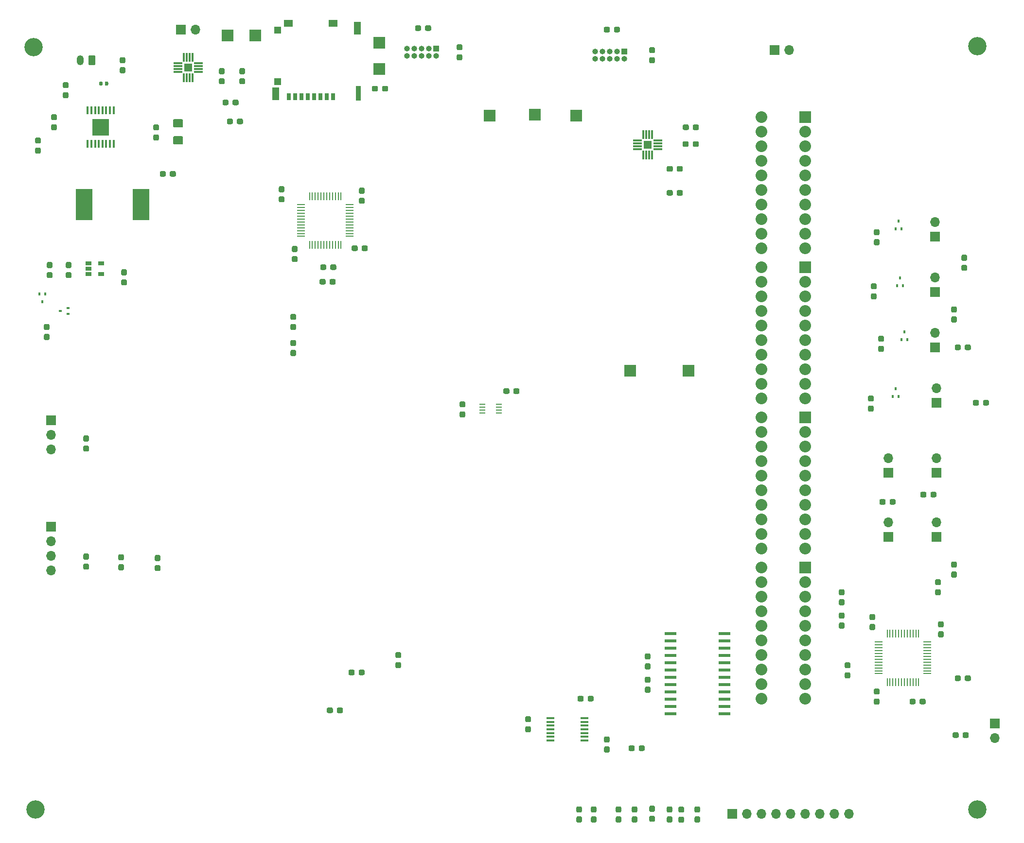
<source format=gbr>
G04 #@! TF.GenerationSoftware,KiCad,Pcbnew,(5.1.0)-1*
G04 #@! TF.CreationDate,2019-06-01T08:22:03-04:00*
G04 #@! TF.ProjectId,CommandCenter_KICAD,436f6d6d-616e-4644-9365-6e7465725f4b,rev?*
G04 #@! TF.SameCoordinates,Original*
G04 #@! TF.FileFunction,Soldermask,Top*
G04 #@! TF.FilePolarity,Negative*
%FSLAX46Y46*%
G04 Gerber Fmt 4.6, Leading zero omitted, Abs format (unit mm)*
G04 Created by KiCad (PCBNEW (5.1.0)-1) date 2019-06-01 08:22:03*
%MOMM*%
%LPD*%
G04 APERTURE LIST*
%ADD10C,0.100000*%
%ADD11C,0.950000*%
%ADD12R,2.032000X2.032000*%
%ADD13C,2.032000*%
%ADD14C,0.590000*%
%ADD15C,1.425000*%
%ADD16R,1.700000X1.700000*%
%ADD17O,1.700000X1.700000*%
%ADD18O,1.000000X1.000000*%
%ADD19R,1.000000X1.000000*%
%ADD20R,0.800000X1.240000*%
%ADD21R,0.950000X2.500000*%
%ADD22R,1.150000X2.200000*%
%ADD23R,1.160000X1.250000*%
%ADD24R,1.160000X1.200000*%
%ADD25R,1.500000X1.150000*%
%ADD26R,2.900000X5.400000*%
%ADD27R,0.510000X0.400000*%
%ADD28R,0.400000X0.510000*%
%ADD29R,2.000000X2.000000*%
%ADD30R,0.355600X1.473200*%
%ADD31R,2.997200X2.997200*%
%ADD32R,0.279400X1.473200*%
%ADD33R,1.473200X0.279400*%
%ADD34R,1.060000X0.650000*%
%ADD35R,0.304800X1.500000*%
%ADD36R,1.500000X0.304800*%
%ADD37R,1.447800X1.447800*%
%ADD38R,1.066800X0.254000*%
%ADD39R,2.000000X0.600000*%
%ADD40R,1.450000X0.450000*%
%ADD41C,3.200000*%
%ADD42C,1.200000*%
%ADD43O,1.200000X1.750000*%
G04 APERTURE END LIST*
D10*
G36*
X231400779Y-120634144D02*
G01*
X231423834Y-120637563D01*
X231446443Y-120643227D01*
X231468387Y-120651079D01*
X231489457Y-120661044D01*
X231509448Y-120673026D01*
X231528168Y-120686910D01*
X231545438Y-120702562D01*
X231561090Y-120719832D01*
X231574974Y-120738552D01*
X231586956Y-120758543D01*
X231596921Y-120779613D01*
X231604773Y-120801557D01*
X231610437Y-120824166D01*
X231613856Y-120847221D01*
X231615000Y-120870500D01*
X231615000Y-121445500D01*
X231613856Y-121468779D01*
X231610437Y-121491834D01*
X231604773Y-121514443D01*
X231596921Y-121536387D01*
X231586956Y-121557457D01*
X231574974Y-121577448D01*
X231561090Y-121596168D01*
X231545438Y-121613438D01*
X231528168Y-121629090D01*
X231509448Y-121642974D01*
X231489457Y-121654956D01*
X231468387Y-121664921D01*
X231446443Y-121672773D01*
X231423834Y-121678437D01*
X231400779Y-121681856D01*
X231377500Y-121683000D01*
X230902500Y-121683000D01*
X230879221Y-121681856D01*
X230856166Y-121678437D01*
X230833557Y-121672773D01*
X230811613Y-121664921D01*
X230790543Y-121654956D01*
X230770552Y-121642974D01*
X230751832Y-121629090D01*
X230734562Y-121613438D01*
X230718910Y-121596168D01*
X230705026Y-121577448D01*
X230693044Y-121557457D01*
X230683079Y-121536387D01*
X230675227Y-121514443D01*
X230669563Y-121491834D01*
X230666144Y-121468779D01*
X230665000Y-121445500D01*
X230665000Y-120870500D01*
X230666144Y-120847221D01*
X230669563Y-120824166D01*
X230675227Y-120801557D01*
X230683079Y-120779613D01*
X230693044Y-120758543D01*
X230705026Y-120738552D01*
X230718910Y-120719832D01*
X230734562Y-120702562D01*
X230751832Y-120686910D01*
X230770552Y-120673026D01*
X230790543Y-120661044D01*
X230811613Y-120651079D01*
X230833557Y-120643227D01*
X230856166Y-120637563D01*
X230879221Y-120634144D01*
X230902500Y-120633000D01*
X231377500Y-120633000D01*
X231400779Y-120634144D01*
X231400779Y-120634144D01*
G37*
D11*
X231140000Y-121158000D03*
D10*
G36*
X231400779Y-118884144D02*
G01*
X231423834Y-118887563D01*
X231446443Y-118893227D01*
X231468387Y-118901079D01*
X231489457Y-118911044D01*
X231509448Y-118923026D01*
X231528168Y-118936910D01*
X231545438Y-118952562D01*
X231561090Y-118969832D01*
X231574974Y-118988552D01*
X231586956Y-119008543D01*
X231596921Y-119029613D01*
X231604773Y-119051557D01*
X231610437Y-119074166D01*
X231613856Y-119097221D01*
X231615000Y-119120500D01*
X231615000Y-119695500D01*
X231613856Y-119718779D01*
X231610437Y-119741834D01*
X231604773Y-119764443D01*
X231596921Y-119786387D01*
X231586956Y-119807457D01*
X231574974Y-119827448D01*
X231561090Y-119846168D01*
X231545438Y-119863438D01*
X231528168Y-119879090D01*
X231509448Y-119892974D01*
X231489457Y-119904956D01*
X231468387Y-119914921D01*
X231446443Y-119922773D01*
X231423834Y-119928437D01*
X231400779Y-119931856D01*
X231377500Y-119933000D01*
X230902500Y-119933000D01*
X230879221Y-119931856D01*
X230856166Y-119928437D01*
X230833557Y-119922773D01*
X230811613Y-119914921D01*
X230790543Y-119904956D01*
X230770552Y-119892974D01*
X230751832Y-119879090D01*
X230734562Y-119863438D01*
X230718910Y-119846168D01*
X230705026Y-119827448D01*
X230693044Y-119807457D01*
X230683079Y-119786387D01*
X230675227Y-119764443D01*
X230669563Y-119741834D01*
X230666144Y-119718779D01*
X230665000Y-119695500D01*
X230665000Y-119120500D01*
X230666144Y-119097221D01*
X230669563Y-119074166D01*
X230675227Y-119051557D01*
X230683079Y-119029613D01*
X230693044Y-119008543D01*
X230705026Y-118988552D01*
X230718910Y-118969832D01*
X230734562Y-118952562D01*
X230751832Y-118936910D01*
X230770552Y-118923026D01*
X230790543Y-118911044D01*
X230811613Y-118901079D01*
X230833557Y-118893227D01*
X230856166Y-118887563D01*
X230879221Y-118884144D01*
X230902500Y-118883000D01*
X231377500Y-118883000D01*
X231400779Y-118884144D01*
X231400779Y-118884144D01*
G37*
D11*
X231140000Y-119408000D03*
D12*
X208026000Y-116840000D03*
D13*
X208026000Y-119380000D03*
X208026000Y-121920000D03*
X208026000Y-124460000D03*
X200406000Y-134620000D03*
X200406000Y-132080000D03*
X200406000Y-129540000D03*
X200406000Y-127000000D03*
X208026000Y-127000000D03*
X208026000Y-129540000D03*
X208026000Y-132080000D03*
X208026000Y-134620000D03*
X200406000Y-137160000D03*
X200406000Y-139700000D03*
X208026000Y-139700000D03*
X208026000Y-137160000D03*
X200406000Y-124460000D03*
X200406000Y-121920000D03*
X200406000Y-119380000D03*
X200406000Y-116840000D03*
X200406000Y-38354000D03*
X200406000Y-40894000D03*
X200406000Y-43434000D03*
X200406000Y-45974000D03*
X208026000Y-58674000D03*
X208026000Y-61214000D03*
X200406000Y-61214000D03*
X200406000Y-58674000D03*
X208026000Y-56134000D03*
X208026000Y-53594000D03*
X208026000Y-51054000D03*
X208026000Y-48514000D03*
X200406000Y-48514000D03*
X200406000Y-51054000D03*
X200406000Y-53594000D03*
X200406000Y-56134000D03*
X208026000Y-45974000D03*
X208026000Y-43434000D03*
X208026000Y-40894000D03*
D12*
X208026000Y-38354000D03*
X208026000Y-64516000D03*
D13*
X208026000Y-67056000D03*
X208026000Y-69596000D03*
X208026000Y-72136000D03*
X200406000Y-82296000D03*
X200406000Y-79756000D03*
X200406000Y-77216000D03*
X200406000Y-74676000D03*
X208026000Y-74676000D03*
X208026000Y-77216000D03*
X208026000Y-79756000D03*
X208026000Y-82296000D03*
X200406000Y-84836000D03*
X200406000Y-87376000D03*
X208026000Y-87376000D03*
X208026000Y-84836000D03*
X200406000Y-72136000D03*
X200406000Y-69596000D03*
X200406000Y-67056000D03*
X200406000Y-64516000D03*
X200406000Y-90678000D03*
X200406000Y-93218000D03*
X200406000Y-95758000D03*
X200406000Y-98298000D03*
X208026000Y-110998000D03*
X208026000Y-113538000D03*
X200406000Y-113538000D03*
X200406000Y-110998000D03*
X208026000Y-108458000D03*
X208026000Y-105918000D03*
X208026000Y-103378000D03*
X208026000Y-100838000D03*
X200406000Y-100838000D03*
X200406000Y-103378000D03*
X200406000Y-105918000D03*
X200406000Y-108458000D03*
X208026000Y-98298000D03*
X208026000Y-95758000D03*
X208026000Y-93218000D03*
D12*
X208026000Y-90678000D03*
D10*
G36*
X85551958Y-32192710D02*
G01*
X85566276Y-32194834D01*
X85580317Y-32198351D01*
X85593946Y-32203228D01*
X85607031Y-32209417D01*
X85619447Y-32216858D01*
X85631073Y-32225481D01*
X85641798Y-32235202D01*
X85651519Y-32245927D01*
X85660142Y-32257553D01*
X85667583Y-32269969D01*
X85673772Y-32283054D01*
X85678649Y-32296683D01*
X85682166Y-32310724D01*
X85684290Y-32325042D01*
X85685000Y-32339500D01*
X85685000Y-32684500D01*
X85684290Y-32698958D01*
X85682166Y-32713276D01*
X85678649Y-32727317D01*
X85673772Y-32740946D01*
X85667583Y-32754031D01*
X85660142Y-32766447D01*
X85651519Y-32778073D01*
X85641798Y-32788798D01*
X85631073Y-32798519D01*
X85619447Y-32807142D01*
X85607031Y-32814583D01*
X85593946Y-32820772D01*
X85580317Y-32825649D01*
X85566276Y-32829166D01*
X85551958Y-32831290D01*
X85537500Y-32832000D01*
X85242500Y-32832000D01*
X85228042Y-32831290D01*
X85213724Y-32829166D01*
X85199683Y-32825649D01*
X85186054Y-32820772D01*
X85172969Y-32814583D01*
X85160553Y-32807142D01*
X85148927Y-32798519D01*
X85138202Y-32788798D01*
X85128481Y-32778073D01*
X85119858Y-32766447D01*
X85112417Y-32754031D01*
X85106228Y-32740946D01*
X85101351Y-32727317D01*
X85097834Y-32713276D01*
X85095710Y-32698958D01*
X85095000Y-32684500D01*
X85095000Y-32339500D01*
X85095710Y-32325042D01*
X85097834Y-32310724D01*
X85101351Y-32296683D01*
X85106228Y-32283054D01*
X85112417Y-32269969D01*
X85119858Y-32257553D01*
X85128481Y-32245927D01*
X85138202Y-32235202D01*
X85148927Y-32225481D01*
X85160553Y-32216858D01*
X85172969Y-32209417D01*
X85186054Y-32203228D01*
X85199683Y-32198351D01*
X85213724Y-32194834D01*
X85228042Y-32192710D01*
X85242500Y-32192000D01*
X85537500Y-32192000D01*
X85551958Y-32192710D01*
X85551958Y-32192710D01*
G37*
D14*
X85390000Y-32512000D03*
D10*
G36*
X86521958Y-32192710D02*
G01*
X86536276Y-32194834D01*
X86550317Y-32198351D01*
X86563946Y-32203228D01*
X86577031Y-32209417D01*
X86589447Y-32216858D01*
X86601073Y-32225481D01*
X86611798Y-32235202D01*
X86621519Y-32245927D01*
X86630142Y-32257553D01*
X86637583Y-32269969D01*
X86643772Y-32283054D01*
X86648649Y-32296683D01*
X86652166Y-32310724D01*
X86654290Y-32325042D01*
X86655000Y-32339500D01*
X86655000Y-32684500D01*
X86654290Y-32698958D01*
X86652166Y-32713276D01*
X86648649Y-32727317D01*
X86643772Y-32740946D01*
X86637583Y-32754031D01*
X86630142Y-32766447D01*
X86621519Y-32778073D01*
X86611798Y-32788798D01*
X86601073Y-32798519D01*
X86589447Y-32807142D01*
X86577031Y-32814583D01*
X86563946Y-32820772D01*
X86550317Y-32825649D01*
X86536276Y-32829166D01*
X86521958Y-32831290D01*
X86507500Y-32832000D01*
X86212500Y-32832000D01*
X86198042Y-32831290D01*
X86183724Y-32829166D01*
X86169683Y-32825649D01*
X86156054Y-32820772D01*
X86142969Y-32814583D01*
X86130553Y-32807142D01*
X86118927Y-32798519D01*
X86108202Y-32788798D01*
X86098481Y-32778073D01*
X86089858Y-32766447D01*
X86082417Y-32754031D01*
X86076228Y-32740946D01*
X86071351Y-32727317D01*
X86067834Y-32713276D01*
X86065710Y-32698958D01*
X86065000Y-32684500D01*
X86065000Y-32339500D01*
X86065710Y-32325042D01*
X86067834Y-32310724D01*
X86071351Y-32296683D01*
X86076228Y-32283054D01*
X86082417Y-32269969D01*
X86089858Y-32257553D01*
X86098481Y-32245927D01*
X86108202Y-32235202D01*
X86118927Y-32225481D01*
X86130553Y-32216858D01*
X86142969Y-32209417D01*
X86156054Y-32203228D01*
X86169683Y-32198351D01*
X86183724Y-32194834D01*
X86198042Y-32192710D01*
X86212500Y-32192000D01*
X86507500Y-32192000D01*
X86521958Y-32192710D01*
X86521958Y-32192710D01*
G37*
D14*
X86360000Y-32512000D03*
D10*
G36*
X89414779Y-29674144D02*
G01*
X89437834Y-29677563D01*
X89460443Y-29683227D01*
X89482387Y-29691079D01*
X89503457Y-29701044D01*
X89523448Y-29713026D01*
X89542168Y-29726910D01*
X89559438Y-29742562D01*
X89575090Y-29759832D01*
X89588974Y-29778552D01*
X89600956Y-29798543D01*
X89610921Y-29819613D01*
X89618773Y-29841557D01*
X89624437Y-29864166D01*
X89627856Y-29887221D01*
X89629000Y-29910500D01*
X89629000Y-30485500D01*
X89627856Y-30508779D01*
X89624437Y-30531834D01*
X89618773Y-30554443D01*
X89610921Y-30576387D01*
X89600956Y-30597457D01*
X89588974Y-30617448D01*
X89575090Y-30636168D01*
X89559438Y-30653438D01*
X89542168Y-30669090D01*
X89523448Y-30682974D01*
X89503457Y-30694956D01*
X89482387Y-30704921D01*
X89460443Y-30712773D01*
X89437834Y-30718437D01*
X89414779Y-30721856D01*
X89391500Y-30723000D01*
X88916500Y-30723000D01*
X88893221Y-30721856D01*
X88870166Y-30718437D01*
X88847557Y-30712773D01*
X88825613Y-30704921D01*
X88804543Y-30694956D01*
X88784552Y-30682974D01*
X88765832Y-30669090D01*
X88748562Y-30653438D01*
X88732910Y-30636168D01*
X88719026Y-30617448D01*
X88707044Y-30597457D01*
X88697079Y-30576387D01*
X88689227Y-30554443D01*
X88683563Y-30531834D01*
X88680144Y-30508779D01*
X88679000Y-30485500D01*
X88679000Y-29910500D01*
X88680144Y-29887221D01*
X88683563Y-29864166D01*
X88689227Y-29841557D01*
X88697079Y-29819613D01*
X88707044Y-29798543D01*
X88719026Y-29778552D01*
X88732910Y-29759832D01*
X88748562Y-29742562D01*
X88765832Y-29726910D01*
X88784552Y-29713026D01*
X88804543Y-29701044D01*
X88825613Y-29691079D01*
X88847557Y-29683227D01*
X88870166Y-29677563D01*
X88893221Y-29674144D01*
X88916500Y-29673000D01*
X89391500Y-29673000D01*
X89414779Y-29674144D01*
X89414779Y-29674144D01*
G37*
D11*
X89154000Y-30198000D03*
D10*
G36*
X89414779Y-27924144D02*
G01*
X89437834Y-27927563D01*
X89460443Y-27933227D01*
X89482387Y-27941079D01*
X89503457Y-27951044D01*
X89523448Y-27963026D01*
X89542168Y-27976910D01*
X89559438Y-27992562D01*
X89575090Y-28009832D01*
X89588974Y-28028552D01*
X89600956Y-28048543D01*
X89610921Y-28069613D01*
X89618773Y-28091557D01*
X89624437Y-28114166D01*
X89627856Y-28137221D01*
X89629000Y-28160500D01*
X89629000Y-28735500D01*
X89627856Y-28758779D01*
X89624437Y-28781834D01*
X89618773Y-28804443D01*
X89610921Y-28826387D01*
X89600956Y-28847457D01*
X89588974Y-28867448D01*
X89575090Y-28886168D01*
X89559438Y-28903438D01*
X89542168Y-28919090D01*
X89523448Y-28932974D01*
X89503457Y-28944956D01*
X89482387Y-28954921D01*
X89460443Y-28962773D01*
X89437834Y-28968437D01*
X89414779Y-28971856D01*
X89391500Y-28973000D01*
X88916500Y-28973000D01*
X88893221Y-28971856D01*
X88870166Y-28968437D01*
X88847557Y-28962773D01*
X88825613Y-28954921D01*
X88804543Y-28944956D01*
X88784552Y-28932974D01*
X88765832Y-28919090D01*
X88748562Y-28903438D01*
X88732910Y-28886168D01*
X88719026Y-28867448D01*
X88707044Y-28847457D01*
X88697079Y-28826387D01*
X88689227Y-28804443D01*
X88683563Y-28781834D01*
X88680144Y-28758779D01*
X88679000Y-28735500D01*
X88679000Y-28160500D01*
X88680144Y-28137221D01*
X88683563Y-28114166D01*
X88689227Y-28091557D01*
X88697079Y-28069613D01*
X88707044Y-28048543D01*
X88719026Y-28028552D01*
X88732910Y-28009832D01*
X88748562Y-27992562D01*
X88765832Y-27976910D01*
X88784552Y-27963026D01*
X88804543Y-27951044D01*
X88825613Y-27941079D01*
X88847557Y-27933227D01*
X88870166Y-27927563D01*
X88893221Y-27924144D01*
X88916500Y-27923000D01*
X89391500Y-27923000D01*
X89414779Y-27924144D01*
X89414779Y-27924144D01*
G37*
D11*
X89154000Y-28448000D03*
D10*
G36*
X80016779Y-65375144D02*
G01*
X80039834Y-65378563D01*
X80062443Y-65384227D01*
X80084387Y-65392079D01*
X80105457Y-65402044D01*
X80125448Y-65414026D01*
X80144168Y-65427910D01*
X80161438Y-65443562D01*
X80177090Y-65460832D01*
X80190974Y-65479552D01*
X80202956Y-65499543D01*
X80212921Y-65520613D01*
X80220773Y-65542557D01*
X80226437Y-65565166D01*
X80229856Y-65588221D01*
X80231000Y-65611500D01*
X80231000Y-66186500D01*
X80229856Y-66209779D01*
X80226437Y-66232834D01*
X80220773Y-66255443D01*
X80212921Y-66277387D01*
X80202956Y-66298457D01*
X80190974Y-66318448D01*
X80177090Y-66337168D01*
X80161438Y-66354438D01*
X80144168Y-66370090D01*
X80125448Y-66383974D01*
X80105457Y-66395956D01*
X80084387Y-66405921D01*
X80062443Y-66413773D01*
X80039834Y-66419437D01*
X80016779Y-66422856D01*
X79993500Y-66424000D01*
X79518500Y-66424000D01*
X79495221Y-66422856D01*
X79472166Y-66419437D01*
X79449557Y-66413773D01*
X79427613Y-66405921D01*
X79406543Y-66395956D01*
X79386552Y-66383974D01*
X79367832Y-66370090D01*
X79350562Y-66354438D01*
X79334910Y-66337168D01*
X79321026Y-66318448D01*
X79309044Y-66298457D01*
X79299079Y-66277387D01*
X79291227Y-66255443D01*
X79285563Y-66232834D01*
X79282144Y-66209779D01*
X79281000Y-66186500D01*
X79281000Y-65611500D01*
X79282144Y-65588221D01*
X79285563Y-65565166D01*
X79291227Y-65542557D01*
X79299079Y-65520613D01*
X79309044Y-65499543D01*
X79321026Y-65479552D01*
X79334910Y-65460832D01*
X79350562Y-65443562D01*
X79367832Y-65427910D01*
X79386552Y-65414026D01*
X79406543Y-65402044D01*
X79427613Y-65392079D01*
X79449557Y-65384227D01*
X79472166Y-65378563D01*
X79495221Y-65375144D01*
X79518500Y-65374000D01*
X79993500Y-65374000D01*
X80016779Y-65375144D01*
X80016779Y-65375144D01*
G37*
D11*
X79756000Y-65899000D03*
D10*
G36*
X80016779Y-63625144D02*
G01*
X80039834Y-63628563D01*
X80062443Y-63634227D01*
X80084387Y-63642079D01*
X80105457Y-63652044D01*
X80125448Y-63664026D01*
X80144168Y-63677910D01*
X80161438Y-63693562D01*
X80177090Y-63710832D01*
X80190974Y-63729552D01*
X80202956Y-63749543D01*
X80212921Y-63770613D01*
X80220773Y-63792557D01*
X80226437Y-63815166D01*
X80229856Y-63838221D01*
X80231000Y-63861500D01*
X80231000Y-64436500D01*
X80229856Y-64459779D01*
X80226437Y-64482834D01*
X80220773Y-64505443D01*
X80212921Y-64527387D01*
X80202956Y-64548457D01*
X80190974Y-64568448D01*
X80177090Y-64587168D01*
X80161438Y-64604438D01*
X80144168Y-64620090D01*
X80125448Y-64633974D01*
X80105457Y-64645956D01*
X80084387Y-64655921D01*
X80062443Y-64663773D01*
X80039834Y-64669437D01*
X80016779Y-64672856D01*
X79993500Y-64674000D01*
X79518500Y-64674000D01*
X79495221Y-64672856D01*
X79472166Y-64669437D01*
X79449557Y-64663773D01*
X79427613Y-64655921D01*
X79406543Y-64645956D01*
X79386552Y-64633974D01*
X79367832Y-64620090D01*
X79350562Y-64604438D01*
X79334910Y-64587168D01*
X79321026Y-64568448D01*
X79309044Y-64548457D01*
X79299079Y-64527387D01*
X79291227Y-64505443D01*
X79285563Y-64482834D01*
X79282144Y-64459779D01*
X79281000Y-64436500D01*
X79281000Y-63861500D01*
X79282144Y-63838221D01*
X79285563Y-63815166D01*
X79291227Y-63792557D01*
X79299079Y-63770613D01*
X79309044Y-63749543D01*
X79321026Y-63729552D01*
X79334910Y-63710832D01*
X79350562Y-63693562D01*
X79367832Y-63677910D01*
X79386552Y-63664026D01*
X79406543Y-63652044D01*
X79427613Y-63642079D01*
X79449557Y-63634227D01*
X79472166Y-63628563D01*
X79495221Y-63625144D01*
X79518500Y-63624000D01*
X79993500Y-63624000D01*
X80016779Y-63625144D01*
X80016779Y-63625144D01*
G37*
D11*
X79756000Y-64149000D03*
D10*
G36*
X95256779Y-39636144D02*
G01*
X95279834Y-39639563D01*
X95302443Y-39645227D01*
X95324387Y-39653079D01*
X95345457Y-39663044D01*
X95365448Y-39675026D01*
X95384168Y-39688910D01*
X95401438Y-39704562D01*
X95417090Y-39721832D01*
X95430974Y-39740552D01*
X95442956Y-39760543D01*
X95452921Y-39781613D01*
X95460773Y-39803557D01*
X95466437Y-39826166D01*
X95469856Y-39849221D01*
X95471000Y-39872500D01*
X95471000Y-40447500D01*
X95469856Y-40470779D01*
X95466437Y-40493834D01*
X95460773Y-40516443D01*
X95452921Y-40538387D01*
X95442956Y-40559457D01*
X95430974Y-40579448D01*
X95417090Y-40598168D01*
X95401438Y-40615438D01*
X95384168Y-40631090D01*
X95365448Y-40644974D01*
X95345457Y-40656956D01*
X95324387Y-40666921D01*
X95302443Y-40674773D01*
X95279834Y-40680437D01*
X95256779Y-40683856D01*
X95233500Y-40685000D01*
X94758500Y-40685000D01*
X94735221Y-40683856D01*
X94712166Y-40680437D01*
X94689557Y-40674773D01*
X94667613Y-40666921D01*
X94646543Y-40656956D01*
X94626552Y-40644974D01*
X94607832Y-40631090D01*
X94590562Y-40615438D01*
X94574910Y-40598168D01*
X94561026Y-40579448D01*
X94549044Y-40559457D01*
X94539079Y-40538387D01*
X94531227Y-40516443D01*
X94525563Y-40493834D01*
X94522144Y-40470779D01*
X94521000Y-40447500D01*
X94521000Y-39872500D01*
X94522144Y-39849221D01*
X94525563Y-39826166D01*
X94531227Y-39803557D01*
X94539079Y-39781613D01*
X94549044Y-39760543D01*
X94561026Y-39740552D01*
X94574910Y-39721832D01*
X94590562Y-39704562D01*
X94607832Y-39688910D01*
X94626552Y-39675026D01*
X94646543Y-39663044D01*
X94667613Y-39653079D01*
X94689557Y-39645227D01*
X94712166Y-39639563D01*
X94735221Y-39636144D01*
X94758500Y-39635000D01*
X95233500Y-39635000D01*
X95256779Y-39636144D01*
X95256779Y-39636144D01*
G37*
D11*
X94996000Y-40160000D03*
D10*
G36*
X95256779Y-41386144D02*
G01*
X95279834Y-41389563D01*
X95302443Y-41395227D01*
X95324387Y-41403079D01*
X95345457Y-41413044D01*
X95365448Y-41425026D01*
X95384168Y-41438910D01*
X95401438Y-41454562D01*
X95417090Y-41471832D01*
X95430974Y-41490552D01*
X95442956Y-41510543D01*
X95452921Y-41531613D01*
X95460773Y-41553557D01*
X95466437Y-41576166D01*
X95469856Y-41599221D01*
X95471000Y-41622500D01*
X95471000Y-42197500D01*
X95469856Y-42220779D01*
X95466437Y-42243834D01*
X95460773Y-42266443D01*
X95452921Y-42288387D01*
X95442956Y-42309457D01*
X95430974Y-42329448D01*
X95417090Y-42348168D01*
X95401438Y-42365438D01*
X95384168Y-42381090D01*
X95365448Y-42394974D01*
X95345457Y-42406956D01*
X95324387Y-42416921D01*
X95302443Y-42424773D01*
X95279834Y-42430437D01*
X95256779Y-42433856D01*
X95233500Y-42435000D01*
X94758500Y-42435000D01*
X94735221Y-42433856D01*
X94712166Y-42430437D01*
X94689557Y-42424773D01*
X94667613Y-42416921D01*
X94646543Y-42406956D01*
X94626552Y-42394974D01*
X94607832Y-42381090D01*
X94590562Y-42365438D01*
X94574910Y-42348168D01*
X94561026Y-42329448D01*
X94549044Y-42309457D01*
X94539079Y-42288387D01*
X94531227Y-42266443D01*
X94525563Y-42243834D01*
X94522144Y-42220779D01*
X94521000Y-42197500D01*
X94521000Y-41622500D01*
X94522144Y-41599221D01*
X94525563Y-41576166D01*
X94531227Y-41553557D01*
X94539079Y-41531613D01*
X94549044Y-41510543D01*
X94561026Y-41490552D01*
X94574910Y-41471832D01*
X94590562Y-41454562D01*
X94607832Y-41438910D01*
X94626552Y-41425026D01*
X94646543Y-41413044D01*
X94667613Y-41403079D01*
X94689557Y-41395227D01*
X94712166Y-41389563D01*
X94735221Y-41386144D01*
X94758500Y-41385000D01*
X95233500Y-41385000D01*
X95256779Y-41386144D01*
X95256779Y-41386144D01*
G37*
D11*
X94996000Y-41910000D03*
D10*
G36*
X99455504Y-38731704D02*
G01*
X99479773Y-38735304D01*
X99503571Y-38741265D01*
X99526671Y-38749530D01*
X99548849Y-38760020D01*
X99569893Y-38772633D01*
X99589598Y-38787247D01*
X99607777Y-38803723D01*
X99624253Y-38821902D01*
X99638867Y-38841607D01*
X99651480Y-38862651D01*
X99661970Y-38884829D01*
X99670235Y-38907929D01*
X99676196Y-38931727D01*
X99679796Y-38955996D01*
X99681000Y-38980500D01*
X99681000Y-39905500D01*
X99679796Y-39930004D01*
X99676196Y-39954273D01*
X99670235Y-39978071D01*
X99661970Y-40001171D01*
X99651480Y-40023349D01*
X99638867Y-40044393D01*
X99624253Y-40064098D01*
X99607777Y-40082277D01*
X99589598Y-40098753D01*
X99569893Y-40113367D01*
X99548849Y-40125980D01*
X99526671Y-40136470D01*
X99503571Y-40144735D01*
X99479773Y-40150696D01*
X99455504Y-40154296D01*
X99431000Y-40155500D01*
X98181000Y-40155500D01*
X98156496Y-40154296D01*
X98132227Y-40150696D01*
X98108429Y-40144735D01*
X98085329Y-40136470D01*
X98063151Y-40125980D01*
X98042107Y-40113367D01*
X98022402Y-40098753D01*
X98004223Y-40082277D01*
X97987747Y-40064098D01*
X97973133Y-40044393D01*
X97960520Y-40023349D01*
X97950030Y-40001171D01*
X97941765Y-39978071D01*
X97935804Y-39954273D01*
X97932204Y-39930004D01*
X97931000Y-39905500D01*
X97931000Y-38980500D01*
X97932204Y-38955996D01*
X97935804Y-38931727D01*
X97941765Y-38907929D01*
X97950030Y-38884829D01*
X97960520Y-38862651D01*
X97973133Y-38841607D01*
X97987747Y-38821902D01*
X98004223Y-38803723D01*
X98022402Y-38787247D01*
X98042107Y-38772633D01*
X98063151Y-38760020D01*
X98085329Y-38749530D01*
X98108429Y-38741265D01*
X98132227Y-38735304D01*
X98156496Y-38731704D01*
X98181000Y-38730500D01*
X99431000Y-38730500D01*
X99455504Y-38731704D01*
X99455504Y-38731704D01*
G37*
D15*
X98806000Y-39443000D03*
D10*
G36*
X99455504Y-41706704D02*
G01*
X99479773Y-41710304D01*
X99503571Y-41716265D01*
X99526671Y-41724530D01*
X99548849Y-41735020D01*
X99569893Y-41747633D01*
X99589598Y-41762247D01*
X99607777Y-41778723D01*
X99624253Y-41796902D01*
X99638867Y-41816607D01*
X99651480Y-41837651D01*
X99661970Y-41859829D01*
X99670235Y-41882929D01*
X99676196Y-41906727D01*
X99679796Y-41930996D01*
X99681000Y-41955500D01*
X99681000Y-42880500D01*
X99679796Y-42905004D01*
X99676196Y-42929273D01*
X99670235Y-42953071D01*
X99661970Y-42976171D01*
X99651480Y-42998349D01*
X99638867Y-43019393D01*
X99624253Y-43039098D01*
X99607777Y-43057277D01*
X99589598Y-43073753D01*
X99569893Y-43088367D01*
X99548849Y-43100980D01*
X99526671Y-43111470D01*
X99503571Y-43119735D01*
X99479773Y-43125696D01*
X99455504Y-43129296D01*
X99431000Y-43130500D01*
X98181000Y-43130500D01*
X98156496Y-43129296D01*
X98132227Y-43125696D01*
X98108429Y-43119735D01*
X98085329Y-43111470D01*
X98063151Y-43100980D01*
X98042107Y-43088367D01*
X98022402Y-43073753D01*
X98004223Y-43057277D01*
X97987747Y-43039098D01*
X97973133Y-43019393D01*
X97960520Y-42998349D01*
X97950030Y-42976171D01*
X97941765Y-42953071D01*
X97935804Y-42929273D01*
X97932204Y-42905004D01*
X97931000Y-42880500D01*
X97931000Y-41955500D01*
X97932204Y-41930996D01*
X97935804Y-41906727D01*
X97941765Y-41882929D01*
X97950030Y-41859829D01*
X97960520Y-41837651D01*
X97973133Y-41816607D01*
X97987747Y-41796902D01*
X98004223Y-41778723D01*
X98022402Y-41762247D01*
X98042107Y-41747633D01*
X98063151Y-41735020D01*
X98085329Y-41724530D01*
X98108429Y-41716265D01*
X98132227Y-41710304D01*
X98156496Y-41706704D01*
X98181000Y-41705500D01*
X99431000Y-41705500D01*
X99455504Y-41706704D01*
X99455504Y-41706704D01*
G37*
D15*
X98806000Y-42418000D03*
D10*
G36*
X89668779Y-64895144D02*
G01*
X89691834Y-64898563D01*
X89714443Y-64904227D01*
X89736387Y-64912079D01*
X89757457Y-64922044D01*
X89777448Y-64934026D01*
X89796168Y-64947910D01*
X89813438Y-64963562D01*
X89829090Y-64980832D01*
X89842974Y-64999552D01*
X89854956Y-65019543D01*
X89864921Y-65040613D01*
X89872773Y-65062557D01*
X89878437Y-65085166D01*
X89881856Y-65108221D01*
X89883000Y-65131500D01*
X89883000Y-65706500D01*
X89881856Y-65729779D01*
X89878437Y-65752834D01*
X89872773Y-65775443D01*
X89864921Y-65797387D01*
X89854956Y-65818457D01*
X89842974Y-65838448D01*
X89829090Y-65857168D01*
X89813438Y-65874438D01*
X89796168Y-65890090D01*
X89777448Y-65903974D01*
X89757457Y-65915956D01*
X89736387Y-65925921D01*
X89714443Y-65933773D01*
X89691834Y-65939437D01*
X89668779Y-65942856D01*
X89645500Y-65944000D01*
X89170500Y-65944000D01*
X89147221Y-65942856D01*
X89124166Y-65939437D01*
X89101557Y-65933773D01*
X89079613Y-65925921D01*
X89058543Y-65915956D01*
X89038552Y-65903974D01*
X89019832Y-65890090D01*
X89002562Y-65874438D01*
X88986910Y-65857168D01*
X88973026Y-65838448D01*
X88961044Y-65818457D01*
X88951079Y-65797387D01*
X88943227Y-65775443D01*
X88937563Y-65752834D01*
X88934144Y-65729779D01*
X88933000Y-65706500D01*
X88933000Y-65131500D01*
X88934144Y-65108221D01*
X88937563Y-65085166D01*
X88943227Y-65062557D01*
X88951079Y-65040613D01*
X88961044Y-65019543D01*
X88973026Y-64999552D01*
X88986910Y-64980832D01*
X89002562Y-64963562D01*
X89019832Y-64947910D01*
X89038552Y-64934026D01*
X89058543Y-64922044D01*
X89079613Y-64912079D01*
X89101557Y-64904227D01*
X89124166Y-64898563D01*
X89147221Y-64895144D01*
X89170500Y-64894000D01*
X89645500Y-64894000D01*
X89668779Y-64895144D01*
X89668779Y-64895144D01*
G37*
D11*
X89408000Y-65419000D03*
D10*
G36*
X89668779Y-66645144D02*
G01*
X89691834Y-66648563D01*
X89714443Y-66654227D01*
X89736387Y-66662079D01*
X89757457Y-66672044D01*
X89777448Y-66684026D01*
X89796168Y-66697910D01*
X89813438Y-66713562D01*
X89829090Y-66730832D01*
X89842974Y-66749552D01*
X89854956Y-66769543D01*
X89864921Y-66790613D01*
X89872773Y-66812557D01*
X89878437Y-66835166D01*
X89881856Y-66858221D01*
X89883000Y-66881500D01*
X89883000Y-67456500D01*
X89881856Y-67479779D01*
X89878437Y-67502834D01*
X89872773Y-67525443D01*
X89864921Y-67547387D01*
X89854956Y-67568457D01*
X89842974Y-67588448D01*
X89829090Y-67607168D01*
X89813438Y-67624438D01*
X89796168Y-67640090D01*
X89777448Y-67653974D01*
X89757457Y-67665956D01*
X89736387Y-67675921D01*
X89714443Y-67683773D01*
X89691834Y-67689437D01*
X89668779Y-67692856D01*
X89645500Y-67694000D01*
X89170500Y-67694000D01*
X89147221Y-67692856D01*
X89124166Y-67689437D01*
X89101557Y-67683773D01*
X89079613Y-67675921D01*
X89058543Y-67665956D01*
X89038552Y-67653974D01*
X89019832Y-67640090D01*
X89002562Y-67624438D01*
X88986910Y-67607168D01*
X88973026Y-67588448D01*
X88961044Y-67568457D01*
X88951079Y-67547387D01*
X88943227Y-67525443D01*
X88937563Y-67502834D01*
X88934144Y-67479779D01*
X88933000Y-67456500D01*
X88933000Y-66881500D01*
X88934144Y-66858221D01*
X88937563Y-66835166D01*
X88943227Y-66812557D01*
X88951079Y-66790613D01*
X88961044Y-66769543D01*
X88973026Y-66749552D01*
X88986910Y-66730832D01*
X89002562Y-66713562D01*
X89019832Y-66697910D01*
X89038552Y-66684026D01*
X89058543Y-66672044D01*
X89079613Y-66662079D01*
X89101557Y-66654227D01*
X89124166Y-66648563D01*
X89147221Y-66645144D01*
X89170500Y-66644000D01*
X89645500Y-66644000D01*
X89668779Y-66645144D01*
X89668779Y-66645144D01*
G37*
D11*
X89408000Y-67169000D03*
D10*
G36*
X83064779Y-95601144D02*
G01*
X83087834Y-95604563D01*
X83110443Y-95610227D01*
X83132387Y-95618079D01*
X83153457Y-95628044D01*
X83173448Y-95640026D01*
X83192168Y-95653910D01*
X83209438Y-95669562D01*
X83225090Y-95686832D01*
X83238974Y-95705552D01*
X83250956Y-95725543D01*
X83260921Y-95746613D01*
X83268773Y-95768557D01*
X83274437Y-95791166D01*
X83277856Y-95814221D01*
X83279000Y-95837500D01*
X83279000Y-96412500D01*
X83277856Y-96435779D01*
X83274437Y-96458834D01*
X83268773Y-96481443D01*
X83260921Y-96503387D01*
X83250956Y-96524457D01*
X83238974Y-96544448D01*
X83225090Y-96563168D01*
X83209438Y-96580438D01*
X83192168Y-96596090D01*
X83173448Y-96609974D01*
X83153457Y-96621956D01*
X83132387Y-96631921D01*
X83110443Y-96639773D01*
X83087834Y-96645437D01*
X83064779Y-96648856D01*
X83041500Y-96650000D01*
X82566500Y-96650000D01*
X82543221Y-96648856D01*
X82520166Y-96645437D01*
X82497557Y-96639773D01*
X82475613Y-96631921D01*
X82454543Y-96621956D01*
X82434552Y-96609974D01*
X82415832Y-96596090D01*
X82398562Y-96580438D01*
X82382910Y-96563168D01*
X82369026Y-96544448D01*
X82357044Y-96524457D01*
X82347079Y-96503387D01*
X82339227Y-96481443D01*
X82333563Y-96458834D01*
X82330144Y-96435779D01*
X82329000Y-96412500D01*
X82329000Y-95837500D01*
X82330144Y-95814221D01*
X82333563Y-95791166D01*
X82339227Y-95768557D01*
X82347079Y-95746613D01*
X82357044Y-95725543D01*
X82369026Y-95705552D01*
X82382910Y-95686832D01*
X82398562Y-95669562D01*
X82415832Y-95653910D01*
X82434552Y-95640026D01*
X82454543Y-95628044D01*
X82475613Y-95618079D01*
X82497557Y-95610227D01*
X82520166Y-95604563D01*
X82543221Y-95601144D01*
X82566500Y-95600000D01*
X83041500Y-95600000D01*
X83064779Y-95601144D01*
X83064779Y-95601144D01*
G37*
D11*
X82804000Y-96125000D03*
D10*
G36*
X83064779Y-93851144D02*
G01*
X83087834Y-93854563D01*
X83110443Y-93860227D01*
X83132387Y-93868079D01*
X83153457Y-93878044D01*
X83173448Y-93890026D01*
X83192168Y-93903910D01*
X83209438Y-93919562D01*
X83225090Y-93936832D01*
X83238974Y-93955552D01*
X83250956Y-93975543D01*
X83260921Y-93996613D01*
X83268773Y-94018557D01*
X83274437Y-94041166D01*
X83277856Y-94064221D01*
X83279000Y-94087500D01*
X83279000Y-94662500D01*
X83277856Y-94685779D01*
X83274437Y-94708834D01*
X83268773Y-94731443D01*
X83260921Y-94753387D01*
X83250956Y-94774457D01*
X83238974Y-94794448D01*
X83225090Y-94813168D01*
X83209438Y-94830438D01*
X83192168Y-94846090D01*
X83173448Y-94859974D01*
X83153457Y-94871956D01*
X83132387Y-94881921D01*
X83110443Y-94889773D01*
X83087834Y-94895437D01*
X83064779Y-94898856D01*
X83041500Y-94900000D01*
X82566500Y-94900000D01*
X82543221Y-94898856D01*
X82520166Y-94895437D01*
X82497557Y-94889773D01*
X82475613Y-94881921D01*
X82454543Y-94871956D01*
X82434552Y-94859974D01*
X82415832Y-94846090D01*
X82398562Y-94830438D01*
X82382910Y-94813168D01*
X82369026Y-94794448D01*
X82357044Y-94774457D01*
X82347079Y-94753387D01*
X82339227Y-94731443D01*
X82333563Y-94708834D01*
X82330144Y-94685779D01*
X82329000Y-94662500D01*
X82329000Y-94087500D01*
X82330144Y-94064221D01*
X82333563Y-94041166D01*
X82339227Y-94018557D01*
X82347079Y-93996613D01*
X82357044Y-93975543D01*
X82369026Y-93955552D01*
X82382910Y-93936832D01*
X82398562Y-93919562D01*
X82415832Y-93903910D01*
X82434552Y-93890026D01*
X82454543Y-93878044D01*
X82475613Y-93868079D01*
X82497557Y-93860227D01*
X82520166Y-93854563D01*
X82543221Y-93851144D01*
X82566500Y-93850000D01*
X83041500Y-93850000D01*
X83064779Y-93851144D01*
X83064779Y-93851144D01*
G37*
D11*
X82804000Y-94375000D03*
D10*
G36*
X187536779Y-39658144D02*
G01*
X187559834Y-39661563D01*
X187582443Y-39667227D01*
X187604387Y-39675079D01*
X187625457Y-39685044D01*
X187645448Y-39697026D01*
X187664168Y-39710910D01*
X187681438Y-39726562D01*
X187697090Y-39743832D01*
X187710974Y-39762552D01*
X187722956Y-39782543D01*
X187732921Y-39803613D01*
X187740773Y-39825557D01*
X187746437Y-39848166D01*
X187749856Y-39871221D01*
X187751000Y-39894500D01*
X187751000Y-40369500D01*
X187749856Y-40392779D01*
X187746437Y-40415834D01*
X187740773Y-40438443D01*
X187732921Y-40460387D01*
X187722956Y-40481457D01*
X187710974Y-40501448D01*
X187697090Y-40520168D01*
X187681438Y-40537438D01*
X187664168Y-40553090D01*
X187645448Y-40566974D01*
X187625457Y-40578956D01*
X187604387Y-40588921D01*
X187582443Y-40596773D01*
X187559834Y-40602437D01*
X187536779Y-40605856D01*
X187513500Y-40607000D01*
X186938500Y-40607000D01*
X186915221Y-40605856D01*
X186892166Y-40602437D01*
X186869557Y-40596773D01*
X186847613Y-40588921D01*
X186826543Y-40578956D01*
X186806552Y-40566974D01*
X186787832Y-40553090D01*
X186770562Y-40537438D01*
X186754910Y-40520168D01*
X186741026Y-40501448D01*
X186729044Y-40481457D01*
X186719079Y-40460387D01*
X186711227Y-40438443D01*
X186705563Y-40415834D01*
X186702144Y-40392779D01*
X186701000Y-40369500D01*
X186701000Y-39894500D01*
X186702144Y-39871221D01*
X186705563Y-39848166D01*
X186711227Y-39825557D01*
X186719079Y-39803613D01*
X186729044Y-39782543D01*
X186741026Y-39762552D01*
X186754910Y-39743832D01*
X186770562Y-39726562D01*
X186787832Y-39710910D01*
X186806552Y-39697026D01*
X186826543Y-39685044D01*
X186847613Y-39675079D01*
X186869557Y-39667227D01*
X186892166Y-39661563D01*
X186915221Y-39658144D01*
X186938500Y-39657000D01*
X187513500Y-39657000D01*
X187536779Y-39658144D01*
X187536779Y-39658144D01*
G37*
D11*
X187226000Y-40132000D03*
D10*
G36*
X189286779Y-39658144D02*
G01*
X189309834Y-39661563D01*
X189332443Y-39667227D01*
X189354387Y-39675079D01*
X189375457Y-39685044D01*
X189395448Y-39697026D01*
X189414168Y-39710910D01*
X189431438Y-39726562D01*
X189447090Y-39743832D01*
X189460974Y-39762552D01*
X189472956Y-39782543D01*
X189482921Y-39803613D01*
X189490773Y-39825557D01*
X189496437Y-39848166D01*
X189499856Y-39871221D01*
X189501000Y-39894500D01*
X189501000Y-40369500D01*
X189499856Y-40392779D01*
X189496437Y-40415834D01*
X189490773Y-40438443D01*
X189482921Y-40460387D01*
X189472956Y-40481457D01*
X189460974Y-40501448D01*
X189447090Y-40520168D01*
X189431438Y-40537438D01*
X189414168Y-40553090D01*
X189395448Y-40566974D01*
X189375457Y-40578956D01*
X189354387Y-40588921D01*
X189332443Y-40596773D01*
X189309834Y-40602437D01*
X189286779Y-40605856D01*
X189263500Y-40607000D01*
X188688500Y-40607000D01*
X188665221Y-40605856D01*
X188642166Y-40602437D01*
X188619557Y-40596773D01*
X188597613Y-40588921D01*
X188576543Y-40578956D01*
X188556552Y-40566974D01*
X188537832Y-40553090D01*
X188520562Y-40537438D01*
X188504910Y-40520168D01*
X188491026Y-40501448D01*
X188479044Y-40481457D01*
X188469079Y-40460387D01*
X188461227Y-40438443D01*
X188455563Y-40415834D01*
X188452144Y-40392779D01*
X188451000Y-40369500D01*
X188451000Y-39894500D01*
X188452144Y-39871221D01*
X188455563Y-39848166D01*
X188461227Y-39825557D01*
X188469079Y-39803613D01*
X188479044Y-39782543D01*
X188491026Y-39762552D01*
X188504910Y-39743832D01*
X188520562Y-39726562D01*
X188537832Y-39710910D01*
X188556552Y-39697026D01*
X188576543Y-39685044D01*
X188597613Y-39675079D01*
X188619557Y-39667227D01*
X188642166Y-39661563D01*
X188665221Y-39658144D01*
X188688500Y-39657000D01*
X189263500Y-39657000D01*
X189286779Y-39658144D01*
X189286779Y-39658144D01*
G37*
D11*
X188976000Y-40132000D03*
D10*
G36*
X110242779Y-29843144D02*
G01*
X110265834Y-29846563D01*
X110288443Y-29852227D01*
X110310387Y-29860079D01*
X110331457Y-29870044D01*
X110351448Y-29882026D01*
X110370168Y-29895910D01*
X110387438Y-29911562D01*
X110403090Y-29928832D01*
X110416974Y-29947552D01*
X110428956Y-29967543D01*
X110438921Y-29988613D01*
X110446773Y-30010557D01*
X110452437Y-30033166D01*
X110455856Y-30056221D01*
X110457000Y-30079500D01*
X110457000Y-30654500D01*
X110455856Y-30677779D01*
X110452437Y-30700834D01*
X110446773Y-30723443D01*
X110438921Y-30745387D01*
X110428956Y-30766457D01*
X110416974Y-30786448D01*
X110403090Y-30805168D01*
X110387438Y-30822438D01*
X110370168Y-30838090D01*
X110351448Y-30851974D01*
X110331457Y-30863956D01*
X110310387Y-30873921D01*
X110288443Y-30881773D01*
X110265834Y-30887437D01*
X110242779Y-30890856D01*
X110219500Y-30892000D01*
X109744500Y-30892000D01*
X109721221Y-30890856D01*
X109698166Y-30887437D01*
X109675557Y-30881773D01*
X109653613Y-30873921D01*
X109632543Y-30863956D01*
X109612552Y-30851974D01*
X109593832Y-30838090D01*
X109576562Y-30822438D01*
X109560910Y-30805168D01*
X109547026Y-30786448D01*
X109535044Y-30766457D01*
X109525079Y-30745387D01*
X109517227Y-30723443D01*
X109511563Y-30700834D01*
X109508144Y-30677779D01*
X109507000Y-30654500D01*
X109507000Y-30079500D01*
X109508144Y-30056221D01*
X109511563Y-30033166D01*
X109517227Y-30010557D01*
X109525079Y-29988613D01*
X109535044Y-29967543D01*
X109547026Y-29947552D01*
X109560910Y-29928832D01*
X109576562Y-29911562D01*
X109593832Y-29895910D01*
X109612552Y-29882026D01*
X109632543Y-29870044D01*
X109653613Y-29860079D01*
X109675557Y-29852227D01*
X109698166Y-29846563D01*
X109721221Y-29843144D01*
X109744500Y-29842000D01*
X110219500Y-29842000D01*
X110242779Y-29843144D01*
X110242779Y-29843144D01*
G37*
D11*
X109982000Y-30367000D03*
D10*
G36*
X110242779Y-31593144D02*
G01*
X110265834Y-31596563D01*
X110288443Y-31602227D01*
X110310387Y-31610079D01*
X110331457Y-31620044D01*
X110351448Y-31632026D01*
X110370168Y-31645910D01*
X110387438Y-31661562D01*
X110403090Y-31678832D01*
X110416974Y-31697552D01*
X110428956Y-31717543D01*
X110438921Y-31738613D01*
X110446773Y-31760557D01*
X110452437Y-31783166D01*
X110455856Y-31806221D01*
X110457000Y-31829500D01*
X110457000Y-32404500D01*
X110455856Y-32427779D01*
X110452437Y-32450834D01*
X110446773Y-32473443D01*
X110438921Y-32495387D01*
X110428956Y-32516457D01*
X110416974Y-32536448D01*
X110403090Y-32555168D01*
X110387438Y-32572438D01*
X110370168Y-32588090D01*
X110351448Y-32601974D01*
X110331457Y-32613956D01*
X110310387Y-32623921D01*
X110288443Y-32631773D01*
X110265834Y-32637437D01*
X110242779Y-32640856D01*
X110219500Y-32642000D01*
X109744500Y-32642000D01*
X109721221Y-32640856D01*
X109698166Y-32637437D01*
X109675557Y-32631773D01*
X109653613Y-32623921D01*
X109632543Y-32613956D01*
X109612552Y-32601974D01*
X109593832Y-32588090D01*
X109576562Y-32572438D01*
X109560910Y-32555168D01*
X109547026Y-32536448D01*
X109535044Y-32516457D01*
X109525079Y-32495387D01*
X109517227Y-32473443D01*
X109511563Y-32450834D01*
X109508144Y-32427779D01*
X109507000Y-32404500D01*
X109507000Y-31829500D01*
X109508144Y-31806221D01*
X109511563Y-31783166D01*
X109517227Y-31760557D01*
X109525079Y-31738613D01*
X109535044Y-31717543D01*
X109547026Y-31697552D01*
X109560910Y-31678832D01*
X109576562Y-31661562D01*
X109593832Y-31645910D01*
X109612552Y-31632026D01*
X109632543Y-31620044D01*
X109653613Y-31610079D01*
X109675557Y-31602227D01*
X109698166Y-31596563D01*
X109721221Y-31593144D01*
X109744500Y-31592000D01*
X110219500Y-31592000D01*
X110242779Y-31593144D01*
X110242779Y-31593144D01*
G37*
D11*
X109982000Y-32117000D03*
D10*
G36*
X119132779Y-77200144D02*
G01*
X119155834Y-77203563D01*
X119178443Y-77209227D01*
X119200387Y-77217079D01*
X119221457Y-77227044D01*
X119241448Y-77239026D01*
X119260168Y-77252910D01*
X119277438Y-77268562D01*
X119293090Y-77285832D01*
X119306974Y-77304552D01*
X119318956Y-77324543D01*
X119328921Y-77345613D01*
X119336773Y-77367557D01*
X119342437Y-77390166D01*
X119345856Y-77413221D01*
X119347000Y-77436500D01*
X119347000Y-78011500D01*
X119345856Y-78034779D01*
X119342437Y-78057834D01*
X119336773Y-78080443D01*
X119328921Y-78102387D01*
X119318956Y-78123457D01*
X119306974Y-78143448D01*
X119293090Y-78162168D01*
X119277438Y-78179438D01*
X119260168Y-78195090D01*
X119241448Y-78208974D01*
X119221457Y-78220956D01*
X119200387Y-78230921D01*
X119178443Y-78238773D01*
X119155834Y-78244437D01*
X119132779Y-78247856D01*
X119109500Y-78249000D01*
X118634500Y-78249000D01*
X118611221Y-78247856D01*
X118588166Y-78244437D01*
X118565557Y-78238773D01*
X118543613Y-78230921D01*
X118522543Y-78220956D01*
X118502552Y-78208974D01*
X118483832Y-78195090D01*
X118466562Y-78179438D01*
X118450910Y-78162168D01*
X118437026Y-78143448D01*
X118425044Y-78123457D01*
X118415079Y-78102387D01*
X118407227Y-78080443D01*
X118401563Y-78057834D01*
X118398144Y-78034779D01*
X118397000Y-78011500D01*
X118397000Y-77436500D01*
X118398144Y-77413221D01*
X118401563Y-77390166D01*
X118407227Y-77367557D01*
X118415079Y-77345613D01*
X118425044Y-77324543D01*
X118437026Y-77304552D01*
X118450910Y-77285832D01*
X118466562Y-77268562D01*
X118483832Y-77252910D01*
X118502552Y-77239026D01*
X118522543Y-77227044D01*
X118543613Y-77217079D01*
X118565557Y-77209227D01*
X118588166Y-77203563D01*
X118611221Y-77200144D01*
X118634500Y-77199000D01*
X119109500Y-77199000D01*
X119132779Y-77200144D01*
X119132779Y-77200144D01*
G37*
D11*
X118872000Y-77724000D03*
D10*
G36*
X119132779Y-78950144D02*
G01*
X119155834Y-78953563D01*
X119178443Y-78959227D01*
X119200387Y-78967079D01*
X119221457Y-78977044D01*
X119241448Y-78989026D01*
X119260168Y-79002910D01*
X119277438Y-79018562D01*
X119293090Y-79035832D01*
X119306974Y-79054552D01*
X119318956Y-79074543D01*
X119328921Y-79095613D01*
X119336773Y-79117557D01*
X119342437Y-79140166D01*
X119345856Y-79163221D01*
X119347000Y-79186500D01*
X119347000Y-79761500D01*
X119345856Y-79784779D01*
X119342437Y-79807834D01*
X119336773Y-79830443D01*
X119328921Y-79852387D01*
X119318956Y-79873457D01*
X119306974Y-79893448D01*
X119293090Y-79912168D01*
X119277438Y-79929438D01*
X119260168Y-79945090D01*
X119241448Y-79958974D01*
X119221457Y-79970956D01*
X119200387Y-79980921D01*
X119178443Y-79988773D01*
X119155834Y-79994437D01*
X119132779Y-79997856D01*
X119109500Y-79999000D01*
X118634500Y-79999000D01*
X118611221Y-79997856D01*
X118588166Y-79994437D01*
X118565557Y-79988773D01*
X118543613Y-79980921D01*
X118522543Y-79970956D01*
X118502552Y-79958974D01*
X118483832Y-79945090D01*
X118466562Y-79929438D01*
X118450910Y-79912168D01*
X118437026Y-79893448D01*
X118425044Y-79873457D01*
X118415079Y-79852387D01*
X118407227Y-79830443D01*
X118401563Y-79807834D01*
X118398144Y-79784779D01*
X118397000Y-79761500D01*
X118397000Y-79186500D01*
X118398144Y-79163221D01*
X118401563Y-79140166D01*
X118407227Y-79117557D01*
X118415079Y-79095613D01*
X118425044Y-79074543D01*
X118437026Y-79054552D01*
X118450910Y-79035832D01*
X118466562Y-79018562D01*
X118483832Y-79002910D01*
X118502552Y-78989026D01*
X118522543Y-78977044D01*
X118543613Y-78967079D01*
X118565557Y-78959227D01*
X118588166Y-78953563D01*
X118611221Y-78950144D01*
X118634500Y-78949000D01*
X119109500Y-78949000D01*
X119132779Y-78950144D01*
X119132779Y-78950144D01*
G37*
D11*
X118872000Y-79474000D03*
D10*
G36*
X214636779Y-126448144D02*
G01*
X214659834Y-126451563D01*
X214682443Y-126457227D01*
X214704387Y-126465079D01*
X214725457Y-126475044D01*
X214745448Y-126487026D01*
X214764168Y-126500910D01*
X214781438Y-126516562D01*
X214797090Y-126533832D01*
X214810974Y-126552552D01*
X214822956Y-126572543D01*
X214832921Y-126593613D01*
X214840773Y-126615557D01*
X214846437Y-126638166D01*
X214849856Y-126661221D01*
X214851000Y-126684500D01*
X214851000Y-127259500D01*
X214849856Y-127282779D01*
X214846437Y-127305834D01*
X214840773Y-127328443D01*
X214832921Y-127350387D01*
X214822956Y-127371457D01*
X214810974Y-127391448D01*
X214797090Y-127410168D01*
X214781438Y-127427438D01*
X214764168Y-127443090D01*
X214745448Y-127456974D01*
X214725457Y-127468956D01*
X214704387Y-127478921D01*
X214682443Y-127486773D01*
X214659834Y-127492437D01*
X214636779Y-127495856D01*
X214613500Y-127497000D01*
X214138500Y-127497000D01*
X214115221Y-127495856D01*
X214092166Y-127492437D01*
X214069557Y-127486773D01*
X214047613Y-127478921D01*
X214026543Y-127468956D01*
X214006552Y-127456974D01*
X213987832Y-127443090D01*
X213970562Y-127427438D01*
X213954910Y-127410168D01*
X213941026Y-127391448D01*
X213929044Y-127371457D01*
X213919079Y-127350387D01*
X213911227Y-127328443D01*
X213905563Y-127305834D01*
X213902144Y-127282779D01*
X213901000Y-127259500D01*
X213901000Y-126684500D01*
X213902144Y-126661221D01*
X213905563Y-126638166D01*
X213911227Y-126615557D01*
X213919079Y-126593613D01*
X213929044Y-126572543D01*
X213941026Y-126552552D01*
X213954910Y-126533832D01*
X213970562Y-126516562D01*
X213987832Y-126500910D01*
X214006552Y-126487026D01*
X214026543Y-126475044D01*
X214047613Y-126465079D01*
X214069557Y-126457227D01*
X214092166Y-126451563D01*
X214115221Y-126448144D01*
X214138500Y-126447000D01*
X214613500Y-126447000D01*
X214636779Y-126448144D01*
X214636779Y-126448144D01*
G37*
D11*
X214376000Y-126972000D03*
D10*
G36*
X214636779Y-124698144D02*
G01*
X214659834Y-124701563D01*
X214682443Y-124707227D01*
X214704387Y-124715079D01*
X214725457Y-124725044D01*
X214745448Y-124737026D01*
X214764168Y-124750910D01*
X214781438Y-124766562D01*
X214797090Y-124783832D01*
X214810974Y-124802552D01*
X214822956Y-124822543D01*
X214832921Y-124843613D01*
X214840773Y-124865557D01*
X214846437Y-124888166D01*
X214849856Y-124911221D01*
X214851000Y-124934500D01*
X214851000Y-125509500D01*
X214849856Y-125532779D01*
X214846437Y-125555834D01*
X214840773Y-125578443D01*
X214832921Y-125600387D01*
X214822956Y-125621457D01*
X214810974Y-125641448D01*
X214797090Y-125660168D01*
X214781438Y-125677438D01*
X214764168Y-125693090D01*
X214745448Y-125706974D01*
X214725457Y-125718956D01*
X214704387Y-125728921D01*
X214682443Y-125736773D01*
X214659834Y-125742437D01*
X214636779Y-125745856D01*
X214613500Y-125747000D01*
X214138500Y-125747000D01*
X214115221Y-125745856D01*
X214092166Y-125742437D01*
X214069557Y-125736773D01*
X214047613Y-125728921D01*
X214026543Y-125718956D01*
X214006552Y-125706974D01*
X213987832Y-125693090D01*
X213970562Y-125677438D01*
X213954910Y-125660168D01*
X213941026Y-125641448D01*
X213929044Y-125621457D01*
X213919079Y-125600387D01*
X213911227Y-125578443D01*
X213905563Y-125555834D01*
X213902144Y-125532779D01*
X213901000Y-125509500D01*
X213901000Y-124934500D01*
X213902144Y-124911221D01*
X213905563Y-124888166D01*
X213911227Y-124865557D01*
X213919079Y-124843613D01*
X213929044Y-124822543D01*
X213941026Y-124802552D01*
X213954910Y-124783832D01*
X213970562Y-124766562D01*
X213987832Y-124750910D01*
X214006552Y-124737026D01*
X214026543Y-124725044D01*
X214047613Y-124715079D01*
X214069557Y-124707227D01*
X214092166Y-124701563D01*
X214115221Y-124698144D01*
X214138500Y-124697000D01*
X214613500Y-124697000D01*
X214636779Y-124698144D01*
X214636779Y-124698144D01*
G37*
D11*
X214376000Y-125222000D03*
D16*
X76708000Y-109728000D03*
D17*
X76708000Y-112268000D03*
X76708000Y-114808000D03*
X76708000Y-117348000D03*
D18*
X138684000Y-26416000D03*
X138684000Y-27686000D03*
X139954000Y-26416000D03*
X139954000Y-27686000D03*
X141224000Y-26416000D03*
X141224000Y-27686000D03*
X142494000Y-26416000D03*
X142494000Y-27686000D03*
D19*
X143764000Y-26416000D03*
D18*
X143764000Y-27686000D03*
D16*
X76708000Y-91186000D03*
D17*
X76708000Y-93726000D03*
X76708000Y-96266000D03*
D20*
X125836000Y-34803000D03*
X124736000Y-34803000D03*
X123636000Y-34803000D03*
X122536000Y-34803000D03*
X121436000Y-34803000D03*
X120336000Y-34803000D03*
X119236000Y-34803000D03*
X118136000Y-34803000D03*
D21*
X130181000Y-34173000D03*
D22*
X115791000Y-34323000D03*
D23*
X116196000Y-32173000D03*
D24*
X116196000Y-23173000D03*
D22*
X130081000Y-22843000D03*
D25*
X125776000Y-22048000D03*
X117996000Y-22048000D03*
D17*
X205232000Y-26670000D03*
D16*
X202692000Y-26670000D03*
X99314000Y-23114000D03*
D17*
X101854000Y-23114000D03*
X230886000Y-85598000D03*
D16*
X230886000Y-88138000D03*
X230632000Y-78486000D03*
D17*
X230632000Y-75946000D03*
D16*
X230632000Y-68834000D03*
D17*
X230632000Y-66294000D03*
X230632000Y-56642000D03*
D16*
X230632000Y-59182000D03*
X241046000Y-144018000D03*
D17*
X241046000Y-146558000D03*
D16*
X230886000Y-111506000D03*
D17*
X230886000Y-108966000D03*
X222504000Y-108966000D03*
D16*
X222504000Y-111506000D03*
D18*
X176530000Y-28194000D03*
D19*
X176530000Y-26924000D03*
D18*
X175260000Y-28194000D03*
X175260000Y-26924000D03*
X173990000Y-28194000D03*
X173990000Y-26924000D03*
X172720000Y-28194000D03*
X172720000Y-26924000D03*
X171450000Y-28194000D03*
X171450000Y-26924000D03*
D16*
X195326000Y-159766000D03*
D17*
X197866000Y-159766000D03*
X200406000Y-159766000D03*
X202946000Y-159766000D03*
X205486000Y-159766000D03*
X208026000Y-159766000D03*
X210566000Y-159766000D03*
X213106000Y-159766000D03*
X215646000Y-159766000D03*
D26*
X82426000Y-53594000D03*
X92326000Y-53594000D03*
D27*
X78344000Y-72136000D03*
X79644000Y-72636000D03*
X79644000Y-71636000D03*
D28*
X74684000Y-69200000D03*
X75684000Y-69200000D03*
X75184000Y-70500000D03*
X224274000Y-87010000D03*
X223274000Y-87010000D03*
X223774000Y-85710000D03*
X225298000Y-75804000D03*
X224798000Y-77104000D03*
X225798000Y-77104000D03*
X224536000Y-66406000D03*
X224036000Y-67706000D03*
X225036000Y-67706000D03*
X224782000Y-57800000D03*
X223782000Y-57800000D03*
X224282000Y-56500000D03*
D10*
G36*
X76206779Y-76156144D02*
G01*
X76229834Y-76159563D01*
X76252443Y-76165227D01*
X76274387Y-76173079D01*
X76295457Y-76183044D01*
X76315448Y-76195026D01*
X76334168Y-76208910D01*
X76351438Y-76224562D01*
X76367090Y-76241832D01*
X76380974Y-76260552D01*
X76392956Y-76280543D01*
X76402921Y-76301613D01*
X76410773Y-76323557D01*
X76416437Y-76346166D01*
X76419856Y-76369221D01*
X76421000Y-76392500D01*
X76421000Y-76967500D01*
X76419856Y-76990779D01*
X76416437Y-77013834D01*
X76410773Y-77036443D01*
X76402921Y-77058387D01*
X76392956Y-77079457D01*
X76380974Y-77099448D01*
X76367090Y-77118168D01*
X76351438Y-77135438D01*
X76334168Y-77151090D01*
X76315448Y-77164974D01*
X76295457Y-77176956D01*
X76274387Y-77186921D01*
X76252443Y-77194773D01*
X76229834Y-77200437D01*
X76206779Y-77203856D01*
X76183500Y-77205000D01*
X75708500Y-77205000D01*
X75685221Y-77203856D01*
X75662166Y-77200437D01*
X75639557Y-77194773D01*
X75617613Y-77186921D01*
X75596543Y-77176956D01*
X75576552Y-77164974D01*
X75557832Y-77151090D01*
X75540562Y-77135438D01*
X75524910Y-77118168D01*
X75511026Y-77099448D01*
X75499044Y-77079457D01*
X75489079Y-77058387D01*
X75481227Y-77036443D01*
X75475563Y-77013834D01*
X75472144Y-76990779D01*
X75471000Y-76967500D01*
X75471000Y-76392500D01*
X75472144Y-76369221D01*
X75475563Y-76346166D01*
X75481227Y-76323557D01*
X75489079Y-76301613D01*
X75499044Y-76280543D01*
X75511026Y-76260552D01*
X75524910Y-76241832D01*
X75540562Y-76224562D01*
X75557832Y-76208910D01*
X75576552Y-76195026D01*
X75596543Y-76183044D01*
X75617613Y-76173079D01*
X75639557Y-76165227D01*
X75662166Y-76159563D01*
X75685221Y-76156144D01*
X75708500Y-76155000D01*
X76183500Y-76155000D01*
X76206779Y-76156144D01*
X76206779Y-76156144D01*
G37*
D11*
X75946000Y-76680000D03*
D10*
G36*
X76206779Y-74406144D02*
G01*
X76229834Y-74409563D01*
X76252443Y-74415227D01*
X76274387Y-74423079D01*
X76295457Y-74433044D01*
X76315448Y-74445026D01*
X76334168Y-74458910D01*
X76351438Y-74474562D01*
X76367090Y-74491832D01*
X76380974Y-74510552D01*
X76392956Y-74530543D01*
X76402921Y-74551613D01*
X76410773Y-74573557D01*
X76416437Y-74596166D01*
X76419856Y-74619221D01*
X76421000Y-74642500D01*
X76421000Y-75217500D01*
X76419856Y-75240779D01*
X76416437Y-75263834D01*
X76410773Y-75286443D01*
X76402921Y-75308387D01*
X76392956Y-75329457D01*
X76380974Y-75349448D01*
X76367090Y-75368168D01*
X76351438Y-75385438D01*
X76334168Y-75401090D01*
X76315448Y-75414974D01*
X76295457Y-75426956D01*
X76274387Y-75436921D01*
X76252443Y-75444773D01*
X76229834Y-75450437D01*
X76206779Y-75453856D01*
X76183500Y-75455000D01*
X75708500Y-75455000D01*
X75685221Y-75453856D01*
X75662166Y-75450437D01*
X75639557Y-75444773D01*
X75617613Y-75436921D01*
X75596543Y-75426956D01*
X75576552Y-75414974D01*
X75557832Y-75401090D01*
X75540562Y-75385438D01*
X75524910Y-75368168D01*
X75511026Y-75349448D01*
X75499044Y-75329457D01*
X75489079Y-75308387D01*
X75481227Y-75286443D01*
X75475563Y-75263834D01*
X75472144Y-75240779D01*
X75471000Y-75217500D01*
X75471000Y-74642500D01*
X75472144Y-74619221D01*
X75475563Y-74596166D01*
X75481227Y-74573557D01*
X75489079Y-74551613D01*
X75499044Y-74530543D01*
X75511026Y-74510552D01*
X75524910Y-74491832D01*
X75540562Y-74474562D01*
X75557832Y-74458910D01*
X75576552Y-74445026D01*
X75596543Y-74433044D01*
X75617613Y-74423079D01*
X75639557Y-74415227D01*
X75662166Y-74409563D01*
X75685221Y-74406144D01*
X75708500Y-74405000D01*
X76183500Y-74405000D01*
X76206779Y-74406144D01*
X76206779Y-74406144D01*
G37*
D11*
X75946000Y-74930000D03*
D10*
G36*
X76714779Y-65375144D02*
G01*
X76737834Y-65378563D01*
X76760443Y-65384227D01*
X76782387Y-65392079D01*
X76803457Y-65402044D01*
X76823448Y-65414026D01*
X76842168Y-65427910D01*
X76859438Y-65443562D01*
X76875090Y-65460832D01*
X76888974Y-65479552D01*
X76900956Y-65499543D01*
X76910921Y-65520613D01*
X76918773Y-65542557D01*
X76924437Y-65565166D01*
X76927856Y-65588221D01*
X76929000Y-65611500D01*
X76929000Y-66186500D01*
X76927856Y-66209779D01*
X76924437Y-66232834D01*
X76918773Y-66255443D01*
X76910921Y-66277387D01*
X76900956Y-66298457D01*
X76888974Y-66318448D01*
X76875090Y-66337168D01*
X76859438Y-66354438D01*
X76842168Y-66370090D01*
X76823448Y-66383974D01*
X76803457Y-66395956D01*
X76782387Y-66405921D01*
X76760443Y-66413773D01*
X76737834Y-66419437D01*
X76714779Y-66422856D01*
X76691500Y-66424000D01*
X76216500Y-66424000D01*
X76193221Y-66422856D01*
X76170166Y-66419437D01*
X76147557Y-66413773D01*
X76125613Y-66405921D01*
X76104543Y-66395956D01*
X76084552Y-66383974D01*
X76065832Y-66370090D01*
X76048562Y-66354438D01*
X76032910Y-66337168D01*
X76019026Y-66318448D01*
X76007044Y-66298457D01*
X75997079Y-66277387D01*
X75989227Y-66255443D01*
X75983563Y-66232834D01*
X75980144Y-66209779D01*
X75979000Y-66186500D01*
X75979000Y-65611500D01*
X75980144Y-65588221D01*
X75983563Y-65565166D01*
X75989227Y-65542557D01*
X75997079Y-65520613D01*
X76007044Y-65499543D01*
X76019026Y-65479552D01*
X76032910Y-65460832D01*
X76048562Y-65443562D01*
X76065832Y-65427910D01*
X76084552Y-65414026D01*
X76104543Y-65402044D01*
X76125613Y-65392079D01*
X76147557Y-65384227D01*
X76170166Y-65378563D01*
X76193221Y-65375144D01*
X76216500Y-65374000D01*
X76691500Y-65374000D01*
X76714779Y-65375144D01*
X76714779Y-65375144D01*
G37*
D11*
X76454000Y-65899000D03*
D10*
G36*
X76714779Y-63625144D02*
G01*
X76737834Y-63628563D01*
X76760443Y-63634227D01*
X76782387Y-63642079D01*
X76803457Y-63652044D01*
X76823448Y-63664026D01*
X76842168Y-63677910D01*
X76859438Y-63693562D01*
X76875090Y-63710832D01*
X76888974Y-63729552D01*
X76900956Y-63749543D01*
X76910921Y-63770613D01*
X76918773Y-63792557D01*
X76924437Y-63815166D01*
X76927856Y-63838221D01*
X76929000Y-63861500D01*
X76929000Y-64436500D01*
X76927856Y-64459779D01*
X76924437Y-64482834D01*
X76918773Y-64505443D01*
X76910921Y-64527387D01*
X76900956Y-64548457D01*
X76888974Y-64568448D01*
X76875090Y-64587168D01*
X76859438Y-64604438D01*
X76842168Y-64620090D01*
X76823448Y-64633974D01*
X76803457Y-64645956D01*
X76782387Y-64655921D01*
X76760443Y-64663773D01*
X76737834Y-64669437D01*
X76714779Y-64672856D01*
X76691500Y-64674000D01*
X76216500Y-64674000D01*
X76193221Y-64672856D01*
X76170166Y-64669437D01*
X76147557Y-64663773D01*
X76125613Y-64655921D01*
X76104543Y-64645956D01*
X76084552Y-64633974D01*
X76065832Y-64620090D01*
X76048562Y-64604438D01*
X76032910Y-64587168D01*
X76019026Y-64568448D01*
X76007044Y-64548457D01*
X75997079Y-64527387D01*
X75989227Y-64505443D01*
X75983563Y-64482834D01*
X75980144Y-64459779D01*
X75979000Y-64436500D01*
X75979000Y-63861500D01*
X75980144Y-63838221D01*
X75983563Y-63815166D01*
X75989227Y-63792557D01*
X75997079Y-63770613D01*
X76007044Y-63749543D01*
X76019026Y-63729552D01*
X76032910Y-63710832D01*
X76048562Y-63693562D01*
X76065832Y-63677910D01*
X76084552Y-63664026D01*
X76104543Y-63652044D01*
X76125613Y-63642079D01*
X76147557Y-63634227D01*
X76170166Y-63628563D01*
X76193221Y-63625144D01*
X76216500Y-63624000D01*
X76691500Y-63624000D01*
X76714779Y-63625144D01*
X76714779Y-63625144D01*
G37*
D11*
X76454000Y-64149000D03*
D10*
G36*
X119132779Y-74406144D02*
G01*
X119155834Y-74409563D01*
X119178443Y-74415227D01*
X119200387Y-74423079D01*
X119221457Y-74433044D01*
X119241448Y-74445026D01*
X119260168Y-74458910D01*
X119277438Y-74474562D01*
X119293090Y-74491832D01*
X119306974Y-74510552D01*
X119318956Y-74530543D01*
X119328921Y-74551613D01*
X119336773Y-74573557D01*
X119342437Y-74596166D01*
X119345856Y-74619221D01*
X119347000Y-74642500D01*
X119347000Y-75217500D01*
X119345856Y-75240779D01*
X119342437Y-75263834D01*
X119336773Y-75286443D01*
X119328921Y-75308387D01*
X119318956Y-75329457D01*
X119306974Y-75349448D01*
X119293090Y-75368168D01*
X119277438Y-75385438D01*
X119260168Y-75401090D01*
X119241448Y-75414974D01*
X119221457Y-75426956D01*
X119200387Y-75436921D01*
X119178443Y-75444773D01*
X119155834Y-75450437D01*
X119132779Y-75453856D01*
X119109500Y-75455000D01*
X118634500Y-75455000D01*
X118611221Y-75453856D01*
X118588166Y-75450437D01*
X118565557Y-75444773D01*
X118543613Y-75436921D01*
X118522543Y-75426956D01*
X118502552Y-75414974D01*
X118483832Y-75401090D01*
X118466562Y-75385438D01*
X118450910Y-75368168D01*
X118437026Y-75349448D01*
X118425044Y-75329457D01*
X118415079Y-75308387D01*
X118407227Y-75286443D01*
X118401563Y-75263834D01*
X118398144Y-75240779D01*
X118397000Y-75217500D01*
X118397000Y-74642500D01*
X118398144Y-74619221D01*
X118401563Y-74596166D01*
X118407227Y-74573557D01*
X118415079Y-74551613D01*
X118425044Y-74530543D01*
X118437026Y-74510552D01*
X118450910Y-74491832D01*
X118466562Y-74474562D01*
X118483832Y-74458910D01*
X118502552Y-74445026D01*
X118522543Y-74433044D01*
X118543613Y-74423079D01*
X118565557Y-74415227D01*
X118588166Y-74409563D01*
X118611221Y-74406144D01*
X118634500Y-74405000D01*
X119109500Y-74405000D01*
X119132779Y-74406144D01*
X119132779Y-74406144D01*
G37*
D11*
X118872000Y-74930000D03*
D10*
G36*
X119132779Y-72656144D02*
G01*
X119155834Y-72659563D01*
X119178443Y-72665227D01*
X119200387Y-72673079D01*
X119221457Y-72683044D01*
X119241448Y-72695026D01*
X119260168Y-72708910D01*
X119277438Y-72724562D01*
X119293090Y-72741832D01*
X119306974Y-72760552D01*
X119318956Y-72780543D01*
X119328921Y-72801613D01*
X119336773Y-72823557D01*
X119342437Y-72846166D01*
X119345856Y-72869221D01*
X119347000Y-72892500D01*
X119347000Y-73467500D01*
X119345856Y-73490779D01*
X119342437Y-73513834D01*
X119336773Y-73536443D01*
X119328921Y-73558387D01*
X119318956Y-73579457D01*
X119306974Y-73599448D01*
X119293090Y-73618168D01*
X119277438Y-73635438D01*
X119260168Y-73651090D01*
X119241448Y-73664974D01*
X119221457Y-73676956D01*
X119200387Y-73686921D01*
X119178443Y-73694773D01*
X119155834Y-73700437D01*
X119132779Y-73703856D01*
X119109500Y-73705000D01*
X118634500Y-73705000D01*
X118611221Y-73703856D01*
X118588166Y-73700437D01*
X118565557Y-73694773D01*
X118543613Y-73686921D01*
X118522543Y-73676956D01*
X118502552Y-73664974D01*
X118483832Y-73651090D01*
X118466562Y-73635438D01*
X118450910Y-73618168D01*
X118437026Y-73599448D01*
X118425044Y-73579457D01*
X118415079Y-73558387D01*
X118407227Y-73536443D01*
X118401563Y-73513834D01*
X118398144Y-73490779D01*
X118397000Y-73467500D01*
X118397000Y-72892500D01*
X118398144Y-72869221D01*
X118401563Y-72846166D01*
X118407227Y-72823557D01*
X118415079Y-72801613D01*
X118425044Y-72780543D01*
X118437026Y-72760552D01*
X118450910Y-72741832D01*
X118466562Y-72724562D01*
X118483832Y-72708910D01*
X118502552Y-72695026D01*
X118522543Y-72683044D01*
X118543613Y-72673079D01*
X118565557Y-72665227D01*
X118588166Y-72659563D01*
X118611221Y-72656144D01*
X118634500Y-72655000D01*
X119109500Y-72655000D01*
X119132779Y-72656144D01*
X119132779Y-72656144D01*
G37*
D11*
X118872000Y-73180000D03*
D10*
G36*
X124290779Y-66582144D02*
G01*
X124313834Y-66585563D01*
X124336443Y-66591227D01*
X124358387Y-66599079D01*
X124379457Y-66609044D01*
X124399448Y-66621026D01*
X124418168Y-66634910D01*
X124435438Y-66650562D01*
X124451090Y-66667832D01*
X124464974Y-66686552D01*
X124476956Y-66706543D01*
X124486921Y-66727613D01*
X124494773Y-66749557D01*
X124500437Y-66772166D01*
X124503856Y-66795221D01*
X124505000Y-66818500D01*
X124505000Y-67293500D01*
X124503856Y-67316779D01*
X124500437Y-67339834D01*
X124494773Y-67362443D01*
X124486921Y-67384387D01*
X124476956Y-67405457D01*
X124464974Y-67425448D01*
X124451090Y-67444168D01*
X124435438Y-67461438D01*
X124418168Y-67477090D01*
X124399448Y-67490974D01*
X124379457Y-67502956D01*
X124358387Y-67512921D01*
X124336443Y-67520773D01*
X124313834Y-67526437D01*
X124290779Y-67529856D01*
X124267500Y-67531000D01*
X123692500Y-67531000D01*
X123669221Y-67529856D01*
X123646166Y-67526437D01*
X123623557Y-67520773D01*
X123601613Y-67512921D01*
X123580543Y-67502956D01*
X123560552Y-67490974D01*
X123541832Y-67477090D01*
X123524562Y-67461438D01*
X123508910Y-67444168D01*
X123495026Y-67425448D01*
X123483044Y-67405457D01*
X123473079Y-67384387D01*
X123465227Y-67362443D01*
X123459563Y-67339834D01*
X123456144Y-67316779D01*
X123455000Y-67293500D01*
X123455000Y-66818500D01*
X123456144Y-66795221D01*
X123459563Y-66772166D01*
X123465227Y-66749557D01*
X123473079Y-66727613D01*
X123483044Y-66706543D01*
X123495026Y-66686552D01*
X123508910Y-66667832D01*
X123524562Y-66650562D01*
X123541832Y-66634910D01*
X123560552Y-66621026D01*
X123580543Y-66609044D01*
X123601613Y-66599079D01*
X123623557Y-66591227D01*
X123646166Y-66585563D01*
X123669221Y-66582144D01*
X123692500Y-66581000D01*
X124267500Y-66581000D01*
X124290779Y-66582144D01*
X124290779Y-66582144D01*
G37*
D11*
X123980000Y-67056000D03*
D10*
G36*
X126040779Y-66582144D02*
G01*
X126063834Y-66585563D01*
X126086443Y-66591227D01*
X126108387Y-66599079D01*
X126129457Y-66609044D01*
X126149448Y-66621026D01*
X126168168Y-66634910D01*
X126185438Y-66650562D01*
X126201090Y-66667832D01*
X126214974Y-66686552D01*
X126226956Y-66706543D01*
X126236921Y-66727613D01*
X126244773Y-66749557D01*
X126250437Y-66772166D01*
X126253856Y-66795221D01*
X126255000Y-66818500D01*
X126255000Y-67293500D01*
X126253856Y-67316779D01*
X126250437Y-67339834D01*
X126244773Y-67362443D01*
X126236921Y-67384387D01*
X126226956Y-67405457D01*
X126214974Y-67425448D01*
X126201090Y-67444168D01*
X126185438Y-67461438D01*
X126168168Y-67477090D01*
X126149448Y-67490974D01*
X126129457Y-67502956D01*
X126108387Y-67512921D01*
X126086443Y-67520773D01*
X126063834Y-67526437D01*
X126040779Y-67529856D01*
X126017500Y-67531000D01*
X125442500Y-67531000D01*
X125419221Y-67529856D01*
X125396166Y-67526437D01*
X125373557Y-67520773D01*
X125351613Y-67512921D01*
X125330543Y-67502956D01*
X125310552Y-67490974D01*
X125291832Y-67477090D01*
X125274562Y-67461438D01*
X125258910Y-67444168D01*
X125245026Y-67425448D01*
X125233044Y-67405457D01*
X125223079Y-67384387D01*
X125215227Y-67362443D01*
X125209563Y-67339834D01*
X125206144Y-67316779D01*
X125205000Y-67293500D01*
X125205000Y-66818500D01*
X125206144Y-66795221D01*
X125209563Y-66772166D01*
X125215227Y-66749557D01*
X125223079Y-66727613D01*
X125233044Y-66706543D01*
X125245026Y-66686552D01*
X125258910Y-66667832D01*
X125274562Y-66650562D01*
X125291832Y-66634910D01*
X125310552Y-66621026D01*
X125330543Y-66609044D01*
X125351613Y-66599079D01*
X125373557Y-66591227D01*
X125396166Y-66585563D01*
X125419221Y-66582144D01*
X125442500Y-66581000D01*
X126017500Y-66581000D01*
X126040779Y-66582144D01*
X126040779Y-66582144D01*
G37*
D11*
X125730000Y-67056000D03*
D10*
G36*
X126153779Y-64042144D02*
G01*
X126176834Y-64045563D01*
X126199443Y-64051227D01*
X126221387Y-64059079D01*
X126242457Y-64069044D01*
X126262448Y-64081026D01*
X126281168Y-64094910D01*
X126298438Y-64110562D01*
X126314090Y-64127832D01*
X126327974Y-64146552D01*
X126339956Y-64166543D01*
X126349921Y-64187613D01*
X126357773Y-64209557D01*
X126363437Y-64232166D01*
X126366856Y-64255221D01*
X126368000Y-64278500D01*
X126368000Y-64753500D01*
X126366856Y-64776779D01*
X126363437Y-64799834D01*
X126357773Y-64822443D01*
X126349921Y-64844387D01*
X126339956Y-64865457D01*
X126327974Y-64885448D01*
X126314090Y-64904168D01*
X126298438Y-64921438D01*
X126281168Y-64937090D01*
X126262448Y-64950974D01*
X126242457Y-64962956D01*
X126221387Y-64972921D01*
X126199443Y-64980773D01*
X126176834Y-64986437D01*
X126153779Y-64989856D01*
X126130500Y-64991000D01*
X125555500Y-64991000D01*
X125532221Y-64989856D01*
X125509166Y-64986437D01*
X125486557Y-64980773D01*
X125464613Y-64972921D01*
X125443543Y-64962956D01*
X125423552Y-64950974D01*
X125404832Y-64937090D01*
X125387562Y-64921438D01*
X125371910Y-64904168D01*
X125358026Y-64885448D01*
X125346044Y-64865457D01*
X125336079Y-64844387D01*
X125328227Y-64822443D01*
X125322563Y-64799834D01*
X125319144Y-64776779D01*
X125318000Y-64753500D01*
X125318000Y-64278500D01*
X125319144Y-64255221D01*
X125322563Y-64232166D01*
X125328227Y-64209557D01*
X125336079Y-64187613D01*
X125346044Y-64166543D01*
X125358026Y-64146552D01*
X125371910Y-64127832D01*
X125387562Y-64110562D01*
X125404832Y-64094910D01*
X125423552Y-64081026D01*
X125443543Y-64069044D01*
X125464613Y-64059079D01*
X125486557Y-64051227D01*
X125509166Y-64045563D01*
X125532221Y-64042144D01*
X125555500Y-64041000D01*
X126130500Y-64041000D01*
X126153779Y-64042144D01*
X126153779Y-64042144D01*
G37*
D11*
X125843000Y-64516000D03*
D10*
G36*
X124403779Y-64042144D02*
G01*
X124426834Y-64045563D01*
X124449443Y-64051227D01*
X124471387Y-64059079D01*
X124492457Y-64069044D01*
X124512448Y-64081026D01*
X124531168Y-64094910D01*
X124548438Y-64110562D01*
X124564090Y-64127832D01*
X124577974Y-64146552D01*
X124589956Y-64166543D01*
X124599921Y-64187613D01*
X124607773Y-64209557D01*
X124613437Y-64232166D01*
X124616856Y-64255221D01*
X124618000Y-64278500D01*
X124618000Y-64753500D01*
X124616856Y-64776779D01*
X124613437Y-64799834D01*
X124607773Y-64822443D01*
X124599921Y-64844387D01*
X124589956Y-64865457D01*
X124577974Y-64885448D01*
X124564090Y-64904168D01*
X124548438Y-64921438D01*
X124531168Y-64937090D01*
X124512448Y-64950974D01*
X124492457Y-64962956D01*
X124471387Y-64972921D01*
X124449443Y-64980773D01*
X124426834Y-64986437D01*
X124403779Y-64989856D01*
X124380500Y-64991000D01*
X123805500Y-64991000D01*
X123782221Y-64989856D01*
X123759166Y-64986437D01*
X123736557Y-64980773D01*
X123714613Y-64972921D01*
X123693543Y-64962956D01*
X123673552Y-64950974D01*
X123654832Y-64937090D01*
X123637562Y-64921438D01*
X123621910Y-64904168D01*
X123608026Y-64885448D01*
X123596044Y-64865457D01*
X123586079Y-64844387D01*
X123578227Y-64822443D01*
X123572563Y-64799834D01*
X123569144Y-64776779D01*
X123568000Y-64753500D01*
X123568000Y-64278500D01*
X123569144Y-64255221D01*
X123572563Y-64232166D01*
X123578227Y-64209557D01*
X123586079Y-64187613D01*
X123596044Y-64166543D01*
X123608026Y-64146552D01*
X123621910Y-64127832D01*
X123637562Y-64110562D01*
X123654832Y-64094910D01*
X123673552Y-64081026D01*
X123693543Y-64069044D01*
X123714613Y-64059079D01*
X123736557Y-64051227D01*
X123759166Y-64045563D01*
X123782221Y-64042144D01*
X123805500Y-64041000D01*
X124380500Y-64041000D01*
X124403779Y-64042144D01*
X124403779Y-64042144D01*
G37*
D11*
X124093000Y-64516000D03*
D10*
G36*
X79508779Y-32270144D02*
G01*
X79531834Y-32273563D01*
X79554443Y-32279227D01*
X79576387Y-32287079D01*
X79597457Y-32297044D01*
X79617448Y-32309026D01*
X79636168Y-32322910D01*
X79653438Y-32338562D01*
X79669090Y-32355832D01*
X79682974Y-32374552D01*
X79694956Y-32394543D01*
X79704921Y-32415613D01*
X79712773Y-32437557D01*
X79718437Y-32460166D01*
X79721856Y-32483221D01*
X79723000Y-32506500D01*
X79723000Y-33081500D01*
X79721856Y-33104779D01*
X79718437Y-33127834D01*
X79712773Y-33150443D01*
X79704921Y-33172387D01*
X79694956Y-33193457D01*
X79682974Y-33213448D01*
X79669090Y-33232168D01*
X79653438Y-33249438D01*
X79636168Y-33265090D01*
X79617448Y-33278974D01*
X79597457Y-33290956D01*
X79576387Y-33300921D01*
X79554443Y-33308773D01*
X79531834Y-33314437D01*
X79508779Y-33317856D01*
X79485500Y-33319000D01*
X79010500Y-33319000D01*
X78987221Y-33317856D01*
X78964166Y-33314437D01*
X78941557Y-33308773D01*
X78919613Y-33300921D01*
X78898543Y-33290956D01*
X78878552Y-33278974D01*
X78859832Y-33265090D01*
X78842562Y-33249438D01*
X78826910Y-33232168D01*
X78813026Y-33213448D01*
X78801044Y-33193457D01*
X78791079Y-33172387D01*
X78783227Y-33150443D01*
X78777563Y-33127834D01*
X78774144Y-33104779D01*
X78773000Y-33081500D01*
X78773000Y-32506500D01*
X78774144Y-32483221D01*
X78777563Y-32460166D01*
X78783227Y-32437557D01*
X78791079Y-32415613D01*
X78801044Y-32394543D01*
X78813026Y-32374552D01*
X78826910Y-32355832D01*
X78842562Y-32338562D01*
X78859832Y-32322910D01*
X78878552Y-32309026D01*
X78898543Y-32297044D01*
X78919613Y-32287079D01*
X78941557Y-32279227D01*
X78964166Y-32273563D01*
X78987221Y-32270144D01*
X79010500Y-32269000D01*
X79485500Y-32269000D01*
X79508779Y-32270144D01*
X79508779Y-32270144D01*
G37*
D11*
X79248000Y-32794000D03*
D10*
G36*
X79508779Y-34020144D02*
G01*
X79531834Y-34023563D01*
X79554443Y-34029227D01*
X79576387Y-34037079D01*
X79597457Y-34047044D01*
X79617448Y-34059026D01*
X79636168Y-34072910D01*
X79653438Y-34088562D01*
X79669090Y-34105832D01*
X79682974Y-34124552D01*
X79694956Y-34144543D01*
X79704921Y-34165613D01*
X79712773Y-34187557D01*
X79718437Y-34210166D01*
X79721856Y-34233221D01*
X79723000Y-34256500D01*
X79723000Y-34831500D01*
X79721856Y-34854779D01*
X79718437Y-34877834D01*
X79712773Y-34900443D01*
X79704921Y-34922387D01*
X79694956Y-34943457D01*
X79682974Y-34963448D01*
X79669090Y-34982168D01*
X79653438Y-34999438D01*
X79636168Y-35015090D01*
X79617448Y-35028974D01*
X79597457Y-35040956D01*
X79576387Y-35050921D01*
X79554443Y-35058773D01*
X79531834Y-35064437D01*
X79508779Y-35067856D01*
X79485500Y-35069000D01*
X79010500Y-35069000D01*
X78987221Y-35067856D01*
X78964166Y-35064437D01*
X78941557Y-35058773D01*
X78919613Y-35050921D01*
X78898543Y-35040956D01*
X78878552Y-35028974D01*
X78859832Y-35015090D01*
X78842562Y-34999438D01*
X78826910Y-34982168D01*
X78813026Y-34963448D01*
X78801044Y-34943457D01*
X78791079Y-34922387D01*
X78783227Y-34900443D01*
X78777563Y-34877834D01*
X78774144Y-34854779D01*
X78773000Y-34831500D01*
X78773000Y-34256500D01*
X78774144Y-34233221D01*
X78777563Y-34210166D01*
X78783227Y-34187557D01*
X78791079Y-34165613D01*
X78801044Y-34144543D01*
X78813026Y-34124552D01*
X78826910Y-34105832D01*
X78842562Y-34088562D01*
X78859832Y-34072910D01*
X78878552Y-34059026D01*
X78898543Y-34047044D01*
X78919613Y-34037079D01*
X78941557Y-34029227D01*
X78964166Y-34023563D01*
X78987221Y-34020144D01*
X79010500Y-34019000D01*
X79485500Y-34019000D01*
X79508779Y-34020144D01*
X79508779Y-34020144D01*
G37*
D11*
X79248000Y-34544000D03*
D10*
G36*
X77476779Y-37858144D02*
G01*
X77499834Y-37861563D01*
X77522443Y-37867227D01*
X77544387Y-37875079D01*
X77565457Y-37885044D01*
X77585448Y-37897026D01*
X77604168Y-37910910D01*
X77621438Y-37926562D01*
X77637090Y-37943832D01*
X77650974Y-37962552D01*
X77662956Y-37982543D01*
X77672921Y-38003613D01*
X77680773Y-38025557D01*
X77686437Y-38048166D01*
X77689856Y-38071221D01*
X77691000Y-38094500D01*
X77691000Y-38669500D01*
X77689856Y-38692779D01*
X77686437Y-38715834D01*
X77680773Y-38738443D01*
X77672921Y-38760387D01*
X77662956Y-38781457D01*
X77650974Y-38801448D01*
X77637090Y-38820168D01*
X77621438Y-38837438D01*
X77604168Y-38853090D01*
X77585448Y-38866974D01*
X77565457Y-38878956D01*
X77544387Y-38888921D01*
X77522443Y-38896773D01*
X77499834Y-38902437D01*
X77476779Y-38905856D01*
X77453500Y-38907000D01*
X76978500Y-38907000D01*
X76955221Y-38905856D01*
X76932166Y-38902437D01*
X76909557Y-38896773D01*
X76887613Y-38888921D01*
X76866543Y-38878956D01*
X76846552Y-38866974D01*
X76827832Y-38853090D01*
X76810562Y-38837438D01*
X76794910Y-38820168D01*
X76781026Y-38801448D01*
X76769044Y-38781457D01*
X76759079Y-38760387D01*
X76751227Y-38738443D01*
X76745563Y-38715834D01*
X76742144Y-38692779D01*
X76741000Y-38669500D01*
X76741000Y-38094500D01*
X76742144Y-38071221D01*
X76745563Y-38048166D01*
X76751227Y-38025557D01*
X76759079Y-38003613D01*
X76769044Y-37982543D01*
X76781026Y-37962552D01*
X76794910Y-37943832D01*
X76810562Y-37926562D01*
X76827832Y-37910910D01*
X76846552Y-37897026D01*
X76866543Y-37885044D01*
X76887613Y-37875079D01*
X76909557Y-37867227D01*
X76932166Y-37861563D01*
X76955221Y-37858144D01*
X76978500Y-37857000D01*
X77453500Y-37857000D01*
X77476779Y-37858144D01*
X77476779Y-37858144D01*
G37*
D11*
X77216000Y-38382000D03*
D10*
G36*
X77476779Y-39608144D02*
G01*
X77499834Y-39611563D01*
X77522443Y-39617227D01*
X77544387Y-39625079D01*
X77565457Y-39635044D01*
X77585448Y-39647026D01*
X77604168Y-39660910D01*
X77621438Y-39676562D01*
X77637090Y-39693832D01*
X77650974Y-39712552D01*
X77662956Y-39732543D01*
X77672921Y-39753613D01*
X77680773Y-39775557D01*
X77686437Y-39798166D01*
X77689856Y-39821221D01*
X77691000Y-39844500D01*
X77691000Y-40419500D01*
X77689856Y-40442779D01*
X77686437Y-40465834D01*
X77680773Y-40488443D01*
X77672921Y-40510387D01*
X77662956Y-40531457D01*
X77650974Y-40551448D01*
X77637090Y-40570168D01*
X77621438Y-40587438D01*
X77604168Y-40603090D01*
X77585448Y-40616974D01*
X77565457Y-40628956D01*
X77544387Y-40638921D01*
X77522443Y-40646773D01*
X77499834Y-40652437D01*
X77476779Y-40655856D01*
X77453500Y-40657000D01*
X76978500Y-40657000D01*
X76955221Y-40655856D01*
X76932166Y-40652437D01*
X76909557Y-40646773D01*
X76887613Y-40638921D01*
X76866543Y-40628956D01*
X76846552Y-40616974D01*
X76827832Y-40603090D01*
X76810562Y-40587438D01*
X76794910Y-40570168D01*
X76781026Y-40551448D01*
X76769044Y-40531457D01*
X76759079Y-40510387D01*
X76751227Y-40488443D01*
X76745563Y-40465834D01*
X76742144Y-40442779D01*
X76741000Y-40419500D01*
X76741000Y-39844500D01*
X76742144Y-39821221D01*
X76745563Y-39798166D01*
X76751227Y-39775557D01*
X76759079Y-39753613D01*
X76769044Y-39732543D01*
X76781026Y-39712552D01*
X76794910Y-39693832D01*
X76810562Y-39676562D01*
X76827832Y-39660910D01*
X76846552Y-39647026D01*
X76866543Y-39635044D01*
X76887613Y-39625079D01*
X76909557Y-39617227D01*
X76932166Y-39611563D01*
X76955221Y-39608144D01*
X76978500Y-39607000D01*
X77453500Y-39607000D01*
X77476779Y-39608144D01*
X77476779Y-39608144D01*
G37*
D11*
X77216000Y-40132000D03*
D10*
G36*
X74682779Y-43672144D02*
G01*
X74705834Y-43675563D01*
X74728443Y-43681227D01*
X74750387Y-43689079D01*
X74771457Y-43699044D01*
X74791448Y-43711026D01*
X74810168Y-43724910D01*
X74827438Y-43740562D01*
X74843090Y-43757832D01*
X74856974Y-43776552D01*
X74868956Y-43796543D01*
X74878921Y-43817613D01*
X74886773Y-43839557D01*
X74892437Y-43862166D01*
X74895856Y-43885221D01*
X74897000Y-43908500D01*
X74897000Y-44483500D01*
X74895856Y-44506779D01*
X74892437Y-44529834D01*
X74886773Y-44552443D01*
X74878921Y-44574387D01*
X74868956Y-44595457D01*
X74856974Y-44615448D01*
X74843090Y-44634168D01*
X74827438Y-44651438D01*
X74810168Y-44667090D01*
X74791448Y-44680974D01*
X74771457Y-44692956D01*
X74750387Y-44702921D01*
X74728443Y-44710773D01*
X74705834Y-44716437D01*
X74682779Y-44719856D01*
X74659500Y-44721000D01*
X74184500Y-44721000D01*
X74161221Y-44719856D01*
X74138166Y-44716437D01*
X74115557Y-44710773D01*
X74093613Y-44702921D01*
X74072543Y-44692956D01*
X74052552Y-44680974D01*
X74033832Y-44667090D01*
X74016562Y-44651438D01*
X74000910Y-44634168D01*
X73987026Y-44615448D01*
X73975044Y-44595457D01*
X73965079Y-44574387D01*
X73957227Y-44552443D01*
X73951563Y-44529834D01*
X73948144Y-44506779D01*
X73947000Y-44483500D01*
X73947000Y-43908500D01*
X73948144Y-43885221D01*
X73951563Y-43862166D01*
X73957227Y-43839557D01*
X73965079Y-43817613D01*
X73975044Y-43796543D01*
X73987026Y-43776552D01*
X74000910Y-43757832D01*
X74016562Y-43740562D01*
X74033832Y-43724910D01*
X74052552Y-43711026D01*
X74072543Y-43699044D01*
X74093613Y-43689079D01*
X74115557Y-43681227D01*
X74138166Y-43675563D01*
X74161221Y-43672144D01*
X74184500Y-43671000D01*
X74659500Y-43671000D01*
X74682779Y-43672144D01*
X74682779Y-43672144D01*
G37*
D11*
X74422000Y-44196000D03*
D10*
G36*
X74682779Y-41922144D02*
G01*
X74705834Y-41925563D01*
X74728443Y-41931227D01*
X74750387Y-41939079D01*
X74771457Y-41949044D01*
X74791448Y-41961026D01*
X74810168Y-41974910D01*
X74827438Y-41990562D01*
X74843090Y-42007832D01*
X74856974Y-42026552D01*
X74868956Y-42046543D01*
X74878921Y-42067613D01*
X74886773Y-42089557D01*
X74892437Y-42112166D01*
X74895856Y-42135221D01*
X74897000Y-42158500D01*
X74897000Y-42733500D01*
X74895856Y-42756779D01*
X74892437Y-42779834D01*
X74886773Y-42802443D01*
X74878921Y-42824387D01*
X74868956Y-42845457D01*
X74856974Y-42865448D01*
X74843090Y-42884168D01*
X74827438Y-42901438D01*
X74810168Y-42917090D01*
X74791448Y-42930974D01*
X74771457Y-42942956D01*
X74750387Y-42952921D01*
X74728443Y-42960773D01*
X74705834Y-42966437D01*
X74682779Y-42969856D01*
X74659500Y-42971000D01*
X74184500Y-42971000D01*
X74161221Y-42969856D01*
X74138166Y-42966437D01*
X74115557Y-42960773D01*
X74093613Y-42952921D01*
X74072543Y-42942956D01*
X74052552Y-42930974D01*
X74033832Y-42917090D01*
X74016562Y-42901438D01*
X74000910Y-42884168D01*
X73987026Y-42865448D01*
X73975044Y-42845457D01*
X73965079Y-42824387D01*
X73957227Y-42802443D01*
X73951563Y-42779834D01*
X73948144Y-42756779D01*
X73947000Y-42733500D01*
X73947000Y-42158500D01*
X73948144Y-42135221D01*
X73951563Y-42112166D01*
X73957227Y-42089557D01*
X73965079Y-42067613D01*
X73975044Y-42046543D01*
X73987026Y-42026552D01*
X74000910Y-42007832D01*
X74016562Y-41990562D01*
X74033832Y-41974910D01*
X74052552Y-41961026D01*
X74072543Y-41949044D01*
X74093613Y-41939079D01*
X74115557Y-41931227D01*
X74138166Y-41925563D01*
X74161221Y-41922144D01*
X74184500Y-41921000D01*
X74659500Y-41921000D01*
X74682779Y-41922144D01*
X74682779Y-41922144D01*
G37*
D11*
X74422000Y-42446000D03*
D10*
G36*
X96463779Y-47786144D02*
G01*
X96486834Y-47789563D01*
X96509443Y-47795227D01*
X96531387Y-47803079D01*
X96552457Y-47813044D01*
X96572448Y-47825026D01*
X96591168Y-47838910D01*
X96608438Y-47854562D01*
X96624090Y-47871832D01*
X96637974Y-47890552D01*
X96649956Y-47910543D01*
X96659921Y-47931613D01*
X96667773Y-47953557D01*
X96673437Y-47976166D01*
X96676856Y-47999221D01*
X96678000Y-48022500D01*
X96678000Y-48497500D01*
X96676856Y-48520779D01*
X96673437Y-48543834D01*
X96667773Y-48566443D01*
X96659921Y-48588387D01*
X96649956Y-48609457D01*
X96637974Y-48629448D01*
X96624090Y-48648168D01*
X96608438Y-48665438D01*
X96591168Y-48681090D01*
X96572448Y-48694974D01*
X96552457Y-48706956D01*
X96531387Y-48716921D01*
X96509443Y-48724773D01*
X96486834Y-48730437D01*
X96463779Y-48733856D01*
X96440500Y-48735000D01*
X95865500Y-48735000D01*
X95842221Y-48733856D01*
X95819166Y-48730437D01*
X95796557Y-48724773D01*
X95774613Y-48716921D01*
X95753543Y-48706956D01*
X95733552Y-48694974D01*
X95714832Y-48681090D01*
X95697562Y-48665438D01*
X95681910Y-48648168D01*
X95668026Y-48629448D01*
X95656044Y-48609457D01*
X95646079Y-48588387D01*
X95638227Y-48566443D01*
X95632563Y-48543834D01*
X95629144Y-48520779D01*
X95628000Y-48497500D01*
X95628000Y-48022500D01*
X95629144Y-47999221D01*
X95632563Y-47976166D01*
X95638227Y-47953557D01*
X95646079Y-47931613D01*
X95656044Y-47910543D01*
X95668026Y-47890552D01*
X95681910Y-47871832D01*
X95697562Y-47854562D01*
X95714832Y-47838910D01*
X95733552Y-47825026D01*
X95753543Y-47813044D01*
X95774613Y-47803079D01*
X95796557Y-47795227D01*
X95819166Y-47789563D01*
X95842221Y-47786144D01*
X95865500Y-47785000D01*
X96440500Y-47785000D01*
X96463779Y-47786144D01*
X96463779Y-47786144D01*
G37*
D11*
X96153000Y-48260000D03*
D10*
G36*
X98213779Y-47786144D02*
G01*
X98236834Y-47789563D01*
X98259443Y-47795227D01*
X98281387Y-47803079D01*
X98302457Y-47813044D01*
X98322448Y-47825026D01*
X98341168Y-47838910D01*
X98358438Y-47854562D01*
X98374090Y-47871832D01*
X98387974Y-47890552D01*
X98399956Y-47910543D01*
X98409921Y-47931613D01*
X98417773Y-47953557D01*
X98423437Y-47976166D01*
X98426856Y-47999221D01*
X98428000Y-48022500D01*
X98428000Y-48497500D01*
X98426856Y-48520779D01*
X98423437Y-48543834D01*
X98417773Y-48566443D01*
X98409921Y-48588387D01*
X98399956Y-48609457D01*
X98387974Y-48629448D01*
X98374090Y-48648168D01*
X98358438Y-48665438D01*
X98341168Y-48681090D01*
X98322448Y-48694974D01*
X98302457Y-48706956D01*
X98281387Y-48716921D01*
X98259443Y-48724773D01*
X98236834Y-48730437D01*
X98213779Y-48733856D01*
X98190500Y-48735000D01*
X97615500Y-48735000D01*
X97592221Y-48733856D01*
X97569166Y-48730437D01*
X97546557Y-48724773D01*
X97524613Y-48716921D01*
X97503543Y-48706956D01*
X97483552Y-48694974D01*
X97464832Y-48681090D01*
X97447562Y-48665438D01*
X97431910Y-48648168D01*
X97418026Y-48629448D01*
X97406044Y-48609457D01*
X97396079Y-48588387D01*
X97388227Y-48566443D01*
X97382563Y-48543834D01*
X97379144Y-48520779D01*
X97378000Y-48497500D01*
X97378000Y-48022500D01*
X97379144Y-47999221D01*
X97382563Y-47976166D01*
X97388227Y-47953557D01*
X97396079Y-47931613D01*
X97406044Y-47910543D01*
X97418026Y-47890552D01*
X97431910Y-47871832D01*
X97447562Y-47854562D01*
X97464832Y-47838910D01*
X97483552Y-47825026D01*
X97503543Y-47813044D01*
X97524613Y-47803079D01*
X97546557Y-47795227D01*
X97569166Y-47789563D01*
X97592221Y-47786144D01*
X97615500Y-47785000D01*
X98190500Y-47785000D01*
X98213779Y-47786144D01*
X98213779Y-47786144D01*
G37*
D11*
X97903000Y-48260000D03*
D10*
G36*
X95510779Y-116429144D02*
G01*
X95533834Y-116432563D01*
X95556443Y-116438227D01*
X95578387Y-116446079D01*
X95599457Y-116456044D01*
X95619448Y-116468026D01*
X95638168Y-116481910D01*
X95655438Y-116497562D01*
X95671090Y-116514832D01*
X95684974Y-116533552D01*
X95696956Y-116553543D01*
X95706921Y-116574613D01*
X95714773Y-116596557D01*
X95720437Y-116619166D01*
X95723856Y-116642221D01*
X95725000Y-116665500D01*
X95725000Y-117240500D01*
X95723856Y-117263779D01*
X95720437Y-117286834D01*
X95714773Y-117309443D01*
X95706921Y-117331387D01*
X95696956Y-117352457D01*
X95684974Y-117372448D01*
X95671090Y-117391168D01*
X95655438Y-117408438D01*
X95638168Y-117424090D01*
X95619448Y-117437974D01*
X95599457Y-117449956D01*
X95578387Y-117459921D01*
X95556443Y-117467773D01*
X95533834Y-117473437D01*
X95510779Y-117476856D01*
X95487500Y-117478000D01*
X95012500Y-117478000D01*
X94989221Y-117476856D01*
X94966166Y-117473437D01*
X94943557Y-117467773D01*
X94921613Y-117459921D01*
X94900543Y-117449956D01*
X94880552Y-117437974D01*
X94861832Y-117424090D01*
X94844562Y-117408438D01*
X94828910Y-117391168D01*
X94815026Y-117372448D01*
X94803044Y-117352457D01*
X94793079Y-117331387D01*
X94785227Y-117309443D01*
X94779563Y-117286834D01*
X94776144Y-117263779D01*
X94775000Y-117240500D01*
X94775000Y-116665500D01*
X94776144Y-116642221D01*
X94779563Y-116619166D01*
X94785227Y-116596557D01*
X94793079Y-116574613D01*
X94803044Y-116553543D01*
X94815026Y-116533552D01*
X94828910Y-116514832D01*
X94844562Y-116497562D01*
X94861832Y-116481910D01*
X94880552Y-116468026D01*
X94900543Y-116456044D01*
X94921613Y-116446079D01*
X94943557Y-116438227D01*
X94966166Y-116432563D01*
X94989221Y-116429144D01*
X95012500Y-116428000D01*
X95487500Y-116428000D01*
X95510779Y-116429144D01*
X95510779Y-116429144D01*
G37*
D11*
X95250000Y-116953000D03*
D10*
G36*
X95510779Y-114679144D02*
G01*
X95533834Y-114682563D01*
X95556443Y-114688227D01*
X95578387Y-114696079D01*
X95599457Y-114706044D01*
X95619448Y-114718026D01*
X95638168Y-114731910D01*
X95655438Y-114747562D01*
X95671090Y-114764832D01*
X95684974Y-114783552D01*
X95696956Y-114803543D01*
X95706921Y-114824613D01*
X95714773Y-114846557D01*
X95720437Y-114869166D01*
X95723856Y-114892221D01*
X95725000Y-114915500D01*
X95725000Y-115490500D01*
X95723856Y-115513779D01*
X95720437Y-115536834D01*
X95714773Y-115559443D01*
X95706921Y-115581387D01*
X95696956Y-115602457D01*
X95684974Y-115622448D01*
X95671090Y-115641168D01*
X95655438Y-115658438D01*
X95638168Y-115674090D01*
X95619448Y-115687974D01*
X95599457Y-115699956D01*
X95578387Y-115709921D01*
X95556443Y-115717773D01*
X95533834Y-115723437D01*
X95510779Y-115726856D01*
X95487500Y-115728000D01*
X95012500Y-115728000D01*
X94989221Y-115726856D01*
X94966166Y-115723437D01*
X94943557Y-115717773D01*
X94921613Y-115709921D01*
X94900543Y-115699956D01*
X94880552Y-115687974D01*
X94861832Y-115674090D01*
X94844562Y-115658438D01*
X94828910Y-115641168D01*
X94815026Y-115622448D01*
X94803044Y-115602457D01*
X94793079Y-115581387D01*
X94785227Y-115559443D01*
X94779563Y-115536834D01*
X94776144Y-115513779D01*
X94775000Y-115490500D01*
X94775000Y-114915500D01*
X94776144Y-114892221D01*
X94779563Y-114869166D01*
X94785227Y-114846557D01*
X94793079Y-114824613D01*
X94803044Y-114803543D01*
X94815026Y-114783552D01*
X94828910Y-114764832D01*
X94844562Y-114747562D01*
X94861832Y-114731910D01*
X94880552Y-114718026D01*
X94900543Y-114706044D01*
X94921613Y-114696079D01*
X94943557Y-114688227D01*
X94966166Y-114682563D01*
X94989221Y-114679144D01*
X95012500Y-114678000D01*
X95487500Y-114678000D01*
X95510779Y-114679144D01*
X95510779Y-114679144D01*
G37*
D11*
X95250000Y-115203000D03*
D10*
G36*
X89160779Y-114538144D02*
G01*
X89183834Y-114541563D01*
X89206443Y-114547227D01*
X89228387Y-114555079D01*
X89249457Y-114565044D01*
X89269448Y-114577026D01*
X89288168Y-114590910D01*
X89305438Y-114606562D01*
X89321090Y-114623832D01*
X89334974Y-114642552D01*
X89346956Y-114662543D01*
X89356921Y-114683613D01*
X89364773Y-114705557D01*
X89370437Y-114728166D01*
X89373856Y-114751221D01*
X89375000Y-114774500D01*
X89375000Y-115349500D01*
X89373856Y-115372779D01*
X89370437Y-115395834D01*
X89364773Y-115418443D01*
X89356921Y-115440387D01*
X89346956Y-115461457D01*
X89334974Y-115481448D01*
X89321090Y-115500168D01*
X89305438Y-115517438D01*
X89288168Y-115533090D01*
X89269448Y-115546974D01*
X89249457Y-115558956D01*
X89228387Y-115568921D01*
X89206443Y-115576773D01*
X89183834Y-115582437D01*
X89160779Y-115585856D01*
X89137500Y-115587000D01*
X88662500Y-115587000D01*
X88639221Y-115585856D01*
X88616166Y-115582437D01*
X88593557Y-115576773D01*
X88571613Y-115568921D01*
X88550543Y-115558956D01*
X88530552Y-115546974D01*
X88511832Y-115533090D01*
X88494562Y-115517438D01*
X88478910Y-115500168D01*
X88465026Y-115481448D01*
X88453044Y-115461457D01*
X88443079Y-115440387D01*
X88435227Y-115418443D01*
X88429563Y-115395834D01*
X88426144Y-115372779D01*
X88425000Y-115349500D01*
X88425000Y-114774500D01*
X88426144Y-114751221D01*
X88429563Y-114728166D01*
X88435227Y-114705557D01*
X88443079Y-114683613D01*
X88453044Y-114662543D01*
X88465026Y-114642552D01*
X88478910Y-114623832D01*
X88494562Y-114606562D01*
X88511832Y-114590910D01*
X88530552Y-114577026D01*
X88550543Y-114565044D01*
X88571613Y-114555079D01*
X88593557Y-114547227D01*
X88616166Y-114541563D01*
X88639221Y-114538144D01*
X88662500Y-114537000D01*
X89137500Y-114537000D01*
X89160779Y-114538144D01*
X89160779Y-114538144D01*
G37*
D11*
X88900000Y-115062000D03*
D10*
G36*
X89160779Y-116288144D02*
G01*
X89183834Y-116291563D01*
X89206443Y-116297227D01*
X89228387Y-116305079D01*
X89249457Y-116315044D01*
X89269448Y-116327026D01*
X89288168Y-116340910D01*
X89305438Y-116356562D01*
X89321090Y-116373832D01*
X89334974Y-116392552D01*
X89346956Y-116412543D01*
X89356921Y-116433613D01*
X89364773Y-116455557D01*
X89370437Y-116478166D01*
X89373856Y-116501221D01*
X89375000Y-116524500D01*
X89375000Y-117099500D01*
X89373856Y-117122779D01*
X89370437Y-117145834D01*
X89364773Y-117168443D01*
X89356921Y-117190387D01*
X89346956Y-117211457D01*
X89334974Y-117231448D01*
X89321090Y-117250168D01*
X89305438Y-117267438D01*
X89288168Y-117283090D01*
X89269448Y-117296974D01*
X89249457Y-117308956D01*
X89228387Y-117318921D01*
X89206443Y-117326773D01*
X89183834Y-117332437D01*
X89160779Y-117335856D01*
X89137500Y-117337000D01*
X88662500Y-117337000D01*
X88639221Y-117335856D01*
X88616166Y-117332437D01*
X88593557Y-117326773D01*
X88571613Y-117318921D01*
X88550543Y-117308956D01*
X88530552Y-117296974D01*
X88511832Y-117283090D01*
X88494562Y-117267438D01*
X88478910Y-117250168D01*
X88465026Y-117231448D01*
X88453044Y-117211457D01*
X88443079Y-117190387D01*
X88435227Y-117168443D01*
X88429563Y-117145834D01*
X88426144Y-117122779D01*
X88425000Y-117099500D01*
X88425000Y-116524500D01*
X88426144Y-116501221D01*
X88429563Y-116478166D01*
X88435227Y-116455557D01*
X88443079Y-116433613D01*
X88453044Y-116412543D01*
X88465026Y-116392552D01*
X88478910Y-116373832D01*
X88494562Y-116356562D01*
X88511832Y-116340910D01*
X88530552Y-116327026D01*
X88550543Y-116315044D01*
X88571613Y-116305079D01*
X88593557Y-116297227D01*
X88616166Y-116291563D01*
X88639221Y-116288144D01*
X88662500Y-116287000D01*
X89137500Y-116287000D01*
X89160779Y-116288144D01*
X89160779Y-116288144D01*
G37*
D11*
X88900000Y-116812000D03*
D10*
G36*
X83064779Y-114425144D02*
G01*
X83087834Y-114428563D01*
X83110443Y-114434227D01*
X83132387Y-114442079D01*
X83153457Y-114452044D01*
X83173448Y-114464026D01*
X83192168Y-114477910D01*
X83209438Y-114493562D01*
X83225090Y-114510832D01*
X83238974Y-114529552D01*
X83250956Y-114549543D01*
X83260921Y-114570613D01*
X83268773Y-114592557D01*
X83274437Y-114615166D01*
X83277856Y-114638221D01*
X83279000Y-114661500D01*
X83279000Y-115236500D01*
X83277856Y-115259779D01*
X83274437Y-115282834D01*
X83268773Y-115305443D01*
X83260921Y-115327387D01*
X83250956Y-115348457D01*
X83238974Y-115368448D01*
X83225090Y-115387168D01*
X83209438Y-115404438D01*
X83192168Y-115420090D01*
X83173448Y-115433974D01*
X83153457Y-115445956D01*
X83132387Y-115455921D01*
X83110443Y-115463773D01*
X83087834Y-115469437D01*
X83064779Y-115472856D01*
X83041500Y-115474000D01*
X82566500Y-115474000D01*
X82543221Y-115472856D01*
X82520166Y-115469437D01*
X82497557Y-115463773D01*
X82475613Y-115455921D01*
X82454543Y-115445956D01*
X82434552Y-115433974D01*
X82415832Y-115420090D01*
X82398562Y-115404438D01*
X82382910Y-115387168D01*
X82369026Y-115368448D01*
X82357044Y-115348457D01*
X82347079Y-115327387D01*
X82339227Y-115305443D01*
X82333563Y-115282834D01*
X82330144Y-115259779D01*
X82329000Y-115236500D01*
X82329000Y-114661500D01*
X82330144Y-114638221D01*
X82333563Y-114615166D01*
X82339227Y-114592557D01*
X82347079Y-114570613D01*
X82357044Y-114549543D01*
X82369026Y-114529552D01*
X82382910Y-114510832D01*
X82398562Y-114493562D01*
X82415832Y-114477910D01*
X82434552Y-114464026D01*
X82454543Y-114452044D01*
X82475613Y-114442079D01*
X82497557Y-114434227D01*
X82520166Y-114428563D01*
X82543221Y-114425144D01*
X82566500Y-114424000D01*
X83041500Y-114424000D01*
X83064779Y-114425144D01*
X83064779Y-114425144D01*
G37*
D11*
X82804000Y-114949000D03*
D10*
G36*
X83064779Y-116175144D02*
G01*
X83087834Y-116178563D01*
X83110443Y-116184227D01*
X83132387Y-116192079D01*
X83153457Y-116202044D01*
X83173448Y-116214026D01*
X83192168Y-116227910D01*
X83209438Y-116243562D01*
X83225090Y-116260832D01*
X83238974Y-116279552D01*
X83250956Y-116299543D01*
X83260921Y-116320613D01*
X83268773Y-116342557D01*
X83274437Y-116365166D01*
X83277856Y-116388221D01*
X83279000Y-116411500D01*
X83279000Y-116986500D01*
X83277856Y-117009779D01*
X83274437Y-117032834D01*
X83268773Y-117055443D01*
X83260921Y-117077387D01*
X83250956Y-117098457D01*
X83238974Y-117118448D01*
X83225090Y-117137168D01*
X83209438Y-117154438D01*
X83192168Y-117170090D01*
X83173448Y-117183974D01*
X83153457Y-117195956D01*
X83132387Y-117205921D01*
X83110443Y-117213773D01*
X83087834Y-117219437D01*
X83064779Y-117222856D01*
X83041500Y-117224000D01*
X82566500Y-117224000D01*
X82543221Y-117222856D01*
X82520166Y-117219437D01*
X82497557Y-117213773D01*
X82475613Y-117205921D01*
X82454543Y-117195956D01*
X82434552Y-117183974D01*
X82415832Y-117170090D01*
X82398562Y-117154438D01*
X82382910Y-117137168D01*
X82369026Y-117118448D01*
X82357044Y-117098457D01*
X82347079Y-117077387D01*
X82339227Y-117055443D01*
X82333563Y-117032834D01*
X82330144Y-117009779D01*
X82329000Y-116986500D01*
X82329000Y-116411500D01*
X82330144Y-116388221D01*
X82333563Y-116365166D01*
X82339227Y-116342557D01*
X82347079Y-116320613D01*
X82357044Y-116299543D01*
X82369026Y-116279552D01*
X82382910Y-116260832D01*
X82398562Y-116243562D01*
X82415832Y-116227910D01*
X82434552Y-116214026D01*
X82454543Y-116202044D01*
X82475613Y-116192079D01*
X82497557Y-116184227D01*
X82520166Y-116178563D01*
X82543221Y-116175144D01*
X82566500Y-116174000D01*
X83041500Y-116174000D01*
X83064779Y-116175144D01*
X83064779Y-116175144D01*
G37*
D11*
X82804000Y-116699000D03*
D10*
G36*
X148088779Y-25666144D02*
G01*
X148111834Y-25669563D01*
X148134443Y-25675227D01*
X148156387Y-25683079D01*
X148177457Y-25693044D01*
X148197448Y-25705026D01*
X148216168Y-25718910D01*
X148233438Y-25734562D01*
X148249090Y-25751832D01*
X148262974Y-25770552D01*
X148274956Y-25790543D01*
X148284921Y-25811613D01*
X148292773Y-25833557D01*
X148298437Y-25856166D01*
X148301856Y-25879221D01*
X148303000Y-25902500D01*
X148303000Y-26477500D01*
X148301856Y-26500779D01*
X148298437Y-26523834D01*
X148292773Y-26546443D01*
X148284921Y-26568387D01*
X148274956Y-26589457D01*
X148262974Y-26609448D01*
X148249090Y-26628168D01*
X148233438Y-26645438D01*
X148216168Y-26661090D01*
X148197448Y-26674974D01*
X148177457Y-26686956D01*
X148156387Y-26696921D01*
X148134443Y-26704773D01*
X148111834Y-26710437D01*
X148088779Y-26713856D01*
X148065500Y-26715000D01*
X147590500Y-26715000D01*
X147567221Y-26713856D01*
X147544166Y-26710437D01*
X147521557Y-26704773D01*
X147499613Y-26696921D01*
X147478543Y-26686956D01*
X147458552Y-26674974D01*
X147439832Y-26661090D01*
X147422562Y-26645438D01*
X147406910Y-26628168D01*
X147393026Y-26609448D01*
X147381044Y-26589457D01*
X147371079Y-26568387D01*
X147363227Y-26546443D01*
X147357563Y-26523834D01*
X147354144Y-26500779D01*
X147353000Y-26477500D01*
X147353000Y-25902500D01*
X147354144Y-25879221D01*
X147357563Y-25856166D01*
X147363227Y-25833557D01*
X147371079Y-25811613D01*
X147381044Y-25790543D01*
X147393026Y-25770552D01*
X147406910Y-25751832D01*
X147422562Y-25734562D01*
X147439832Y-25718910D01*
X147458552Y-25705026D01*
X147478543Y-25693044D01*
X147499613Y-25683079D01*
X147521557Y-25675227D01*
X147544166Y-25669563D01*
X147567221Y-25666144D01*
X147590500Y-25665000D01*
X148065500Y-25665000D01*
X148088779Y-25666144D01*
X148088779Y-25666144D01*
G37*
D11*
X147828000Y-26190000D03*
D10*
G36*
X148088779Y-27416144D02*
G01*
X148111834Y-27419563D01*
X148134443Y-27425227D01*
X148156387Y-27433079D01*
X148177457Y-27443044D01*
X148197448Y-27455026D01*
X148216168Y-27468910D01*
X148233438Y-27484562D01*
X148249090Y-27501832D01*
X148262974Y-27520552D01*
X148274956Y-27540543D01*
X148284921Y-27561613D01*
X148292773Y-27583557D01*
X148298437Y-27606166D01*
X148301856Y-27629221D01*
X148303000Y-27652500D01*
X148303000Y-28227500D01*
X148301856Y-28250779D01*
X148298437Y-28273834D01*
X148292773Y-28296443D01*
X148284921Y-28318387D01*
X148274956Y-28339457D01*
X148262974Y-28359448D01*
X148249090Y-28378168D01*
X148233438Y-28395438D01*
X148216168Y-28411090D01*
X148197448Y-28424974D01*
X148177457Y-28436956D01*
X148156387Y-28446921D01*
X148134443Y-28454773D01*
X148111834Y-28460437D01*
X148088779Y-28463856D01*
X148065500Y-28465000D01*
X147590500Y-28465000D01*
X147567221Y-28463856D01*
X147544166Y-28460437D01*
X147521557Y-28454773D01*
X147499613Y-28446921D01*
X147478543Y-28436956D01*
X147458552Y-28424974D01*
X147439832Y-28411090D01*
X147422562Y-28395438D01*
X147406910Y-28378168D01*
X147393026Y-28359448D01*
X147381044Y-28339457D01*
X147371079Y-28318387D01*
X147363227Y-28296443D01*
X147357563Y-28273834D01*
X147354144Y-28250779D01*
X147353000Y-28227500D01*
X147353000Y-27652500D01*
X147354144Y-27629221D01*
X147357563Y-27606166D01*
X147363227Y-27583557D01*
X147371079Y-27561613D01*
X147381044Y-27540543D01*
X147393026Y-27520552D01*
X147406910Y-27501832D01*
X147422562Y-27484562D01*
X147439832Y-27468910D01*
X147458552Y-27455026D01*
X147478543Y-27443044D01*
X147499613Y-27433079D01*
X147521557Y-27425227D01*
X147544166Y-27419563D01*
X147567221Y-27416144D01*
X147590500Y-27415000D01*
X148065500Y-27415000D01*
X148088779Y-27416144D01*
X148088779Y-27416144D01*
G37*
D11*
X147828000Y-27940000D03*
D10*
G36*
X142663779Y-22386144D02*
G01*
X142686834Y-22389563D01*
X142709443Y-22395227D01*
X142731387Y-22403079D01*
X142752457Y-22413044D01*
X142772448Y-22425026D01*
X142791168Y-22438910D01*
X142808438Y-22454562D01*
X142824090Y-22471832D01*
X142837974Y-22490552D01*
X142849956Y-22510543D01*
X142859921Y-22531613D01*
X142867773Y-22553557D01*
X142873437Y-22576166D01*
X142876856Y-22599221D01*
X142878000Y-22622500D01*
X142878000Y-23097500D01*
X142876856Y-23120779D01*
X142873437Y-23143834D01*
X142867773Y-23166443D01*
X142859921Y-23188387D01*
X142849956Y-23209457D01*
X142837974Y-23229448D01*
X142824090Y-23248168D01*
X142808438Y-23265438D01*
X142791168Y-23281090D01*
X142772448Y-23294974D01*
X142752457Y-23306956D01*
X142731387Y-23316921D01*
X142709443Y-23324773D01*
X142686834Y-23330437D01*
X142663779Y-23333856D01*
X142640500Y-23335000D01*
X142065500Y-23335000D01*
X142042221Y-23333856D01*
X142019166Y-23330437D01*
X141996557Y-23324773D01*
X141974613Y-23316921D01*
X141953543Y-23306956D01*
X141933552Y-23294974D01*
X141914832Y-23281090D01*
X141897562Y-23265438D01*
X141881910Y-23248168D01*
X141868026Y-23229448D01*
X141856044Y-23209457D01*
X141846079Y-23188387D01*
X141838227Y-23166443D01*
X141832563Y-23143834D01*
X141829144Y-23120779D01*
X141828000Y-23097500D01*
X141828000Y-22622500D01*
X141829144Y-22599221D01*
X141832563Y-22576166D01*
X141838227Y-22553557D01*
X141846079Y-22531613D01*
X141856044Y-22510543D01*
X141868026Y-22490552D01*
X141881910Y-22471832D01*
X141897562Y-22454562D01*
X141914832Y-22438910D01*
X141933552Y-22425026D01*
X141953543Y-22413044D01*
X141974613Y-22403079D01*
X141996557Y-22395227D01*
X142019166Y-22389563D01*
X142042221Y-22386144D01*
X142065500Y-22385000D01*
X142640500Y-22385000D01*
X142663779Y-22386144D01*
X142663779Y-22386144D01*
G37*
D11*
X142353000Y-22860000D03*
D10*
G36*
X140913779Y-22386144D02*
G01*
X140936834Y-22389563D01*
X140959443Y-22395227D01*
X140981387Y-22403079D01*
X141002457Y-22413044D01*
X141022448Y-22425026D01*
X141041168Y-22438910D01*
X141058438Y-22454562D01*
X141074090Y-22471832D01*
X141087974Y-22490552D01*
X141099956Y-22510543D01*
X141109921Y-22531613D01*
X141117773Y-22553557D01*
X141123437Y-22576166D01*
X141126856Y-22599221D01*
X141128000Y-22622500D01*
X141128000Y-23097500D01*
X141126856Y-23120779D01*
X141123437Y-23143834D01*
X141117773Y-23166443D01*
X141109921Y-23188387D01*
X141099956Y-23209457D01*
X141087974Y-23229448D01*
X141074090Y-23248168D01*
X141058438Y-23265438D01*
X141041168Y-23281090D01*
X141022448Y-23294974D01*
X141002457Y-23306956D01*
X140981387Y-23316921D01*
X140959443Y-23324773D01*
X140936834Y-23330437D01*
X140913779Y-23333856D01*
X140890500Y-23335000D01*
X140315500Y-23335000D01*
X140292221Y-23333856D01*
X140269166Y-23330437D01*
X140246557Y-23324773D01*
X140224613Y-23316921D01*
X140203543Y-23306956D01*
X140183552Y-23294974D01*
X140164832Y-23281090D01*
X140147562Y-23265438D01*
X140131910Y-23248168D01*
X140118026Y-23229448D01*
X140106044Y-23209457D01*
X140096079Y-23188387D01*
X140088227Y-23166443D01*
X140082563Y-23143834D01*
X140079144Y-23120779D01*
X140078000Y-23097500D01*
X140078000Y-22622500D01*
X140079144Y-22599221D01*
X140082563Y-22576166D01*
X140088227Y-22553557D01*
X140096079Y-22531613D01*
X140106044Y-22510543D01*
X140118026Y-22490552D01*
X140131910Y-22471832D01*
X140147562Y-22454562D01*
X140164832Y-22438910D01*
X140183552Y-22425026D01*
X140203543Y-22413044D01*
X140224613Y-22403079D01*
X140246557Y-22395227D01*
X140269166Y-22389563D01*
X140292221Y-22386144D01*
X140315500Y-22385000D01*
X140890500Y-22385000D01*
X140913779Y-22386144D01*
X140913779Y-22386144D01*
G37*
D11*
X140603000Y-22860000D03*
D10*
G36*
X184742779Y-46897144D02*
G01*
X184765834Y-46900563D01*
X184788443Y-46906227D01*
X184810387Y-46914079D01*
X184831457Y-46924044D01*
X184851448Y-46936026D01*
X184870168Y-46949910D01*
X184887438Y-46965562D01*
X184903090Y-46982832D01*
X184916974Y-47001552D01*
X184928956Y-47021543D01*
X184938921Y-47042613D01*
X184946773Y-47064557D01*
X184952437Y-47087166D01*
X184955856Y-47110221D01*
X184957000Y-47133500D01*
X184957000Y-47608500D01*
X184955856Y-47631779D01*
X184952437Y-47654834D01*
X184946773Y-47677443D01*
X184938921Y-47699387D01*
X184928956Y-47720457D01*
X184916974Y-47740448D01*
X184903090Y-47759168D01*
X184887438Y-47776438D01*
X184870168Y-47792090D01*
X184851448Y-47805974D01*
X184831457Y-47817956D01*
X184810387Y-47827921D01*
X184788443Y-47835773D01*
X184765834Y-47841437D01*
X184742779Y-47844856D01*
X184719500Y-47846000D01*
X184144500Y-47846000D01*
X184121221Y-47844856D01*
X184098166Y-47841437D01*
X184075557Y-47835773D01*
X184053613Y-47827921D01*
X184032543Y-47817956D01*
X184012552Y-47805974D01*
X183993832Y-47792090D01*
X183976562Y-47776438D01*
X183960910Y-47759168D01*
X183947026Y-47740448D01*
X183935044Y-47720457D01*
X183925079Y-47699387D01*
X183917227Y-47677443D01*
X183911563Y-47654834D01*
X183908144Y-47631779D01*
X183907000Y-47608500D01*
X183907000Y-47133500D01*
X183908144Y-47110221D01*
X183911563Y-47087166D01*
X183917227Y-47064557D01*
X183925079Y-47042613D01*
X183935044Y-47021543D01*
X183947026Y-47001552D01*
X183960910Y-46982832D01*
X183976562Y-46965562D01*
X183993832Y-46949910D01*
X184012552Y-46936026D01*
X184032543Y-46924044D01*
X184053613Y-46914079D01*
X184075557Y-46906227D01*
X184098166Y-46900563D01*
X184121221Y-46897144D01*
X184144500Y-46896000D01*
X184719500Y-46896000D01*
X184742779Y-46897144D01*
X184742779Y-46897144D01*
G37*
D11*
X184432000Y-47371000D03*
D10*
G36*
X186492779Y-46897144D02*
G01*
X186515834Y-46900563D01*
X186538443Y-46906227D01*
X186560387Y-46914079D01*
X186581457Y-46924044D01*
X186601448Y-46936026D01*
X186620168Y-46949910D01*
X186637438Y-46965562D01*
X186653090Y-46982832D01*
X186666974Y-47001552D01*
X186678956Y-47021543D01*
X186688921Y-47042613D01*
X186696773Y-47064557D01*
X186702437Y-47087166D01*
X186705856Y-47110221D01*
X186707000Y-47133500D01*
X186707000Y-47608500D01*
X186705856Y-47631779D01*
X186702437Y-47654834D01*
X186696773Y-47677443D01*
X186688921Y-47699387D01*
X186678956Y-47720457D01*
X186666974Y-47740448D01*
X186653090Y-47759168D01*
X186637438Y-47776438D01*
X186620168Y-47792090D01*
X186601448Y-47805974D01*
X186581457Y-47817956D01*
X186560387Y-47827921D01*
X186538443Y-47835773D01*
X186515834Y-47841437D01*
X186492779Y-47844856D01*
X186469500Y-47846000D01*
X185894500Y-47846000D01*
X185871221Y-47844856D01*
X185848166Y-47841437D01*
X185825557Y-47835773D01*
X185803613Y-47827921D01*
X185782543Y-47817956D01*
X185762552Y-47805974D01*
X185743832Y-47792090D01*
X185726562Y-47776438D01*
X185710910Y-47759168D01*
X185697026Y-47740448D01*
X185685044Y-47720457D01*
X185675079Y-47699387D01*
X185667227Y-47677443D01*
X185661563Y-47654834D01*
X185658144Y-47631779D01*
X185657000Y-47608500D01*
X185657000Y-47133500D01*
X185658144Y-47110221D01*
X185661563Y-47087166D01*
X185667227Y-47064557D01*
X185675079Y-47042613D01*
X185685044Y-47021543D01*
X185697026Y-47001552D01*
X185710910Y-46982832D01*
X185726562Y-46965562D01*
X185743832Y-46949910D01*
X185762552Y-46936026D01*
X185782543Y-46924044D01*
X185803613Y-46914079D01*
X185825557Y-46906227D01*
X185848166Y-46900563D01*
X185871221Y-46897144D01*
X185894500Y-46896000D01*
X186469500Y-46896000D01*
X186492779Y-46897144D01*
X186492779Y-46897144D01*
G37*
D11*
X186182000Y-47371000D03*
D10*
G36*
X184742779Y-51088144D02*
G01*
X184765834Y-51091563D01*
X184788443Y-51097227D01*
X184810387Y-51105079D01*
X184831457Y-51115044D01*
X184851448Y-51127026D01*
X184870168Y-51140910D01*
X184887438Y-51156562D01*
X184903090Y-51173832D01*
X184916974Y-51192552D01*
X184928956Y-51212543D01*
X184938921Y-51233613D01*
X184946773Y-51255557D01*
X184952437Y-51278166D01*
X184955856Y-51301221D01*
X184957000Y-51324500D01*
X184957000Y-51799500D01*
X184955856Y-51822779D01*
X184952437Y-51845834D01*
X184946773Y-51868443D01*
X184938921Y-51890387D01*
X184928956Y-51911457D01*
X184916974Y-51931448D01*
X184903090Y-51950168D01*
X184887438Y-51967438D01*
X184870168Y-51983090D01*
X184851448Y-51996974D01*
X184831457Y-52008956D01*
X184810387Y-52018921D01*
X184788443Y-52026773D01*
X184765834Y-52032437D01*
X184742779Y-52035856D01*
X184719500Y-52037000D01*
X184144500Y-52037000D01*
X184121221Y-52035856D01*
X184098166Y-52032437D01*
X184075557Y-52026773D01*
X184053613Y-52018921D01*
X184032543Y-52008956D01*
X184012552Y-51996974D01*
X183993832Y-51983090D01*
X183976562Y-51967438D01*
X183960910Y-51950168D01*
X183947026Y-51931448D01*
X183935044Y-51911457D01*
X183925079Y-51890387D01*
X183917227Y-51868443D01*
X183911563Y-51845834D01*
X183908144Y-51822779D01*
X183907000Y-51799500D01*
X183907000Y-51324500D01*
X183908144Y-51301221D01*
X183911563Y-51278166D01*
X183917227Y-51255557D01*
X183925079Y-51233613D01*
X183935044Y-51212543D01*
X183947026Y-51192552D01*
X183960910Y-51173832D01*
X183976562Y-51156562D01*
X183993832Y-51140910D01*
X184012552Y-51127026D01*
X184032543Y-51115044D01*
X184053613Y-51105079D01*
X184075557Y-51097227D01*
X184098166Y-51091563D01*
X184121221Y-51088144D01*
X184144500Y-51087000D01*
X184719500Y-51087000D01*
X184742779Y-51088144D01*
X184742779Y-51088144D01*
G37*
D11*
X184432000Y-51562000D03*
D10*
G36*
X186492779Y-51088144D02*
G01*
X186515834Y-51091563D01*
X186538443Y-51097227D01*
X186560387Y-51105079D01*
X186581457Y-51115044D01*
X186601448Y-51127026D01*
X186620168Y-51140910D01*
X186637438Y-51156562D01*
X186653090Y-51173832D01*
X186666974Y-51192552D01*
X186678956Y-51212543D01*
X186688921Y-51233613D01*
X186696773Y-51255557D01*
X186702437Y-51278166D01*
X186705856Y-51301221D01*
X186707000Y-51324500D01*
X186707000Y-51799500D01*
X186705856Y-51822779D01*
X186702437Y-51845834D01*
X186696773Y-51868443D01*
X186688921Y-51890387D01*
X186678956Y-51911457D01*
X186666974Y-51931448D01*
X186653090Y-51950168D01*
X186637438Y-51967438D01*
X186620168Y-51983090D01*
X186601448Y-51996974D01*
X186581457Y-52008956D01*
X186560387Y-52018921D01*
X186538443Y-52026773D01*
X186515834Y-52032437D01*
X186492779Y-52035856D01*
X186469500Y-52037000D01*
X185894500Y-52037000D01*
X185871221Y-52035856D01*
X185848166Y-52032437D01*
X185825557Y-52026773D01*
X185803613Y-52018921D01*
X185782543Y-52008956D01*
X185762552Y-51996974D01*
X185743832Y-51983090D01*
X185726562Y-51967438D01*
X185710910Y-51950168D01*
X185697026Y-51931448D01*
X185685044Y-51911457D01*
X185675079Y-51890387D01*
X185667227Y-51868443D01*
X185661563Y-51845834D01*
X185658144Y-51822779D01*
X185657000Y-51799500D01*
X185657000Y-51324500D01*
X185658144Y-51301221D01*
X185661563Y-51278166D01*
X185667227Y-51255557D01*
X185675079Y-51233613D01*
X185685044Y-51212543D01*
X185697026Y-51192552D01*
X185710910Y-51173832D01*
X185726562Y-51156562D01*
X185743832Y-51140910D01*
X185762552Y-51127026D01*
X185782543Y-51115044D01*
X185803613Y-51105079D01*
X185825557Y-51097227D01*
X185848166Y-51091563D01*
X185871221Y-51088144D01*
X185894500Y-51087000D01*
X186469500Y-51087000D01*
X186492779Y-51088144D01*
X186492779Y-51088144D01*
G37*
D11*
X186182000Y-51562000D03*
D10*
G36*
X108147779Y-38642144D02*
G01*
X108170834Y-38645563D01*
X108193443Y-38651227D01*
X108215387Y-38659079D01*
X108236457Y-38669044D01*
X108256448Y-38681026D01*
X108275168Y-38694910D01*
X108292438Y-38710562D01*
X108308090Y-38727832D01*
X108321974Y-38746552D01*
X108333956Y-38766543D01*
X108343921Y-38787613D01*
X108351773Y-38809557D01*
X108357437Y-38832166D01*
X108360856Y-38855221D01*
X108362000Y-38878500D01*
X108362000Y-39353500D01*
X108360856Y-39376779D01*
X108357437Y-39399834D01*
X108351773Y-39422443D01*
X108343921Y-39444387D01*
X108333956Y-39465457D01*
X108321974Y-39485448D01*
X108308090Y-39504168D01*
X108292438Y-39521438D01*
X108275168Y-39537090D01*
X108256448Y-39550974D01*
X108236457Y-39562956D01*
X108215387Y-39572921D01*
X108193443Y-39580773D01*
X108170834Y-39586437D01*
X108147779Y-39589856D01*
X108124500Y-39591000D01*
X107549500Y-39591000D01*
X107526221Y-39589856D01*
X107503166Y-39586437D01*
X107480557Y-39580773D01*
X107458613Y-39572921D01*
X107437543Y-39562956D01*
X107417552Y-39550974D01*
X107398832Y-39537090D01*
X107381562Y-39521438D01*
X107365910Y-39504168D01*
X107352026Y-39485448D01*
X107340044Y-39465457D01*
X107330079Y-39444387D01*
X107322227Y-39422443D01*
X107316563Y-39399834D01*
X107313144Y-39376779D01*
X107312000Y-39353500D01*
X107312000Y-38878500D01*
X107313144Y-38855221D01*
X107316563Y-38832166D01*
X107322227Y-38809557D01*
X107330079Y-38787613D01*
X107340044Y-38766543D01*
X107352026Y-38746552D01*
X107365910Y-38727832D01*
X107381562Y-38710562D01*
X107398832Y-38694910D01*
X107417552Y-38681026D01*
X107437543Y-38669044D01*
X107458613Y-38659079D01*
X107480557Y-38651227D01*
X107503166Y-38645563D01*
X107526221Y-38642144D01*
X107549500Y-38641000D01*
X108124500Y-38641000D01*
X108147779Y-38642144D01*
X108147779Y-38642144D01*
G37*
D11*
X107837000Y-39116000D03*
D10*
G36*
X109897779Y-38642144D02*
G01*
X109920834Y-38645563D01*
X109943443Y-38651227D01*
X109965387Y-38659079D01*
X109986457Y-38669044D01*
X110006448Y-38681026D01*
X110025168Y-38694910D01*
X110042438Y-38710562D01*
X110058090Y-38727832D01*
X110071974Y-38746552D01*
X110083956Y-38766543D01*
X110093921Y-38787613D01*
X110101773Y-38809557D01*
X110107437Y-38832166D01*
X110110856Y-38855221D01*
X110112000Y-38878500D01*
X110112000Y-39353500D01*
X110110856Y-39376779D01*
X110107437Y-39399834D01*
X110101773Y-39422443D01*
X110093921Y-39444387D01*
X110083956Y-39465457D01*
X110071974Y-39485448D01*
X110058090Y-39504168D01*
X110042438Y-39521438D01*
X110025168Y-39537090D01*
X110006448Y-39550974D01*
X109986457Y-39562956D01*
X109965387Y-39572921D01*
X109943443Y-39580773D01*
X109920834Y-39586437D01*
X109897779Y-39589856D01*
X109874500Y-39591000D01*
X109299500Y-39591000D01*
X109276221Y-39589856D01*
X109253166Y-39586437D01*
X109230557Y-39580773D01*
X109208613Y-39572921D01*
X109187543Y-39562956D01*
X109167552Y-39550974D01*
X109148832Y-39537090D01*
X109131562Y-39521438D01*
X109115910Y-39504168D01*
X109102026Y-39485448D01*
X109090044Y-39465457D01*
X109080079Y-39444387D01*
X109072227Y-39422443D01*
X109066563Y-39399834D01*
X109063144Y-39376779D01*
X109062000Y-39353500D01*
X109062000Y-38878500D01*
X109063144Y-38855221D01*
X109066563Y-38832166D01*
X109072227Y-38809557D01*
X109080079Y-38787613D01*
X109090044Y-38766543D01*
X109102026Y-38746552D01*
X109115910Y-38727832D01*
X109131562Y-38710562D01*
X109148832Y-38694910D01*
X109167552Y-38681026D01*
X109187543Y-38669044D01*
X109208613Y-38659079D01*
X109230557Y-38651227D01*
X109253166Y-38645563D01*
X109276221Y-38642144D01*
X109299500Y-38641000D01*
X109874500Y-38641000D01*
X109897779Y-38642144D01*
X109897779Y-38642144D01*
G37*
D11*
X109587000Y-39116000D03*
D10*
G36*
X107385779Y-35340144D02*
G01*
X107408834Y-35343563D01*
X107431443Y-35349227D01*
X107453387Y-35357079D01*
X107474457Y-35367044D01*
X107494448Y-35379026D01*
X107513168Y-35392910D01*
X107530438Y-35408562D01*
X107546090Y-35425832D01*
X107559974Y-35444552D01*
X107571956Y-35464543D01*
X107581921Y-35485613D01*
X107589773Y-35507557D01*
X107595437Y-35530166D01*
X107598856Y-35553221D01*
X107600000Y-35576500D01*
X107600000Y-36051500D01*
X107598856Y-36074779D01*
X107595437Y-36097834D01*
X107589773Y-36120443D01*
X107581921Y-36142387D01*
X107571956Y-36163457D01*
X107559974Y-36183448D01*
X107546090Y-36202168D01*
X107530438Y-36219438D01*
X107513168Y-36235090D01*
X107494448Y-36248974D01*
X107474457Y-36260956D01*
X107453387Y-36270921D01*
X107431443Y-36278773D01*
X107408834Y-36284437D01*
X107385779Y-36287856D01*
X107362500Y-36289000D01*
X106787500Y-36289000D01*
X106764221Y-36287856D01*
X106741166Y-36284437D01*
X106718557Y-36278773D01*
X106696613Y-36270921D01*
X106675543Y-36260956D01*
X106655552Y-36248974D01*
X106636832Y-36235090D01*
X106619562Y-36219438D01*
X106603910Y-36202168D01*
X106590026Y-36183448D01*
X106578044Y-36163457D01*
X106568079Y-36142387D01*
X106560227Y-36120443D01*
X106554563Y-36097834D01*
X106551144Y-36074779D01*
X106550000Y-36051500D01*
X106550000Y-35576500D01*
X106551144Y-35553221D01*
X106554563Y-35530166D01*
X106560227Y-35507557D01*
X106568079Y-35485613D01*
X106578044Y-35464543D01*
X106590026Y-35444552D01*
X106603910Y-35425832D01*
X106619562Y-35408562D01*
X106636832Y-35392910D01*
X106655552Y-35379026D01*
X106675543Y-35367044D01*
X106696613Y-35357079D01*
X106718557Y-35349227D01*
X106741166Y-35343563D01*
X106764221Y-35340144D01*
X106787500Y-35339000D01*
X107362500Y-35339000D01*
X107385779Y-35340144D01*
X107385779Y-35340144D01*
G37*
D11*
X107075000Y-35814000D03*
D10*
G36*
X109135779Y-35340144D02*
G01*
X109158834Y-35343563D01*
X109181443Y-35349227D01*
X109203387Y-35357079D01*
X109224457Y-35367044D01*
X109244448Y-35379026D01*
X109263168Y-35392910D01*
X109280438Y-35408562D01*
X109296090Y-35425832D01*
X109309974Y-35444552D01*
X109321956Y-35464543D01*
X109331921Y-35485613D01*
X109339773Y-35507557D01*
X109345437Y-35530166D01*
X109348856Y-35553221D01*
X109350000Y-35576500D01*
X109350000Y-36051500D01*
X109348856Y-36074779D01*
X109345437Y-36097834D01*
X109339773Y-36120443D01*
X109331921Y-36142387D01*
X109321956Y-36163457D01*
X109309974Y-36183448D01*
X109296090Y-36202168D01*
X109280438Y-36219438D01*
X109263168Y-36235090D01*
X109244448Y-36248974D01*
X109224457Y-36260956D01*
X109203387Y-36270921D01*
X109181443Y-36278773D01*
X109158834Y-36284437D01*
X109135779Y-36287856D01*
X109112500Y-36289000D01*
X108537500Y-36289000D01*
X108514221Y-36287856D01*
X108491166Y-36284437D01*
X108468557Y-36278773D01*
X108446613Y-36270921D01*
X108425543Y-36260956D01*
X108405552Y-36248974D01*
X108386832Y-36235090D01*
X108369562Y-36219438D01*
X108353910Y-36202168D01*
X108340026Y-36183448D01*
X108328044Y-36163457D01*
X108318079Y-36142387D01*
X108310227Y-36120443D01*
X108304563Y-36097834D01*
X108301144Y-36074779D01*
X108300000Y-36051500D01*
X108300000Y-35576500D01*
X108301144Y-35553221D01*
X108304563Y-35530166D01*
X108310227Y-35507557D01*
X108318079Y-35485613D01*
X108328044Y-35464543D01*
X108340026Y-35444552D01*
X108353910Y-35425832D01*
X108369562Y-35408562D01*
X108386832Y-35392910D01*
X108405552Y-35379026D01*
X108425543Y-35367044D01*
X108446613Y-35357079D01*
X108468557Y-35349227D01*
X108491166Y-35343563D01*
X108514221Y-35340144D01*
X108537500Y-35339000D01*
X109112500Y-35339000D01*
X109135779Y-35340144D01*
X109135779Y-35340144D01*
G37*
D11*
X108825000Y-35814000D03*
D10*
G36*
X219716779Y-86880144D02*
G01*
X219739834Y-86883563D01*
X219762443Y-86889227D01*
X219784387Y-86897079D01*
X219805457Y-86907044D01*
X219825448Y-86919026D01*
X219844168Y-86932910D01*
X219861438Y-86948562D01*
X219877090Y-86965832D01*
X219890974Y-86984552D01*
X219902956Y-87004543D01*
X219912921Y-87025613D01*
X219920773Y-87047557D01*
X219926437Y-87070166D01*
X219929856Y-87093221D01*
X219931000Y-87116500D01*
X219931000Y-87691500D01*
X219929856Y-87714779D01*
X219926437Y-87737834D01*
X219920773Y-87760443D01*
X219912921Y-87782387D01*
X219902956Y-87803457D01*
X219890974Y-87823448D01*
X219877090Y-87842168D01*
X219861438Y-87859438D01*
X219844168Y-87875090D01*
X219825448Y-87888974D01*
X219805457Y-87900956D01*
X219784387Y-87910921D01*
X219762443Y-87918773D01*
X219739834Y-87924437D01*
X219716779Y-87927856D01*
X219693500Y-87929000D01*
X219218500Y-87929000D01*
X219195221Y-87927856D01*
X219172166Y-87924437D01*
X219149557Y-87918773D01*
X219127613Y-87910921D01*
X219106543Y-87900956D01*
X219086552Y-87888974D01*
X219067832Y-87875090D01*
X219050562Y-87859438D01*
X219034910Y-87842168D01*
X219021026Y-87823448D01*
X219009044Y-87803457D01*
X218999079Y-87782387D01*
X218991227Y-87760443D01*
X218985563Y-87737834D01*
X218982144Y-87714779D01*
X218981000Y-87691500D01*
X218981000Y-87116500D01*
X218982144Y-87093221D01*
X218985563Y-87070166D01*
X218991227Y-87047557D01*
X218999079Y-87025613D01*
X219009044Y-87004543D01*
X219021026Y-86984552D01*
X219034910Y-86965832D01*
X219050562Y-86948562D01*
X219067832Y-86932910D01*
X219086552Y-86919026D01*
X219106543Y-86907044D01*
X219127613Y-86897079D01*
X219149557Y-86889227D01*
X219172166Y-86883563D01*
X219195221Y-86880144D01*
X219218500Y-86879000D01*
X219693500Y-86879000D01*
X219716779Y-86880144D01*
X219716779Y-86880144D01*
G37*
D11*
X219456000Y-87404000D03*
D10*
G36*
X219716779Y-88630144D02*
G01*
X219739834Y-88633563D01*
X219762443Y-88639227D01*
X219784387Y-88647079D01*
X219805457Y-88657044D01*
X219825448Y-88669026D01*
X219844168Y-88682910D01*
X219861438Y-88698562D01*
X219877090Y-88715832D01*
X219890974Y-88734552D01*
X219902956Y-88754543D01*
X219912921Y-88775613D01*
X219920773Y-88797557D01*
X219926437Y-88820166D01*
X219929856Y-88843221D01*
X219931000Y-88866500D01*
X219931000Y-89441500D01*
X219929856Y-89464779D01*
X219926437Y-89487834D01*
X219920773Y-89510443D01*
X219912921Y-89532387D01*
X219902956Y-89553457D01*
X219890974Y-89573448D01*
X219877090Y-89592168D01*
X219861438Y-89609438D01*
X219844168Y-89625090D01*
X219825448Y-89638974D01*
X219805457Y-89650956D01*
X219784387Y-89660921D01*
X219762443Y-89668773D01*
X219739834Y-89674437D01*
X219716779Y-89677856D01*
X219693500Y-89679000D01*
X219218500Y-89679000D01*
X219195221Y-89677856D01*
X219172166Y-89674437D01*
X219149557Y-89668773D01*
X219127613Y-89660921D01*
X219106543Y-89650956D01*
X219086552Y-89638974D01*
X219067832Y-89625090D01*
X219050562Y-89609438D01*
X219034910Y-89592168D01*
X219021026Y-89573448D01*
X219009044Y-89553457D01*
X218999079Y-89532387D01*
X218991227Y-89510443D01*
X218985563Y-89487834D01*
X218982144Y-89464779D01*
X218981000Y-89441500D01*
X218981000Y-88866500D01*
X218982144Y-88843221D01*
X218985563Y-88820166D01*
X218991227Y-88797557D01*
X218999079Y-88775613D01*
X219009044Y-88754543D01*
X219021026Y-88734552D01*
X219034910Y-88715832D01*
X219050562Y-88698562D01*
X219067832Y-88682910D01*
X219086552Y-88669026D01*
X219106543Y-88657044D01*
X219127613Y-88647079D01*
X219149557Y-88639227D01*
X219172166Y-88633563D01*
X219195221Y-88630144D01*
X219218500Y-88629000D01*
X219693500Y-88629000D01*
X219716779Y-88630144D01*
X219716779Y-88630144D01*
G37*
D11*
X219456000Y-89154000D03*
D10*
G36*
X238054779Y-87664144D02*
G01*
X238077834Y-87667563D01*
X238100443Y-87673227D01*
X238122387Y-87681079D01*
X238143457Y-87691044D01*
X238163448Y-87703026D01*
X238182168Y-87716910D01*
X238199438Y-87732562D01*
X238215090Y-87749832D01*
X238228974Y-87768552D01*
X238240956Y-87788543D01*
X238250921Y-87809613D01*
X238258773Y-87831557D01*
X238264437Y-87854166D01*
X238267856Y-87877221D01*
X238269000Y-87900500D01*
X238269000Y-88375500D01*
X238267856Y-88398779D01*
X238264437Y-88421834D01*
X238258773Y-88444443D01*
X238250921Y-88466387D01*
X238240956Y-88487457D01*
X238228974Y-88507448D01*
X238215090Y-88526168D01*
X238199438Y-88543438D01*
X238182168Y-88559090D01*
X238163448Y-88572974D01*
X238143457Y-88584956D01*
X238122387Y-88594921D01*
X238100443Y-88602773D01*
X238077834Y-88608437D01*
X238054779Y-88611856D01*
X238031500Y-88613000D01*
X237456500Y-88613000D01*
X237433221Y-88611856D01*
X237410166Y-88608437D01*
X237387557Y-88602773D01*
X237365613Y-88594921D01*
X237344543Y-88584956D01*
X237324552Y-88572974D01*
X237305832Y-88559090D01*
X237288562Y-88543438D01*
X237272910Y-88526168D01*
X237259026Y-88507448D01*
X237247044Y-88487457D01*
X237237079Y-88466387D01*
X237229227Y-88444443D01*
X237223563Y-88421834D01*
X237220144Y-88398779D01*
X237219000Y-88375500D01*
X237219000Y-87900500D01*
X237220144Y-87877221D01*
X237223563Y-87854166D01*
X237229227Y-87831557D01*
X237237079Y-87809613D01*
X237247044Y-87788543D01*
X237259026Y-87768552D01*
X237272910Y-87749832D01*
X237288562Y-87732562D01*
X237305832Y-87716910D01*
X237324552Y-87703026D01*
X237344543Y-87691044D01*
X237365613Y-87681079D01*
X237387557Y-87673227D01*
X237410166Y-87667563D01*
X237433221Y-87664144D01*
X237456500Y-87663000D01*
X238031500Y-87663000D01*
X238054779Y-87664144D01*
X238054779Y-87664144D01*
G37*
D11*
X237744000Y-88138000D03*
D10*
G36*
X239804779Y-87664144D02*
G01*
X239827834Y-87667563D01*
X239850443Y-87673227D01*
X239872387Y-87681079D01*
X239893457Y-87691044D01*
X239913448Y-87703026D01*
X239932168Y-87716910D01*
X239949438Y-87732562D01*
X239965090Y-87749832D01*
X239978974Y-87768552D01*
X239990956Y-87788543D01*
X240000921Y-87809613D01*
X240008773Y-87831557D01*
X240014437Y-87854166D01*
X240017856Y-87877221D01*
X240019000Y-87900500D01*
X240019000Y-88375500D01*
X240017856Y-88398779D01*
X240014437Y-88421834D01*
X240008773Y-88444443D01*
X240000921Y-88466387D01*
X239990956Y-88487457D01*
X239978974Y-88507448D01*
X239965090Y-88526168D01*
X239949438Y-88543438D01*
X239932168Y-88559090D01*
X239913448Y-88572974D01*
X239893457Y-88584956D01*
X239872387Y-88594921D01*
X239850443Y-88602773D01*
X239827834Y-88608437D01*
X239804779Y-88611856D01*
X239781500Y-88613000D01*
X239206500Y-88613000D01*
X239183221Y-88611856D01*
X239160166Y-88608437D01*
X239137557Y-88602773D01*
X239115613Y-88594921D01*
X239094543Y-88584956D01*
X239074552Y-88572974D01*
X239055832Y-88559090D01*
X239038562Y-88543438D01*
X239022910Y-88526168D01*
X239009026Y-88507448D01*
X238997044Y-88487457D01*
X238987079Y-88466387D01*
X238979227Y-88444443D01*
X238973563Y-88421834D01*
X238970144Y-88398779D01*
X238969000Y-88375500D01*
X238969000Y-87900500D01*
X238970144Y-87877221D01*
X238973563Y-87854166D01*
X238979227Y-87831557D01*
X238987079Y-87809613D01*
X238997044Y-87788543D01*
X239009026Y-87768552D01*
X239022910Y-87749832D01*
X239038562Y-87732562D01*
X239055832Y-87716910D01*
X239074552Y-87703026D01*
X239094543Y-87691044D01*
X239115613Y-87681079D01*
X239137557Y-87673227D01*
X239160166Y-87667563D01*
X239183221Y-87664144D01*
X239206500Y-87663000D01*
X239781500Y-87663000D01*
X239804779Y-87664144D01*
X239804779Y-87664144D01*
G37*
D11*
X239494000Y-88138000D03*
D10*
G36*
X214636779Y-122384144D02*
G01*
X214659834Y-122387563D01*
X214682443Y-122393227D01*
X214704387Y-122401079D01*
X214725457Y-122411044D01*
X214745448Y-122423026D01*
X214764168Y-122436910D01*
X214781438Y-122452562D01*
X214797090Y-122469832D01*
X214810974Y-122488552D01*
X214822956Y-122508543D01*
X214832921Y-122529613D01*
X214840773Y-122551557D01*
X214846437Y-122574166D01*
X214849856Y-122597221D01*
X214851000Y-122620500D01*
X214851000Y-123195500D01*
X214849856Y-123218779D01*
X214846437Y-123241834D01*
X214840773Y-123264443D01*
X214832921Y-123286387D01*
X214822956Y-123307457D01*
X214810974Y-123327448D01*
X214797090Y-123346168D01*
X214781438Y-123363438D01*
X214764168Y-123379090D01*
X214745448Y-123392974D01*
X214725457Y-123404956D01*
X214704387Y-123414921D01*
X214682443Y-123422773D01*
X214659834Y-123428437D01*
X214636779Y-123431856D01*
X214613500Y-123433000D01*
X214138500Y-123433000D01*
X214115221Y-123431856D01*
X214092166Y-123428437D01*
X214069557Y-123422773D01*
X214047613Y-123414921D01*
X214026543Y-123404956D01*
X214006552Y-123392974D01*
X213987832Y-123379090D01*
X213970562Y-123363438D01*
X213954910Y-123346168D01*
X213941026Y-123327448D01*
X213929044Y-123307457D01*
X213919079Y-123286387D01*
X213911227Y-123264443D01*
X213905563Y-123241834D01*
X213902144Y-123218779D01*
X213901000Y-123195500D01*
X213901000Y-122620500D01*
X213902144Y-122597221D01*
X213905563Y-122574166D01*
X213911227Y-122551557D01*
X213919079Y-122529613D01*
X213929044Y-122508543D01*
X213941026Y-122488552D01*
X213954910Y-122469832D01*
X213970562Y-122452562D01*
X213987832Y-122436910D01*
X214006552Y-122423026D01*
X214026543Y-122411044D01*
X214047613Y-122401079D01*
X214069557Y-122393227D01*
X214092166Y-122387563D01*
X214115221Y-122384144D01*
X214138500Y-122383000D01*
X214613500Y-122383000D01*
X214636779Y-122384144D01*
X214636779Y-122384144D01*
G37*
D11*
X214376000Y-122908000D03*
D10*
G36*
X214636779Y-120634144D02*
G01*
X214659834Y-120637563D01*
X214682443Y-120643227D01*
X214704387Y-120651079D01*
X214725457Y-120661044D01*
X214745448Y-120673026D01*
X214764168Y-120686910D01*
X214781438Y-120702562D01*
X214797090Y-120719832D01*
X214810974Y-120738552D01*
X214822956Y-120758543D01*
X214832921Y-120779613D01*
X214840773Y-120801557D01*
X214846437Y-120824166D01*
X214849856Y-120847221D01*
X214851000Y-120870500D01*
X214851000Y-121445500D01*
X214849856Y-121468779D01*
X214846437Y-121491834D01*
X214840773Y-121514443D01*
X214832921Y-121536387D01*
X214822956Y-121557457D01*
X214810974Y-121577448D01*
X214797090Y-121596168D01*
X214781438Y-121613438D01*
X214764168Y-121629090D01*
X214745448Y-121642974D01*
X214725457Y-121654956D01*
X214704387Y-121664921D01*
X214682443Y-121672773D01*
X214659834Y-121678437D01*
X214636779Y-121681856D01*
X214613500Y-121683000D01*
X214138500Y-121683000D01*
X214115221Y-121681856D01*
X214092166Y-121678437D01*
X214069557Y-121672773D01*
X214047613Y-121664921D01*
X214026543Y-121654956D01*
X214006552Y-121642974D01*
X213987832Y-121629090D01*
X213970562Y-121613438D01*
X213954910Y-121596168D01*
X213941026Y-121577448D01*
X213929044Y-121557457D01*
X213919079Y-121536387D01*
X213911227Y-121514443D01*
X213905563Y-121491834D01*
X213902144Y-121468779D01*
X213901000Y-121445500D01*
X213901000Y-120870500D01*
X213902144Y-120847221D01*
X213905563Y-120824166D01*
X213911227Y-120801557D01*
X213919079Y-120779613D01*
X213929044Y-120758543D01*
X213941026Y-120738552D01*
X213954910Y-120719832D01*
X213970562Y-120702562D01*
X213987832Y-120686910D01*
X214006552Y-120673026D01*
X214026543Y-120661044D01*
X214047613Y-120651079D01*
X214069557Y-120643227D01*
X214092166Y-120637563D01*
X214115221Y-120634144D01*
X214138500Y-120633000D01*
X214613500Y-120633000D01*
X214636779Y-120634144D01*
X214636779Y-120634144D01*
G37*
D11*
X214376000Y-121158000D03*
D10*
G36*
X234893779Y-135670144D02*
G01*
X234916834Y-135673563D01*
X234939443Y-135679227D01*
X234961387Y-135687079D01*
X234982457Y-135697044D01*
X235002448Y-135709026D01*
X235021168Y-135722910D01*
X235038438Y-135738562D01*
X235054090Y-135755832D01*
X235067974Y-135774552D01*
X235079956Y-135794543D01*
X235089921Y-135815613D01*
X235097773Y-135837557D01*
X235103437Y-135860166D01*
X235106856Y-135883221D01*
X235108000Y-135906500D01*
X235108000Y-136381500D01*
X235106856Y-136404779D01*
X235103437Y-136427834D01*
X235097773Y-136450443D01*
X235089921Y-136472387D01*
X235079956Y-136493457D01*
X235067974Y-136513448D01*
X235054090Y-136532168D01*
X235038438Y-136549438D01*
X235021168Y-136565090D01*
X235002448Y-136578974D01*
X234982457Y-136590956D01*
X234961387Y-136600921D01*
X234939443Y-136608773D01*
X234916834Y-136614437D01*
X234893779Y-136617856D01*
X234870500Y-136619000D01*
X234295500Y-136619000D01*
X234272221Y-136617856D01*
X234249166Y-136614437D01*
X234226557Y-136608773D01*
X234204613Y-136600921D01*
X234183543Y-136590956D01*
X234163552Y-136578974D01*
X234144832Y-136565090D01*
X234127562Y-136549438D01*
X234111910Y-136532168D01*
X234098026Y-136513448D01*
X234086044Y-136493457D01*
X234076079Y-136472387D01*
X234068227Y-136450443D01*
X234062563Y-136427834D01*
X234059144Y-136404779D01*
X234058000Y-136381500D01*
X234058000Y-135906500D01*
X234059144Y-135883221D01*
X234062563Y-135860166D01*
X234068227Y-135837557D01*
X234076079Y-135815613D01*
X234086044Y-135794543D01*
X234098026Y-135774552D01*
X234111910Y-135755832D01*
X234127562Y-135738562D01*
X234144832Y-135722910D01*
X234163552Y-135709026D01*
X234183543Y-135697044D01*
X234204613Y-135687079D01*
X234226557Y-135679227D01*
X234249166Y-135673563D01*
X234272221Y-135670144D01*
X234295500Y-135669000D01*
X234870500Y-135669000D01*
X234893779Y-135670144D01*
X234893779Y-135670144D01*
G37*
D11*
X234583000Y-136144000D03*
D10*
G36*
X236643779Y-135670144D02*
G01*
X236666834Y-135673563D01*
X236689443Y-135679227D01*
X236711387Y-135687079D01*
X236732457Y-135697044D01*
X236752448Y-135709026D01*
X236771168Y-135722910D01*
X236788438Y-135738562D01*
X236804090Y-135755832D01*
X236817974Y-135774552D01*
X236829956Y-135794543D01*
X236839921Y-135815613D01*
X236847773Y-135837557D01*
X236853437Y-135860166D01*
X236856856Y-135883221D01*
X236858000Y-135906500D01*
X236858000Y-136381500D01*
X236856856Y-136404779D01*
X236853437Y-136427834D01*
X236847773Y-136450443D01*
X236839921Y-136472387D01*
X236829956Y-136493457D01*
X236817974Y-136513448D01*
X236804090Y-136532168D01*
X236788438Y-136549438D01*
X236771168Y-136565090D01*
X236752448Y-136578974D01*
X236732457Y-136590956D01*
X236711387Y-136600921D01*
X236689443Y-136608773D01*
X236666834Y-136614437D01*
X236643779Y-136617856D01*
X236620500Y-136619000D01*
X236045500Y-136619000D01*
X236022221Y-136617856D01*
X235999166Y-136614437D01*
X235976557Y-136608773D01*
X235954613Y-136600921D01*
X235933543Y-136590956D01*
X235913552Y-136578974D01*
X235894832Y-136565090D01*
X235877562Y-136549438D01*
X235861910Y-136532168D01*
X235848026Y-136513448D01*
X235836044Y-136493457D01*
X235826079Y-136472387D01*
X235818227Y-136450443D01*
X235812563Y-136427834D01*
X235809144Y-136404779D01*
X235808000Y-136381500D01*
X235808000Y-135906500D01*
X235809144Y-135883221D01*
X235812563Y-135860166D01*
X235818227Y-135837557D01*
X235826079Y-135815613D01*
X235836044Y-135794543D01*
X235848026Y-135774552D01*
X235861910Y-135755832D01*
X235877562Y-135738562D01*
X235894832Y-135722910D01*
X235913552Y-135709026D01*
X235933543Y-135697044D01*
X235954613Y-135687079D01*
X235976557Y-135679227D01*
X235999166Y-135673563D01*
X236022221Y-135670144D01*
X236045500Y-135669000D01*
X236620500Y-135669000D01*
X236643779Y-135670144D01*
X236643779Y-135670144D01*
G37*
D11*
X236333000Y-136144000D03*
D10*
G36*
X215652779Y-135112144D02*
G01*
X215675834Y-135115563D01*
X215698443Y-135121227D01*
X215720387Y-135129079D01*
X215741457Y-135139044D01*
X215761448Y-135151026D01*
X215780168Y-135164910D01*
X215797438Y-135180562D01*
X215813090Y-135197832D01*
X215826974Y-135216552D01*
X215838956Y-135236543D01*
X215848921Y-135257613D01*
X215856773Y-135279557D01*
X215862437Y-135302166D01*
X215865856Y-135325221D01*
X215867000Y-135348500D01*
X215867000Y-135923500D01*
X215865856Y-135946779D01*
X215862437Y-135969834D01*
X215856773Y-135992443D01*
X215848921Y-136014387D01*
X215838956Y-136035457D01*
X215826974Y-136055448D01*
X215813090Y-136074168D01*
X215797438Y-136091438D01*
X215780168Y-136107090D01*
X215761448Y-136120974D01*
X215741457Y-136132956D01*
X215720387Y-136142921D01*
X215698443Y-136150773D01*
X215675834Y-136156437D01*
X215652779Y-136159856D01*
X215629500Y-136161000D01*
X215154500Y-136161000D01*
X215131221Y-136159856D01*
X215108166Y-136156437D01*
X215085557Y-136150773D01*
X215063613Y-136142921D01*
X215042543Y-136132956D01*
X215022552Y-136120974D01*
X215003832Y-136107090D01*
X214986562Y-136091438D01*
X214970910Y-136074168D01*
X214957026Y-136055448D01*
X214945044Y-136035457D01*
X214935079Y-136014387D01*
X214927227Y-135992443D01*
X214921563Y-135969834D01*
X214918144Y-135946779D01*
X214917000Y-135923500D01*
X214917000Y-135348500D01*
X214918144Y-135325221D01*
X214921563Y-135302166D01*
X214927227Y-135279557D01*
X214935079Y-135257613D01*
X214945044Y-135236543D01*
X214957026Y-135216552D01*
X214970910Y-135197832D01*
X214986562Y-135180562D01*
X215003832Y-135164910D01*
X215022552Y-135151026D01*
X215042543Y-135139044D01*
X215063613Y-135129079D01*
X215085557Y-135121227D01*
X215108166Y-135115563D01*
X215131221Y-135112144D01*
X215154500Y-135111000D01*
X215629500Y-135111000D01*
X215652779Y-135112144D01*
X215652779Y-135112144D01*
G37*
D11*
X215392000Y-135636000D03*
D10*
G36*
X215652779Y-133362144D02*
G01*
X215675834Y-133365563D01*
X215698443Y-133371227D01*
X215720387Y-133379079D01*
X215741457Y-133389044D01*
X215761448Y-133401026D01*
X215780168Y-133414910D01*
X215797438Y-133430562D01*
X215813090Y-133447832D01*
X215826974Y-133466552D01*
X215838956Y-133486543D01*
X215848921Y-133507613D01*
X215856773Y-133529557D01*
X215862437Y-133552166D01*
X215865856Y-133575221D01*
X215867000Y-133598500D01*
X215867000Y-134173500D01*
X215865856Y-134196779D01*
X215862437Y-134219834D01*
X215856773Y-134242443D01*
X215848921Y-134264387D01*
X215838956Y-134285457D01*
X215826974Y-134305448D01*
X215813090Y-134324168D01*
X215797438Y-134341438D01*
X215780168Y-134357090D01*
X215761448Y-134370974D01*
X215741457Y-134382956D01*
X215720387Y-134392921D01*
X215698443Y-134400773D01*
X215675834Y-134406437D01*
X215652779Y-134409856D01*
X215629500Y-134411000D01*
X215154500Y-134411000D01*
X215131221Y-134409856D01*
X215108166Y-134406437D01*
X215085557Y-134400773D01*
X215063613Y-134392921D01*
X215042543Y-134382956D01*
X215022552Y-134370974D01*
X215003832Y-134357090D01*
X214986562Y-134341438D01*
X214970910Y-134324168D01*
X214957026Y-134305448D01*
X214945044Y-134285457D01*
X214935079Y-134264387D01*
X214927227Y-134242443D01*
X214921563Y-134219834D01*
X214918144Y-134196779D01*
X214917000Y-134173500D01*
X214917000Y-133598500D01*
X214918144Y-133575221D01*
X214921563Y-133552166D01*
X214927227Y-133529557D01*
X214935079Y-133507613D01*
X214945044Y-133486543D01*
X214957026Y-133466552D01*
X214970910Y-133447832D01*
X214986562Y-133430562D01*
X215003832Y-133414910D01*
X215022552Y-133401026D01*
X215042543Y-133389044D01*
X215063613Y-133379079D01*
X215085557Y-133371227D01*
X215108166Y-133365563D01*
X215131221Y-133362144D01*
X215154500Y-133361000D01*
X215629500Y-133361000D01*
X215652779Y-133362144D01*
X215652779Y-133362144D01*
G37*
D11*
X215392000Y-133886000D03*
D10*
G36*
X221494779Y-78216144D02*
G01*
X221517834Y-78219563D01*
X221540443Y-78225227D01*
X221562387Y-78233079D01*
X221583457Y-78243044D01*
X221603448Y-78255026D01*
X221622168Y-78268910D01*
X221639438Y-78284562D01*
X221655090Y-78301832D01*
X221668974Y-78320552D01*
X221680956Y-78340543D01*
X221690921Y-78361613D01*
X221698773Y-78383557D01*
X221704437Y-78406166D01*
X221707856Y-78429221D01*
X221709000Y-78452500D01*
X221709000Y-79027500D01*
X221707856Y-79050779D01*
X221704437Y-79073834D01*
X221698773Y-79096443D01*
X221690921Y-79118387D01*
X221680956Y-79139457D01*
X221668974Y-79159448D01*
X221655090Y-79178168D01*
X221639438Y-79195438D01*
X221622168Y-79211090D01*
X221603448Y-79224974D01*
X221583457Y-79236956D01*
X221562387Y-79246921D01*
X221540443Y-79254773D01*
X221517834Y-79260437D01*
X221494779Y-79263856D01*
X221471500Y-79265000D01*
X220996500Y-79265000D01*
X220973221Y-79263856D01*
X220950166Y-79260437D01*
X220927557Y-79254773D01*
X220905613Y-79246921D01*
X220884543Y-79236956D01*
X220864552Y-79224974D01*
X220845832Y-79211090D01*
X220828562Y-79195438D01*
X220812910Y-79178168D01*
X220799026Y-79159448D01*
X220787044Y-79139457D01*
X220777079Y-79118387D01*
X220769227Y-79096443D01*
X220763563Y-79073834D01*
X220760144Y-79050779D01*
X220759000Y-79027500D01*
X220759000Y-78452500D01*
X220760144Y-78429221D01*
X220763563Y-78406166D01*
X220769227Y-78383557D01*
X220777079Y-78361613D01*
X220787044Y-78340543D01*
X220799026Y-78320552D01*
X220812910Y-78301832D01*
X220828562Y-78284562D01*
X220845832Y-78268910D01*
X220864552Y-78255026D01*
X220884543Y-78243044D01*
X220905613Y-78233079D01*
X220927557Y-78225227D01*
X220950166Y-78219563D01*
X220973221Y-78216144D01*
X220996500Y-78215000D01*
X221471500Y-78215000D01*
X221494779Y-78216144D01*
X221494779Y-78216144D01*
G37*
D11*
X221234000Y-78740000D03*
D10*
G36*
X221494779Y-76466144D02*
G01*
X221517834Y-76469563D01*
X221540443Y-76475227D01*
X221562387Y-76483079D01*
X221583457Y-76493044D01*
X221603448Y-76505026D01*
X221622168Y-76518910D01*
X221639438Y-76534562D01*
X221655090Y-76551832D01*
X221668974Y-76570552D01*
X221680956Y-76590543D01*
X221690921Y-76611613D01*
X221698773Y-76633557D01*
X221704437Y-76656166D01*
X221707856Y-76679221D01*
X221709000Y-76702500D01*
X221709000Y-77277500D01*
X221707856Y-77300779D01*
X221704437Y-77323834D01*
X221698773Y-77346443D01*
X221690921Y-77368387D01*
X221680956Y-77389457D01*
X221668974Y-77409448D01*
X221655090Y-77428168D01*
X221639438Y-77445438D01*
X221622168Y-77461090D01*
X221603448Y-77474974D01*
X221583457Y-77486956D01*
X221562387Y-77496921D01*
X221540443Y-77504773D01*
X221517834Y-77510437D01*
X221494779Y-77513856D01*
X221471500Y-77515000D01*
X220996500Y-77515000D01*
X220973221Y-77513856D01*
X220950166Y-77510437D01*
X220927557Y-77504773D01*
X220905613Y-77496921D01*
X220884543Y-77486956D01*
X220864552Y-77474974D01*
X220845832Y-77461090D01*
X220828562Y-77445438D01*
X220812910Y-77428168D01*
X220799026Y-77409448D01*
X220787044Y-77389457D01*
X220777079Y-77368387D01*
X220769227Y-77346443D01*
X220763563Y-77323834D01*
X220760144Y-77300779D01*
X220759000Y-77277500D01*
X220759000Y-76702500D01*
X220760144Y-76679221D01*
X220763563Y-76656166D01*
X220769227Y-76633557D01*
X220777079Y-76611613D01*
X220787044Y-76590543D01*
X220799026Y-76570552D01*
X220812910Y-76551832D01*
X220828562Y-76534562D01*
X220845832Y-76518910D01*
X220864552Y-76505026D01*
X220884543Y-76493044D01*
X220905613Y-76483079D01*
X220927557Y-76475227D01*
X220950166Y-76469563D01*
X220973221Y-76466144D01*
X220996500Y-76465000D01*
X221471500Y-76465000D01*
X221494779Y-76466144D01*
X221494779Y-76466144D01*
G37*
D11*
X221234000Y-76990000D03*
D10*
G36*
X234893779Y-78012144D02*
G01*
X234916834Y-78015563D01*
X234939443Y-78021227D01*
X234961387Y-78029079D01*
X234982457Y-78039044D01*
X235002448Y-78051026D01*
X235021168Y-78064910D01*
X235038438Y-78080562D01*
X235054090Y-78097832D01*
X235067974Y-78116552D01*
X235079956Y-78136543D01*
X235089921Y-78157613D01*
X235097773Y-78179557D01*
X235103437Y-78202166D01*
X235106856Y-78225221D01*
X235108000Y-78248500D01*
X235108000Y-78723500D01*
X235106856Y-78746779D01*
X235103437Y-78769834D01*
X235097773Y-78792443D01*
X235089921Y-78814387D01*
X235079956Y-78835457D01*
X235067974Y-78855448D01*
X235054090Y-78874168D01*
X235038438Y-78891438D01*
X235021168Y-78907090D01*
X235002448Y-78920974D01*
X234982457Y-78932956D01*
X234961387Y-78942921D01*
X234939443Y-78950773D01*
X234916834Y-78956437D01*
X234893779Y-78959856D01*
X234870500Y-78961000D01*
X234295500Y-78961000D01*
X234272221Y-78959856D01*
X234249166Y-78956437D01*
X234226557Y-78950773D01*
X234204613Y-78942921D01*
X234183543Y-78932956D01*
X234163552Y-78920974D01*
X234144832Y-78907090D01*
X234127562Y-78891438D01*
X234111910Y-78874168D01*
X234098026Y-78855448D01*
X234086044Y-78835457D01*
X234076079Y-78814387D01*
X234068227Y-78792443D01*
X234062563Y-78769834D01*
X234059144Y-78746779D01*
X234058000Y-78723500D01*
X234058000Y-78248500D01*
X234059144Y-78225221D01*
X234062563Y-78202166D01*
X234068227Y-78179557D01*
X234076079Y-78157613D01*
X234086044Y-78136543D01*
X234098026Y-78116552D01*
X234111910Y-78097832D01*
X234127562Y-78080562D01*
X234144832Y-78064910D01*
X234163552Y-78051026D01*
X234183543Y-78039044D01*
X234204613Y-78029079D01*
X234226557Y-78021227D01*
X234249166Y-78015563D01*
X234272221Y-78012144D01*
X234295500Y-78011000D01*
X234870500Y-78011000D01*
X234893779Y-78012144D01*
X234893779Y-78012144D01*
G37*
D11*
X234583000Y-78486000D03*
D10*
G36*
X236643779Y-78012144D02*
G01*
X236666834Y-78015563D01*
X236689443Y-78021227D01*
X236711387Y-78029079D01*
X236732457Y-78039044D01*
X236752448Y-78051026D01*
X236771168Y-78064910D01*
X236788438Y-78080562D01*
X236804090Y-78097832D01*
X236817974Y-78116552D01*
X236829956Y-78136543D01*
X236839921Y-78157613D01*
X236847773Y-78179557D01*
X236853437Y-78202166D01*
X236856856Y-78225221D01*
X236858000Y-78248500D01*
X236858000Y-78723500D01*
X236856856Y-78746779D01*
X236853437Y-78769834D01*
X236847773Y-78792443D01*
X236839921Y-78814387D01*
X236829956Y-78835457D01*
X236817974Y-78855448D01*
X236804090Y-78874168D01*
X236788438Y-78891438D01*
X236771168Y-78907090D01*
X236752448Y-78920974D01*
X236732457Y-78932956D01*
X236711387Y-78942921D01*
X236689443Y-78950773D01*
X236666834Y-78956437D01*
X236643779Y-78959856D01*
X236620500Y-78961000D01*
X236045500Y-78961000D01*
X236022221Y-78959856D01*
X235999166Y-78956437D01*
X235976557Y-78950773D01*
X235954613Y-78942921D01*
X235933543Y-78932956D01*
X235913552Y-78920974D01*
X235894832Y-78907090D01*
X235877562Y-78891438D01*
X235861910Y-78874168D01*
X235848026Y-78855448D01*
X235836044Y-78835457D01*
X235826079Y-78814387D01*
X235818227Y-78792443D01*
X235812563Y-78769834D01*
X235809144Y-78746779D01*
X235808000Y-78723500D01*
X235808000Y-78248500D01*
X235809144Y-78225221D01*
X235812563Y-78202166D01*
X235818227Y-78179557D01*
X235826079Y-78157613D01*
X235836044Y-78136543D01*
X235848026Y-78116552D01*
X235861910Y-78097832D01*
X235877562Y-78080562D01*
X235894832Y-78064910D01*
X235913552Y-78051026D01*
X235933543Y-78039044D01*
X235954613Y-78029079D01*
X235976557Y-78021227D01*
X235999166Y-78015563D01*
X236022221Y-78012144D01*
X236045500Y-78011000D01*
X236620500Y-78011000D01*
X236643779Y-78012144D01*
X236643779Y-78012144D01*
G37*
D11*
X236333000Y-78486000D03*
D10*
G36*
X220224779Y-67322144D02*
G01*
X220247834Y-67325563D01*
X220270443Y-67331227D01*
X220292387Y-67339079D01*
X220313457Y-67349044D01*
X220333448Y-67361026D01*
X220352168Y-67374910D01*
X220369438Y-67390562D01*
X220385090Y-67407832D01*
X220398974Y-67426552D01*
X220410956Y-67446543D01*
X220420921Y-67467613D01*
X220428773Y-67489557D01*
X220434437Y-67512166D01*
X220437856Y-67535221D01*
X220439000Y-67558500D01*
X220439000Y-68133500D01*
X220437856Y-68156779D01*
X220434437Y-68179834D01*
X220428773Y-68202443D01*
X220420921Y-68224387D01*
X220410956Y-68245457D01*
X220398974Y-68265448D01*
X220385090Y-68284168D01*
X220369438Y-68301438D01*
X220352168Y-68317090D01*
X220333448Y-68330974D01*
X220313457Y-68342956D01*
X220292387Y-68352921D01*
X220270443Y-68360773D01*
X220247834Y-68366437D01*
X220224779Y-68369856D01*
X220201500Y-68371000D01*
X219726500Y-68371000D01*
X219703221Y-68369856D01*
X219680166Y-68366437D01*
X219657557Y-68360773D01*
X219635613Y-68352921D01*
X219614543Y-68342956D01*
X219594552Y-68330974D01*
X219575832Y-68317090D01*
X219558562Y-68301438D01*
X219542910Y-68284168D01*
X219529026Y-68265448D01*
X219517044Y-68245457D01*
X219507079Y-68224387D01*
X219499227Y-68202443D01*
X219493563Y-68179834D01*
X219490144Y-68156779D01*
X219489000Y-68133500D01*
X219489000Y-67558500D01*
X219490144Y-67535221D01*
X219493563Y-67512166D01*
X219499227Y-67489557D01*
X219507079Y-67467613D01*
X219517044Y-67446543D01*
X219529026Y-67426552D01*
X219542910Y-67407832D01*
X219558562Y-67390562D01*
X219575832Y-67374910D01*
X219594552Y-67361026D01*
X219614543Y-67349044D01*
X219635613Y-67339079D01*
X219657557Y-67331227D01*
X219680166Y-67325563D01*
X219703221Y-67322144D01*
X219726500Y-67321000D01*
X220201500Y-67321000D01*
X220224779Y-67322144D01*
X220224779Y-67322144D01*
G37*
D11*
X219964000Y-67846000D03*
D10*
G36*
X220224779Y-69072144D02*
G01*
X220247834Y-69075563D01*
X220270443Y-69081227D01*
X220292387Y-69089079D01*
X220313457Y-69099044D01*
X220333448Y-69111026D01*
X220352168Y-69124910D01*
X220369438Y-69140562D01*
X220385090Y-69157832D01*
X220398974Y-69176552D01*
X220410956Y-69196543D01*
X220420921Y-69217613D01*
X220428773Y-69239557D01*
X220434437Y-69262166D01*
X220437856Y-69285221D01*
X220439000Y-69308500D01*
X220439000Y-69883500D01*
X220437856Y-69906779D01*
X220434437Y-69929834D01*
X220428773Y-69952443D01*
X220420921Y-69974387D01*
X220410956Y-69995457D01*
X220398974Y-70015448D01*
X220385090Y-70034168D01*
X220369438Y-70051438D01*
X220352168Y-70067090D01*
X220333448Y-70080974D01*
X220313457Y-70092956D01*
X220292387Y-70102921D01*
X220270443Y-70110773D01*
X220247834Y-70116437D01*
X220224779Y-70119856D01*
X220201500Y-70121000D01*
X219726500Y-70121000D01*
X219703221Y-70119856D01*
X219680166Y-70116437D01*
X219657557Y-70110773D01*
X219635613Y-70102921D01*
X219614543Y-70092956D01*
X219594552Y-70080974D01*
X219575832Y-70067090D01*
X219558562Y-70051438D01*
X219542910Y-70034168D01*
X219529026Y-70015448D01*
X219517044Y-69995457D01*
X219507079Y-69974387D01*
X219499227Y-69952443D01*
X219493563Y-69929834D01*
X219490144Y-69906779D01*
X219489000Y-69883500D01*
X219489000Y-69308500D01*
X219490144Y-69285221D01*
X219493563Y-69262166D01*
X219499227Y-69239557D01*
X219507079Y-69217613D01*
X219517044Y-69196543D01*
X219529026Y-69176552D01*
X219542910Y-69157832D01*
X219558562Y-69140562D01*
X219575832Y-69124910D01*
X219594552Y-69111026D01*
X219614543Y-69099044D01*
X219635613Y-69089079D01*
X219657557Y-69081227D01*
X219680166Y-69075563D01*
X219703221Y-69072144D01*
X219726500Y-69071000D01*
X220201500Y-69071000D01*
X220224779Y-69072144D01*
X220224779Y-69072144D01*
G37*
D11*
X219964000Y-69596000D03*
D10*
G36*
X234194779Y-73108144D02*
G01*
X234217834Y-73111563D01*
X234240443Y-73117227D01*
X234262387Y-73125079D01*
X234283457Y-73135044D01*
X234303448Y-73147026D01*
X234322168Y-73160910D01*
X234339438Y-73176562D01*
X234355090Y-73193832D01*
X234368974Y-73212552D01*
X234380956Y-73232543D01*
X234390921Y-73253613D01*
X234398773Y-73275557D01*
X234404437Y-73298166D01*
X234407856Y-73321221D01*
X234409000Y-73344500D01*
X234409000Y-73919500D01*
X234407856Y-73942779D01*
X234404437Y-73965834D01*
X234398773Y-73988443D01*
X234390921Y-74010387D01*
X234380956Y-74031457D01*
X234368974Y-74051448D01*
X234355090Y-74070168D01*
X234339438Y-74087438D01*
X234322168Y-74103090D01*
X234303448Y-74116974D01*
X234283457Y-74128956D01*
X234262387Y-74138921D01*
X234240443Y-74146773D01*
X234217834Y-74152437D01*
X234194779Y-74155856D01*
X234171500Y-74157000D01*
X233696500Y-74157000D01*
X233673221Y-74155856D01*
X233650166Y-74152437D01*
X233627557Y-74146773D01*
X233605613Y-74138921D01*
X233584543Y-74128956D01*
X233564552Y-74116974D01*
X233545832Y-74103090D01*
X233528562Y-74087438D01*
X233512910Y-74070168D01*
X233499026Y-74051448D01*
X233487044Y-74031457D01*
X233477079Y-74010387D01*
X233469227Y-73988443D01*
X233463563Y-73965834D01*
X233460144Y-73942779D01*
X233459000Y-73919500D01*
X233459000Y-73344500D01*
X233460144Y-73321221D01*
X233463563Y-73298166D01*
X233469227Y-73275557D01*
X233477079Y-73253613D01*
X233487044Y-73232543D01*
X233499026Y-73212552D01*
X233512910Y-73193832D01*
X233528562Y-73176562D01*
X233545832Y-73160910D01*
X233564552Y-73147026D01*
X233584543Y-73135044D01*
X233605613Y-73125079D01*
X233627557Y-73117227D01*
X233650166Y-73111563D01*
X233673221Y-73108144D01*
X233696500Y-73107000D01*
X234171500Y-73107000D01*
X234194779Y-73108144D01*
X234194779Y-73108144D01*
G37*
D11*
X233934000Y-73632000D03*
D10*
G36*
X234194779Y-71358144D02*
G01*
X234217834Y-71361563D01*
X234240443Y-71367227D01*
X234262387Y-71375079D01*
X234283457Y-71385044D01*
X234303448Y-71397026D01*
X234322168Y-71410910D01*
X234339438Y-71426562D01*
X234355090Y-71443832D01*
X234368974Y-71462552D01*
X234380956Y-71482543D01*
X234390921Y-71503613D01*
X234398773Y-71525557D01*
X234404437Y-71548166D01*
X234407856Y-71571221D01*
X234409000Y-71594500D01*
X234409000Y-72169500D01*
X234407856Y-72192779D01*
X234404437Y-72215834D01*
X234398773Y-72238443D01*
X234390921Y-72260387D01*
X234380956Y-72281457D01*
X234368974Y-72301448D01*
X234355090Y-72320168D01*
X234339438Y-72337438D01*
X234322168Y-72353090D01*
X234303448Y-72366974D01*
X234283457Y-72378956D01*
X234262387Y-72388921D01*
X234240443Y-72396773D01*
X234217834Y-72402437D01*
X234194779Y-72405856D01*
X234171500Y-72407000D01*
X233696500Y-72407000D01*
X233673221Y-72405856D01*
X233650166Y-72402437D01*
X233627557Y-72396773D01*
X233605613Y-72388921D01*
X233584543Y-72378956D01*
X233564552Y-72366974D01*
X233545832Y-72353090D01*
X233528562Y-72337438D01*
X233512910Y-72320168D01*
X233499026Y-72301448D01*
X233487044Y-72281457D01*
X233477079Y-72260387D01*
X233469227Y-72238443D01*
X233463563Y-72215834D01*
X233460144Y-72192779D01*
X233459000Y-72169500D01*
X233459000Y-71594500D01*
X233460144Y-71571221D01*
X233463563Y-71548166D01*
X233469227Y-71525557D01*
X233477079Y-71503613D01*
X233487044Y-71482543D01*
X233499026Y-71462552D01*
X233512910Y-71443832D01*
X233528562Y-71426562D01*
X233545832Y-71410910D01*
X233564552Y-71397026D01*
X233584543Y-71385044D01*
X233605613Y-71375079D01*
X233627557Y-71367227D01*
X233650166Y-71361563D01*
X233673221Y-71358144D01*
X233696500Y-71357000D01*
X234171500Y-71357000D01*
X234194779Y-71358144D01*
X234194779Y-71358144D01*
G37*
D11*
X233934000Y-71882000D03*
D10*
G36*
X220732779Y-59646144D02*
G01*
X220755834Y-59649563D01*
X220778443Y-59655227D01*
X220800387Y-59663079D01*
X220821457Y-59673044D01*
X220841448Y-59685026D01*
X220860168Y-59698910D01*
X220877438Y-59714562D01*
X220893090Y-59731832D01*
X220906974Y-59750552D01*
X220918956Y-59770543D01*
X220928921Y-59791613D01*
X220936773Y-59813557D01*
X220942437Y-59836166D01*
X220945856Y-59859221D01*
X220947000Y-59882500D01*
X220947000Y-60457500D01*
X220945856Y-60480779D01*
X220942437Y-60503834D01*
X220936773Y-60526443D01*
X220928921Y-60548387D01*
X220918956Y-60569457D01*
X220906974Y-60589448D01*
X220893090Y-60608168D01*
X220877438Y-60625438D01*
X220860168Y-60641090D01*
X220841448Y-60654974D01*
X220821457Y-60666956D01*
X220800387Y-60676921D01*
X220778443Y-60684773D01*
X220755834Y-60690437D01*
X220732779Y-60693856D01*
X220709500Y-60695000D01*
X220234500Y-60695000D01*
X220211221Y-60693856D01*
X220188166Y-60690437D01*
X220165557Y-60684773D01*
X220143613Y-60676921D01*
X220122543Y-60666956D01*
X220102552Y-60654974D01*
X220083832Y-60641090D01*
X220066562Y-60625438D01*
X220050910Y-60608168D01*
X220037026Y-60589448D01*
X220025044Y-60569457D01*
X220015079Y-60548387D01*
X220007227Y-60526443D01*
X220001563Y-60503834D01*
X219998144Y-60480779D01*
X219997000Y-60457500D01*
X219997000Y-59882500D01*
X219998144Y-59859221D01*
X220001563Y-59836166D01*
X220007227Y-59813557D01*
X220015079Y-59791613D01*
X220025044Y-59770543D01*
X220037026Y-59750552D01*
X220050910Y-59731832D01*
X220066562Y-59714562D01*
X220083832Y-59698910D01*
X220102552Y-59685026D01*
X220122543Y-59673044D01*
X220143613Y-59663079D01*
X220165557Y-59655227D01*
X220188166Y-59649563D01*
X220211221Y-59646144D01*
X220234500Y-59645000D01*
X220709500Y-59645000D01*
X220732779Y-59646144D01*
X220732779Y-59646144D01*
G37*
D11*
X220472000Y-60170000D03*
D10*
G36*
X220732779Y-57896144D02*
G01*
X220755834Y-57899563D01*
X220778443Y-57905227D01*
X220800387Y-57913079D01*
X220821457Y-57923044D01*
X220841448Y-57935026D01*
X220860168Y-57948910D01*
X220877438Y-57964562D01*
X220893090Y-57981832D01*
X220906974Y-58000552D01*
X220918956Y-58020543D01*
X220928921Y-58041613D01*
X220936773Y-58063557D01*
X220942437Y-58086166D01*
X220945856Y-58109221D01*
X220947000Y-58132500D01*
X220947000Y-58707500D01*
X220945856Y-58730779D01*
X220942437Y-58753834D01*
X220936773Y-58776443D01*
X220928921Y-58798387D01*
X220918956Y-58819457D01*
X220906974Y-58839448D01*
X220893090Y-58858168D01*
X220877438Y-58875438D01*
X220860168Y-58891090D01*
X220841448Y-58904974D01*
X220821457Y-58916956D01*
X220800387Y-58926921D01*
X220778443Y-58934773D01*
X220755834Y-58940437D01*
X220732779Y-58943856D01*
X220709500Y-58945000D01*
X220234500Y-58945000D01*
X220211221Y-58943856D01*
X220188166Y-58940437D01*
X220165557Y-58934773D01*
X220143613Y-58926921D01*
X220122543Y-58916956D01*
X220102552Y-58904974D01*
X220083832Y-58891090D01*
X220066562Y-58875438D01*
X220050910Y-58858168D01*
X220037026Y-58839448D01*
X220025044Y-58819457D01*
X220015079Y-58798387D01*
X220007227Y-58776443D01*
X220001563Y-58753834D01*
X219998144Y-58730779D01*
X219997000Y-58707500D01*
X219997000Y-58132500D01*
X219998144Y-58109221D01*
X220001563Y-58086166D01*
X220007227Y-58063557D01*
X220015079Y-58041613D01*
X220025044Y-58020543D01*
X220037026Y-58000552D01*
X220050910Y-57981832D01*
X220066562Y-57964562D01*
X220083832Y-57948910D01*
X220102552Y-57935026D01*
X220122543Y-57923044D01*
X220143613Y-57913079D01*
X220165557Y-57905227D01*
X220188166Y-57899563D01*
X220211221Y-57896144D01*
X220234500Y-57895000D01*
X220709500Y-57895000D01*
X220732779Y-57896144D01*
X220732779Y-57896144D01*
G37*
D11*
X220472000Y-58420000D03*
D10*
G36*
X235972779Y-62355144D02*
G01*
X235995834Y-62358563D01*
X236018443Y-62364227D01*
X236040387Y-62372079D01*
X236061457Y-62382044D01*
X236081448Y-62394026D01*
X236100168Y-62407910D01*
X236117438Y-62423562D01*
X236133090Y-62440832D01*
X236146974Y-62459552D01*
X236158956Y-62479543D01*
X236168921Y-62500613D01*
X236176773Y-62522557D01*
X236182437Y-62545166D01*
X236185856Y-62568221D01*
X236187000Y-62591500D01*
X236187000Y-63166500D01*
X236185856Y-63189779D01*
X236182437Y-63212834D01*
X236176773Y-63235443D01*
X236168921Y-63257387D01*
X236158956Y-63278457D01*
X236146974Y-63298448D01*
X236133090Y-63317168D01*
X236117438Y-63334438D01*
X236100168Y-63350090D01*
X236081448Y-63363974D01*
X236061457Y-63375956D01*
X236040387Y-63385921D01*
X236018443Y-63393773D01*
X235995834Y-63399437D01*
X235972779Y-63402856D01*
X235949500Y-63404000D01*
X235474500Y-63404000D01*
X235451221Y-63402856D01*
X235428166Y-63399437D01*
X235405557Y-63393773D01*
X235383613Y-63385921D01*
X235362543Y-63375956D01*
X235342552Y-63363974D01*
X235323832Y-63350090D01*
X235306562Y-63334438D01*
X235290910Y-63317168D01*
X235277026Y-63298448D01*
X235265044Y-63278457D01*
X235255079Y-63257387D01*
X235247227Y-63235443D01*
X235241563Y-63212834D01*
X235238144Y-63189779D01*
X235237000Y-63166500D01*
X235237000Y-62591500D01*
X235238144Y-62568221D01*
X235241563Y-62545166D01*
X235247227Y-62522557D01*
X235255079Y-62500613D01*
X235265044Y-62479543D01*
X235277026Y-62459552D01*
X235290910Y-62440832D01*
X235306562Y-62423562D01*
X235323832Y-62407910D01*
X235342552Y-62394026D01*
X235362543Y-62382044D01*
X235383613Y-62372079D01*
X235405557Y-62364227D01*
X235428166Y-62358563D01*
X235451221Y-62355144D01*
X235474500Y-62354000D01*
X235949500Y-62354000D01*
X235972779Y-62355144D01*
X235972779Y-62355144D01*
G37*
D11*
X235712000Y-62879000D03*
D10*
G36*
X235972779Y-64105144D02*
G01*
X235995834Y-64108563D01*
X236018443Y-64114227D01*
X236040387Y-64122079D01*
X236061457Y-64132044D01*
X236081448Y-64144026D01*
X236100168Y-64157910D01*
X236117438Y-64173562D01*
X236133090Y-64190832D01*
X236146974Y-64209552D01*
X236158956Y-64229543D01*
X236168921Y-64250613D01*
X236176773Y-64272557D01*
X236182437Y-64295166D01*
X236185856Y-64318221D01*
X236187000Y-64341500D01*
X236187000Y-64916500D01*
X236185856Y-64939779D01*
X236182437Y-64962834D01*
X236176773Y-64985443D01*
X236168921Y-65007387D01*
X236158956Y-65028457D01*
X236146974Y-65048448D01*
X236133090Y-65067168D01*
X236117438Y-65084438D01*
X236100168Y-65100090D01*
X236081448Y-65113974D01*
X236061457Y-65125956D01*
X236040387Y-65135921D01*
X236018443Y-65143773D01*
X235995834Y-65149437D01*
X235972779Y-65152856D01*
X235949500Y-65154000D01*
X235474500Y-65154000D01*
X235451221Y-65152856D01*
X235428166Y-65149437D01*
X235405557Y-65143773D01*
X235383613Y-65135921D01*
X235362543Y-65125956D01*
X235342552Y-65113974D01*
X235323832Y-65100090D01*
X235306562Y-65084438D01*
X235290910Y-65067168D01*
X235277026Y-65048448D01*
X235265044Y-65028457D01*
X235255079Y-65007387D01*
X235247227Y-64985443D01*
X235241563Y-64962834D01*
X235238144Y-64939779D01*
X235237000Y-64916500D01*
X235237000Y-64341500D01*
X235238144Y-64318221D01*
X235241563Y-64295166D01*
X235247227Y-64272557D01*
X235255079Y-64250613D01*
X235265044Y-64229543D01*
X235277026Y-64209552D01*
X235290910Y-64190832D01*
X235306562Y-64173562D01*
X235323832Y-64157910D01*
X235342552Y-64144026D01*
X235362543Y-64132044D01*
X235383613Y-64122079D01*
X235405557Y-64114227D01*
X235428166Y-64108563D01*
X235451221Y-64105144D01*
X235474500Y-64104000D01*
X235949500Y-64104000D01*
X235972779Y-64105144D01*
X235972779Y-64105144D01*
G37*
D11*
X235712000Y-64629000D03*
D10*
G36*
X137420779Y-133334144D02*
G01*
X137443834Y-133337563D01*
X137466443Y-133343227D01*
X137488387Y-133351079D01*
X137509457Y-133361044D01*
X137529448Y-133373026D01*
X137548168Y-133386910D01*
X137565438Y-133402562D01*
X137581090Y-133419832D01*
X137594974Y-133438552D01*
X137606956Y-133458543D01*
X137616921Y-133479613D01*
X137624773Y-133501557D01*
X137630437Y-133524166D01*
X137633856Y-133547221D01*
X137635000Y-133570500D01*
X137635000Y-134145500D01*
X137633856Y-134168779D01*
X137630437Y-134191834D01*
X137624773Y-134214443D01*
X137616921Y-134236387D01*
X137606956Y-134257457D01*
X137594974Y-134277448D01*
X137581090Y-134296168D01*
X137565438Y-134313438D01*
X137548168Y-134329090D01*
X137529448Y-134342974D01*
X137509457Y-134354956D01*
X137488387Y-134364921D01*
X137466443Y-134372773D01*
X137443834Y-134378437D01*
X137420779Y-134381856D01*
X137397500Y-134383000D01*
X136922500Y-134383000D01*
X136899221Y-134381856D01*
X136876166Y-134378437D01*
X136853557Y-134372773D01*
X136831613Y-134364921D01*
X136810543Y-134354956D01*
X136790552Y-134342974D01*
X136771832Y-134329090D01*
X136754562Y-134313438D01*
X136738910Y-134296168D01*
X136725026Y-134277448D01*
X136713044Y-134257457D01*
X136703079Y-134236387D01*
X136695227Y-134214443D01*
X136689563Y-134191834D01*
X136686144Y-134168779D01*
X136685000Y-134145500D01*
X136685000Y-133570500D01*
X136686144Y-133547221D01*
X136689563Y-133524166D01*
X136695227Y-133501557D01*
X136703079Y-133479613D01*
X136713044Y-133458543D01*
X136725026Y-133438552D01*
X136738910Y-133419832D01*
X136754562Y-133402562D01*
X136771832Y-133386910D01*
X136790552Y-133373026D01*
X136810543Y-133361044D01*
X136831613Y-133351079D01*
X136853557Y-133343227D01*
X136876166Y-133337563D01*
X136899221Y-133334144D01*
X136922500Y-133333000D01*
X137397500Y-133333000D01*
X137420779Y-133334144D01*
X137420779Y-133334144D01*
G37*
D11*
X137160000Y-133858000D03*
D10*
G36*
X137420779Y-131584144D02*
G01*
X137443834Y-131587563D01*
X137466443Y-131593227D01*
X137488387Y-131601079D01*
X137509457Y-131611044D01*
X137529448Y-131623026D01*
X137548168Y-131636910D01*
X137565438Y-131652562D01*
X137581090Y-131669832D01*
X137594974Y-131688552D01*
X137606956Y-131708543D01*
X137616921Y-131729613D01*
X137624773Y-131751557D01*
X137630437Y-131774166D01*
X137633856Y-131797221D01*
X137635000Y-131820500D01*
X137635000Y-132395500D01*
X137633856Y-132418779D01*
X137630437Y-132441834D01*
X137624773Y-132464443D01*
X137616921Y-132486387D01*
X137606956Y-132507457D01*
X137594974Y-132527448D01*
X137581090Y-132546168D01*
X137565438Y-132563438D01*
X137548168Y-132579090D01*
X137529448Y-132592974D01*
X137509457Y-132604956D01*
X137488387Y-132614921D01*
X137466443Y-132622773D01*
X137443834Y-132628437D01*
X137420779Y-132631856D01*
X137397500Y-132633000D01*
X136922500Y-132633000D01*
X136899221Y-132631856D01*
X136876166Y-132628437D01*
X136853557Y-132622773D01*
X136831613Y-132614921D01*
X136810543Y-132604956D01*
X136790552Y-132592974D01*
X136771832Y-132579090D01*
X136754562Y-132563438D01*
X136738910Y-132546168D01*
X136725026Y-132527448D01*
X136713044Y-132507457D01*
X136703079Y-132486387D01*
X136695227Y-132464443D01*
X136689563Y-132441834D01*
X136686144Y-132418779D01*
X136685000Y-132395500D01*
X136685000Y-131820500D01*
X136686144Y-131797221D01*
X136689563Y-131774166D01*
X136695227Y-131751557D01*
X136703079Y-131729613D01*
X136713044Y-131708543D01*
X136725026Y-131688552D01*
X136738910Y-131669832D01*
X136754562Y-131652562D01*
X136771832Y-131636910D01*
X136790552Y-131623026D01*
X136810543Y-131611044D01*
X136831613Y-131601079D01*
X136853557Y-131593227D01*
X136876166Y-131587563D01*
X136899221Y-131584144D01*
X136922500Y-131583000D01*
X137397500Y-131583000D01*
X137420779Y-131584144D01*
X137420779Y-131584144D01*
G37*
D11*
X137160000Y-132108000D03*
D10*
G36*
X125560779Y-141258144D02*
G01*
X125583834Y-141261563D01*
X125606443Y-141267227D01*
X125628387Y-141275079D01*
X125649457Y-141285044D01*
X125669448Y-141297026D01*
X125688168Y-141310910D01*
X125705438Y-141326562D01*
X125721090Y-141343832D01*
X125734974Y-141362552D01*
X125746956Y-141382543D01*
X125756921Y-141403613D01*
X125764773Y-141425557D01*
X125770437Y-141448166D01*
X125773856Y-141471221D01*
X125775000Y-141494500D01*
X125775000Y-141969500D01*
X125773856Y-141992779D01*
X125770437Y-142015834D01*
X125764773Y-142038443D01*
X125756921Y-142060387D01*
X125746956Y-142081457D01*
X125734974Y-142101448D01*
X125721090Y-142120168D01*
X125705438Y-142137438D01*
X125688168Y-142153090D01*
X125669448Y-142166974D01*
X125649457Y-142178956D01*
X125628387Y-142188921D01*
X125606443Y-142196773D01*
X125583834Y-142202437D01*
X125560779Y-142205856D01*
X125537500Y-142207000D01*
X124962500Y-142207000D01*
X124939221Y-142205856D01*
X124916166Y-142202437D01*
X124893557Y-142196773D01*
X124871613Y-142188921D01*
X124850543Y-142178956D01*
X124830552Y-142166974D01*
X124811832Y-142153090D01*
X124794562Y-142137438D01*
X124778910Y-142120168D01*
X124765026Y-142101448D01*
X124753044Y-142081457D01*
X124743079Y-142060387D01*
X124735227Y-142038443D01*
X124729563Y-142015834D01*
X124726144Y-141992779D01*
X124725000Y-141969500D01*
X124725000Y-141494500D01*
X124726144Y-141471221D01*
X124729563Y-141448166D01*
X124735227Y-141425557D01*
X124743079Y-141403613D01*
X124753044Y-141382543D01*
X124765026Y-141362552D01*
X124778910Y-141343832D01*
X124794562Y-141326562D01*
X124811832Y-141310910D01*
X124830552Y-141297026D01*
X124850543Y-141285044D01*
X124871613Y-141275079D01*
X124893557Y-141267227D01*
X124916166Y-141261563D01*
X124939221Y-141258144D01*
X124962500Y-141257000D01*
X125537500Y-141257000D01*
X125560779Y-141258144D01*
X125560779Y-141258144D01*
G37*
D11*
X125250000Y-141732000D03*
D10*
G36*
X127310779Y-141258144D02*
G01*
X127333834Y-141261563D01*
X127356443Y-141267227D01*
X127378387Y-141275079D01*
X127399457Y-141285044D01*
X127419448Y-141297026D01*
X127438168Y-141310910D01*
X127455438Y-141326562D01*
X127471090Y-141343832D01*
X127484974Y-141362552D01*
X127496956Y-141382543D01*
X127506921Y-141403613D01*
X127514773Y-141425557D01*
X127520437Y-141448166D01*
X127523856Y-141471221D01*
X127525000Y-141494500D01*
X127525000Y-141969500D01*
X127523856Y-141992779D01*
X127520437Y-142015834D01*
X127514773Y-142038443D01*
X127506921Y-142060387D01*
X127496956Y-142081457D01*
X127484974Y-142101448D01*
X127471090Y-142120168D01*
X127455438Y-142137438D01*
X127438168Y-142153090D01*
X127419448Y-142166974D01*
X127399457Y-142178956D01*
X127378387Y-142188921D01*
X127356443Y-142196773D01*
X127333834Y-142202437D01*
X127310779Y-142205856D01*
X127287500Y-142207000D01*
X126712500Y-142207000D01*
X126689221Y-142205856D01*
X126666166Y-142202437D01*
X126643557Y-142196773D01*
X126621613Y-142188921D01*
X126600543Y-142178956D01*
X126580552Y-142166974D01*
X126561832Y-142153090D01*
X126544562Y-142137438D01*
X126528910Y-142120168D01*
X126515026Y-142101448D01*
X126503044Y-142081457D01*
X126493079Y-142060387D01*
X126485227Y-142038443D01*
X126479563Y-142015834D01*
X126476144Y-141992779D01*
X126475000Y-141969500D01*
X126475000Y-141494500D01*
X126476144Y-141471221D01*
X126479563Y-141448166D01*
X126485227Y-141425557D01*
X126493079Y-141403613D01*
X126503044Y-141382543D01*
X126515026Y-141362552D01*
X126528910Y-141343832D01*
X126544562Y-141326562D01*
X126561832Y-141310910D01*
X126580552Y-141297026D01*
X126600543Y-141285044D01*
X126621613Y-141275079D01*
X126643557Y-141267227D01*
X126666166Y-141261563D01*
X126689221Y-141258144D01*
X126712500Y-141257000D01*
X127287500Y-141257000D01*
X127310779Y-141258144D01*
X127310779Y-141258144D01*
G37*
D11*
X127000000Y-141732000D03*
D10*
G36*
X234526779Y-145576144D02*
G01*
X234549834Y-145579563D01*
X234572443Y-145585227D01*
X234594387Y-145593079D01*
X234615457Y-145603044D01*
X234635448Y-145615026D01*
X234654168Y-145628910D01*
X234671438Y-145644562D01*
X234687090Y-145661832D01*
X234700974Y-145680552D01*
X234712956Y-145700543D01*
X234722921Y-145721613D01*
X234730773Y-145743557D01*
X234736437Y-145766166D01*
X234739856Y-145789221D01*
X234741000Y-145812500D01*
X234741000Y-146287500D01*
X234739856Y-146310779D01*
X234736437Y-146333834D01*
X234730773Y-146356443D01*
X234722921Y-146378387D01*
X234712956Y-146399457D01*
X234700974Y-146419448D01*
X234687090Y-146438168D01*
X234671438Y-146455438D01*
X234654168Y-146471090D01*
X234635448Y-146484974D01*
X234615457Y-146496956D01*
X234594387Y-146506921D01*
X234572443Y-146514773D01*
X234549834Y-146520437D01*
X234526779Y-146523856D01*
X234503500Y-146525000D01*
X233928500Y-146525000D01*
X233905221Y-146523856D01*
X233882166Y-146520437D01*
X233859557Y-146514773D01*
X233837613Y-146506921D01*
X233816543Y-146496956D01*
X233796552Y-146484974D01*
X233777832Y-146471090D01*
X233760562Y-146455438D01*
X233744910Y-146438168D01*
X233731026Y-146419448D01*
X233719044Y-146399457D01*
X233709079Y-146378387D01*
X233701227Y-146356443D01*
X233695563Y-146333834D01*
X233692144Y-146310779D01*
X233691000Y-146287500D01*
X233691000Y-145812500D01*
X233692144Y-145789221D01*
X233695563Y-145766166D01*
X233701227Y-145743557D01*
X233709079Y-145721613D01*
X233719044Y-145700543D01*
X233731026Y-145680552D01*
X233744910Y-145661832D01*
X233760562Y-145644562D01*
X233777832Y-145628910D01*
X233796552Y-145615026D01*
X233816543Y-145603044D01*
X233837613Y-145593079D01*
X233859557Y-145585227D01*
X233882166Y-145579563D01*
X233905221Y-145576144D01*
X233928500Y-145575000D01*
X234503500Y-145575000D01*
X234526779Y-145576144D01*
X234526779Y-145576144D01*
G37*
D11*
X234216000Y-146050000D03*
D10*
G36*
X236276779Y-145576144D02*
G01*
X236299834Y-145579563D01*
X236322443Y-145585227D01*
X236344387Y-145593079D01*
X236365457Y-145603044D01*
X236385448Y-145615026D01*
X236404168Y-145628910D01*
X236421438Y-145644562D01*
X236437090Y-145661832D01*
X236450974Y-145680552D01*
X236462956Y-145700543D01*
X236472921Y-145721613D01*
X236480773Y-145743557D01*
X236486437Y-145766166D01*
X236489856Y-145789221D01*
X236491000Y-145812500D01*
X236491000Y-146287500D01*
X236489856Y-146310779D01*
X236486437Y-146333834D01*
X236480773Y-146356443D01*
X236472921Y-146378387D01*
X236462956Y-146399457D01*
X236450974Y-146419448D01*
X236437090Y-146438168D01*
X236421438Y-146455438D01*
X236404168Y-146471090D01*
X236385448Y-146484974D01*
X236365457Y-146496956D01*
X236344387Y-146506921D01*
X236322443Y-146514773D01*
X236299834Y-146520437D01*
X236276779Y-146523856D01*
X236253500Y-146525000D01*
X235678500Y-146525000D01*
X235655221Y-146523856D01*
X235632166Y-146520437D01*
X235609557Y-146514773D01*
X235587613Y-146506921D01*
X235566543Y-146496956D01*
X235546552Y-146484974D01*
X235527832Y-146471090D01*
X235510562Y-146455438D01*
X235494910Y-146438168D01*
X235481026Y-146419448D01*
X235469044Y-146399457D01*
X235459079Y-146378387D01*
X235451227Y-146356443D01*
X235445563Y-146333834D01*
X235442144Y-146310779D01*
X235441000Y-146287500D01*
X235441000Y-145812500D01*
X235442144Y-145789221D01*
X235445563Y-145766166D01*
X235451227Y-145743557D01*
X235459079Y-145721613D01*
X235469044Y-145700543D01*
X235481026Y-145680552D01*
X235494910Y-145661832D01*
X235510562Y-145644562D01*
X235527832Y-145628910D01*
X235546552Y-145615026D01*
X235566543Y-145603044D01*
X235587613Y-145593079D01*
X235609557Y-145585227D01*
X235632166Y-145579563D01*
X235655221Y-145576144D01*
X235678500Y-145575000D01*
X236253500Y-145575000D01*
X236276779Y-145576144D01*
X236276779Y-145576144D01*
G37*
D11*
X235966000Y-146050000D03*
D10*
G36*
X234194779Y-117558144D02*
G01*
X234217834Y-117561563D01*
X234240443Y-117567227D01*
X234262387Y-117575079D01*
X234283457Y-117585044D01*
X234303448Y-117597026D01*
X234322168Y-117610910D01*
X234339438Y-117626562D01*
X234355090Y-117643832D01*
X234368974Y-117662552D01*
X234380956Y-117682543D01*
X234390921Y-117703613D01*
X234398773Y-117725557D01*
X234404437Y-117748166D01*
X234407856Y-117771221D01*
X234409000Y-117794500D01*
X234409000Y-118369500D01*
X234407856Y-118392779D01*
X234404437Y-118415834D01*
X234398773Y-118438443D01*
X234390921Y-118460387D01*
X234380956Y-118481457D01*
X234368974Y-118501448D01*
X234355090Y-118520168D01*
X234339438Y-118537438D01*
X234322168Y-118553090D01*
X234303448Y-118566974D01*
X234283457Y-118578956D01*
X234262387Y-118588921D01*
X234240443Y-118596773D01*
X234217834Y-118602437D01*
X234194779Y-118605856D01*
X234171500Y-118607000D01*
X233696500Y-118607000D01*
X233673221Y-118605856D01*
X233650166Y-118602437D01*
X233627557Y-118596773D01*
X233605613Y-118588921D01*
X233584543Y-118578956D01*
X233564552Y-118566974D01*
X233545832Y-118553090D01*
X233528562Y-118537438D01*
X233512910Y-118520168D01*
X233499026Y-118501448D01*
X233487044Y-118481457D01*
X233477079Y-118460387D01*
X233469227Y-118438443D01*
X233463563Y-118415834D01*
X233460144Y-118392779D01*
X233459000Y-118369500D01*
X233459000Y-117794500D01*
X233460144Y-117771221D01*
X233463563Y-117748166D01*
X233469227Y-117725557D01*
X233477079Y-117703613D01*
X233487044Y-117682543D01*
X233499026Y-117662552D01*
X233512910Y-117643832D01*
X233528562Y-117626562D01*
X233545832Y-117610910D01*
X233564552Y-117597026D01*
X233584543Y-117585044D01*
X233605613Y-117575079D01*
X233627557Y-117567227D01*
X233650166Y-117561563D01*
X233673221Y-117558144D01*
X233696500Y-117557000D01*
X234171500Y-117557000D01*
X234194779Y-117558144D01*
X234194779Y-117558144D01*
G37*
D11*
X233934000Y-118082000D03*
D10*
G36*
X234194779Y-115808144D02*
G01*
X234217834Y-115811563D01*
X234240443Y-115817227D01*
X234262387Y-115825079D01*
X234283457Y-115835044D01*
X234303448Y-115847026D01*
X234322168Y-115860910D01*
X234339438Y-115876562D01*
X234355090Y-115893832D01*
X234368974Y-115912552D01*
X234380956Y-115932543D01*
X234390921Y-115953613D01*
X234398773Y-115975557D01*
X234404437Y-115998166D01*
X234407856Y-116021221D01*
X234409000Y-116044500D01*
X234409000Y-116619500D01*
X234407856Y-116642779D01*
X234404437Y-116665834D01*
X234398773Y-116688443D01*
X234390921Y-116710387D01*
X234380956Y-116731457D01*
X234368974Y-116751448D01*
X234355090Y-116770168D01*
X234339438Y-116787438D01*
X234322168Y-116803090D01*
X234303448Y-116816974D01*
X234283457Y-116828956D01*
X234262387Y-116838921D01*
X234240443Y-116846773D01*
X234217834Y-116852437D01*
X234194779Y-116855856D01*
X234171500Y-116857000D01*
X233696500Y-116857000D01*
X233673221Y-116855856D01*
X233650166Y-116852437D01*
X233627557Y-116846773D01*
X233605613Y-116838921D01*
X233584543Y-116828956D01*
X233564552Y-116816974D01*
X233545832Y-116803090D01*
X233528562Y-116787438D01*
X233512910Y-116770168D01*
X233499026Y-116751448D01*
X233487044Y-116731457D01*
X233477079Y-116710387D01*
X233469227Y-116688443D01*
X233463563Y-116665834D01*
X233460144Y-116642779D01*
X233459000Y-116619500D01*
X233459000Y-116044500D01*
X233460144Y-116021221D01*
X233463563Y-115998166D01*
X233469227Y-115975557D01*
X233477079Y-115953613D01*
X233487044Y-115932543D01*
X233499026Y-115912552D01*
X233512910Y-115893832D01*
X233528562Y-115876562D01*
X233545832Y-115860910D01*
X233564552Y-115847026D01*
X233584543Y-115835044D01*
X233605613Y-115825079D01*
X233627557Y-115817227D01*
X233650166Y-115811563D01*
X233673221Y-115808144D01*
X233696500Y-115807000D01*
X234171500Y-115807000D01*
X234194779Y-115808144D01*
X234194779Y-115808144D01*
G37*
D11*
X233934000Y-116332000D03*
D10*
G36*
X168916779Y-160230144D02*
G01*
X168939834Y-160233563D01*
X168962443Y-160239227D01*
X168984387Y-160247079D01*
X169005457Y-160257044D01*
X169025448Y-160269026D01*
X169044168Y-160282910D01*
X169061438Y-160298562D01*
X169077090Y-160315832D01*
X169090974Y-160334552D01*
X169102956Y-160354543D01*
X169112921Y-160375613D01*
X169120773Y-160397557D01*
X169126437Y-160420166D01*
X169129856Y-160443221D01*
X169131000Y-160466500D01*
X169131000Y-161041500D01*
X169129856Y-161064779D01*
X169126437Y-161087834D01*
X169120773Y-161110443D01*
X169112921Y-161132387D01*
X169102956Y-161153457D01*
X169090974Y-161173448D01*
X169077090Y-161192168D01*
X169061438Y-161209438D01*
X169044168Y-161225090D01*
X169025448Y-161238974D01*
X169005457Y-161250956D01*
X168984387Y-161260921D01*
X168962443Y-161268773D01*
X168939834Y-161274437D01*
X168916779Y-161277856D01*
X168893500Y-161279000D01*
X168418500Y-161279000D01*
X168395221Y-161277856D01*
X168372166Y-161274437D01*
X168349557Y-161268773D01*
X168327613Y-161260921D01*
X168306543Y-161250956D01*
X168286552Y-161238974D01*
X168267832Y-161225090D01*
X168250562Y-161209438D01*
X168234910Y-161192168D01*
X168221026Y-161173448D01*
X168209044Y-161153457D01*
X168199079Y-161132387D01*
X168191227Y-161110443D01*
X168185563Y-161087834D01*
X168182144Y-161064779D01*
X168181000Y-161041500D01*
X168181000Y-160466500D01*
X168182144Y-160443221D01*
X168185563Y-160420166D01*
X168191227Y-160397557D01*
X168199079Y-160375613D01*
X168209044Y-160354543D01*
X168221026Y-160334552D01*
X168234910Y-160315832D01*
X168250562Y-160298562D01*
X168267832Y-160282910D01*
X168286552Y-160269026D01*
X168306543Y-160257044D01*
X168327613Y-160247079D01*
X168349557Y-160239227D01*
X168372166Y-160233563D01*
X168395221Y-160230144D01*
X168418500Y-160229000D01*
X168893500Y-160229000D01*
X168916779Y-160230144D01*
X168916779Y-160230144D01*
G37*
D11*
X168656000Y-160754000D03*
D10*
G36*
X168916779Y-158480144D02*
G01*
X168939834Y-158483563D01*
X168962443Y-158489227D01*
X168984387Y-158497079D01*
X169005457Y-158507044D01*
X169025448Y-158519026D01*
X169044168Y-158532910D01*
X169061438Y-158548562D01*
X169077090Y-158565832D01*
X169090974Y-158584552D01*
X169102956Y-158604543D01*
X169112921Y-158625613D01*
X169120773Y-158647557D01*
X169126437Y-158670166D01*
X169129856Y-158693221D01*
X169131000Y-158716500D01*
X169131000Y-159291500D01*
X169129856Y-159314779D01*
X169126437Y-159337834D01*
X169120773Y-159360443D01*
X169112921Y-159382387D01*
X169102956Y-159403457D01*
X169090974Y-159423448D01*
X169077090Y-159442168D01*
X169061438Y-159459438D01*
X169044168Y-159475090D01*
X169025448Y-159488974D01*
X169005457Y-159500956D01*
X168984387Y-159510921D01*
X168962443Y-159518773D01*
X168939834Y-159524437D01*
X168916779Y-159527856D01*
X168893500Y-159529000D01*
X168418500Y-159529000D01*
X168395221Y-159527856D01*
X168372166Y-159524437D01*
X168349557Y-159518773D01*
X168327613Y-159510921D01*
X168306543Y-159500956D01*
X168286552Y-159488974D01*
X168267832Y-159475090D01*
X168250562Y-159459438D01*
X168234910Y-159442168D01*
X168221026Y-159423448D01*
X168209044Y-159403457D01*
X168199079Y-159382387D01*
X168191227Y-159360443D01*
X168185563Y-159337834D01*
X168182144Y-159314779D01*
X168181000Y-159291500D01*
X168181000Y-158716500D01*
X168182144Y-158693221D01*
X168185563Y-158670166D01*
X168191227Y-158647557D01*
X168199079Y-158625613D01*
X168209044Y-158604543D01*
X168221026Y-158584552D01*
X168234910Y-158565832D01*
X168250562Y-158548562D01*
X168267832Y-158532910D01*
X168286552Y-158519026D01*
X168306543Y-158507044D01*
X168327613Y-158497079D01*
X168349557Y-158489227D01*
X168372166Y-158483563D01*
X168395221Y-158480144D01*
X168418500Y-158479000D01*
X168893500Y-158479000D01*
X168916779Y-158480144D01*
X168916779Y-158480144D01*
G37*
D11*
X168656000Y-159004000D03*
D10*
G36*
X171456779Y-160230144D02*
G01*
X171479834Y-160233563D01*
X171502443Y-160239227D01*
X171524387Y-160247079D01*
X171545457Y-160257044D01*
X171565448Y-160269026D01*
X171584168Y-160282910D01*
X171601438Y-160298562D01*
X171617090Y-160315832D01*
X171630974Y-160334552D01*
X171642956Y-160354543D01*
X171652921Y-160375613D01*
X171660773Y-160397557D01*
X171666437Y-160420166D01*
X171669856Y-160443221D01*
X171671000Y-160466500D01*
X171671000Y-161041500D01*
X171669856Y-161064779D01*
X171666437Y-161087834D01*
X171660773Y-161110443D01*
X171652921Y-161132387D01*
X171642956Y-161153457D01*
X171630974Y-161173448D01*
X171617090Y-161192168D01*
X171601438Y-161209438D01*
X171584168Y-161225090D01*
X171565448Y-161238974D01*
X171545457Y-161250956D01*
X171524387Y-161260921D01*
X171502443Y-161268773D01*
X171479834Y-161274437D01*
X171456779Y-161277856D01*
X171433500Y-161279000D01*
X170958500Y-161279000D01*
X170935221Y-161277856D01*
X170912166Y-161274437D01*
X170889557Y-161268773D01*
X170867613Y-161260921D01*
X170846543Y-161250956D01*
X170826552Y-161238974D01*
X170807832Y-161225090D01*
X170790562Y-161209438D01*
X170774910Y-161192168D01*
X170761026Y-161173448D01*
X170749044Y-161153457D01*
X170739079Y-161132387D01*
X170731227Y-161110443D01*
X170725563Y-161087834D01*
X170722144Y-161064779D01*
X170721000Y-161041500D01*
X170721000Y-160466500D01*
X170722144Y-160443221D01*
X170725563Y-160420166D01*
X170731227Y-160397557D01*
X170739079Y-160375613D01*
X170749044Y-160354543D01*
X170761026Y-160334552D01*
X170774910Y-160315832D01*
X170790562Y-160298562D01*
X170807832Y-160282910D01*
X170826552Y-160269026D01*
X170846543Y-160257044D01*
X170867613Y-160247079D01*
X170889557Y-160239227D01*
X170912166Y-160233563D01*
X170935221Y-160230144D01*
X170958500Y-160229000D01*
X171433500Y-160229000D01*
X171456779Y-160230144D01*
X171456779Y-160230144D01*
G37*
D11*
X171196000Y-160754000D03*
D10*
G36*
X171456779Y-158480144D02*
G01*
X171479834Y-158483563D01*
X171502443Y-158489227D01*
X171524387Y-158497079D01*
X171545457Y-158507044D01*
X171565448Y-158519026D01*
X171584168Y-158532910D01*
X171601438Y-158548562D01*
X171617090Y-158565832D01*
X171630974Y-158584552D01*
X171642956Y-158604543D01*
X171652921Y-158625613D01*
X171660773Y-158647557D01*
X171666437Y-158670166D01*
X171669856Y-158693221D01*
X171671000Y-158716500D01*
X171671000Y-159291500D01*
X171669856Y-159314779D01*
X171666437Y-159337834D01*
X171660773Y-159360443D01*
X171652921Y-159382387D01*
X171642956Y-159403457D01*
X171630974Y-159423448D01*
X171617090Y-159442168D01*
X171601438Y-159459438D01*
X171584168Y-159475090D01*
X171565448Y-159488974D01*
X171545457Y-159500956D01*
X171524387Y-159510921D01*
X171502443Y-159518773D01*
X171479834Y-159524437D01*
X171456779Y-159527856D01*
X171433500Y-159529000D01*
X170958500Y-159529000D01*
X170935221Y-159527856D01*
X170912166Y-159524437D01*
X170889557Y-159518773D01*
X170867613Y-159510921D01*
X170846543Y-159500956D01*
X170826552Y-159488974D01*
X170807832Y-159475090D01*
X170790562Y-159459438D01*
X170774910Y-159442168D01*
X170761026Y-159423448D01*
X170749044Y-159403457D01*
X170739079Y-159382387D01*
X170731227Y-159360443D01*
X170725563Y-159337834D01*
X170722144Y-159314779D01*
X170721000Y-159291500D01*
X170721000Y-158716500D01*
X170722144Y-158693221D01*
X170725563Y-158670166D01*
X170731227Y-158647557D01*
X170739079Y-158625613D01*
X170749044Y-158604543D01*
X170761026Y-158584552D01*
X170774910Y-158565832D01*
X170790562Y-158548562D01*
X170807832Y-158532910D01*
X170826552Y-158519026D01*
X170846543Y-158507044D01*
X170867613Y-158497079D01*
X170889557Y-158489227D01*
X170912166Y-158483563D01*
X170935221Y-158480144D01*
X170958500Y-158479000D01*
X171433500Y-158479000D01*
X171456779Y-158480144D01*
X171456779Y-158480144D01*
G37*
D11*
X171196000Y-159004000D03*
D10*
G36*
X175774779Y-160230144D02*
G01*
X175797834Y-160233563D01*
X175820443Y-160239227D01*
X175842387Y-160247079D01*
X175863457Y-160257044D01*
X175883448Y-160269026D01*
X175902168Y-160282910D01*
X175919438Y-160298562D01*
X175935090Y-160315832D01*
X175948974Y-160334552D01*
X175960956Y-160354543D01*
X175970921Y-160375613D01*
X175978773Y-160397557D01*
X175984437Y-160420166D01*
X175987856Y-160443221D01*
X175989000Y-160466500D01*
X175989000Y-161041500D01*
X175987856Y-161064779D01*
X175984437Y-161087834D01*
X175978773Y-161110443D01*
X175970921Y-161132387D01*
X175960956Y-161153457D01*
X175948974Y-161173448D01*
X175935090Y-161192168D01*
X175919438Y-161209438D01*
X175902168Y-161225090D01*
X175883448Y-161238974D01*
X175863457Y-161250956D01*
X175842387Y-161260921D01*
X175820443Y-161268773D01*
X175797834Y-161274437D01*
X175774779Y-161277856D01*
X175751500Y-161279000D01*
X175276500Y-161279000D01*
X175253221Y-161277856D01*
X175230166Y-161274437D01*
X175207557Y-161268773D01*
X175185613Y-161260921D01*
X175164543Y-161250956D01*
X175144552Y-161238974D01*
X175125832Y-161225090D01*
X175108562Y-161209438D01*
X175092910Y-161192168D01*
X175079026Y-161173448D01*
X175067044Y-161153457D01*
X175057079Y-161132387D01*
X175049227Y-161110443D01*
X175043563Y-161087834D01*
X175040144Y-161064779D01*
X175039000Y-161041500D01*
X175039000Y-160466500D01*
X175040144Y-160443221D01*
X175043563Y-160420166D01*
X175049227Y-160397557D01*
X175057079Y-160375613D01*
X175067044Y-160354543D01*
X175079026Y-160334552D01*
X175092910Y-160315832D01*
X175108562Y-160298562D01*
X175125832Y-160282910D01*
X175144552Y-160269026D01*
X175164543Y-160257044D01*
X175185613Y-160247079D01*
X175207557Y-160239227D01*
X175230166Y-160233563D01*
X175253221Y-160230144D01*
X175276500Y-160229000D01*
X175751500Y-160229000D01*
X175774779Y-160230144D01*
X175774779Y-160230144D01*
G37*
D11*
X175514000Y-160754000D03*
D10*
G36*
X175774779Y-158480144D02*
G01*
X175797834Y-158483563D01*
X175820443Y-158489227D01*
X175842387Y-158497079D01*
X175863457Y-158507044D01*
X175883448Y-158519026D01*
X175902168Y-158532910D01*
X175919438Y-158548562D01*
X175935090Y-158565832D01*
X175948974Y-158584552D01*
X175960956Y-158604543D01*
X175970921Y-158625613D01*
X175978773Y-158647557D01*
X175984437Y-158670166D01*
X175987856Y-158693221D01*
X175989000Y-158716500D01*
X175989000Y-159291500D01*
X175987856Y-159314779D01*
X175984437Y-159337834D01*
X175978773Y-159360443D01*
X175970921Y-159382387D01*
X175960956Y-159403457D01*
X175948974Y-159423448D01*
X175935090Y-159442168D01*
X175919438Y-159459438D01*
X175902168Y-159475090D01*
X175883448Y-159488974D01*
X175863457Y-159500956D01*
X175842387Y-159510921D01*
X175820443Y-159518773D01*
X175797834Y-159524437D01*
X175774779Y-159527856D01*
X175751500Y-159529000D01*
X175276500Y-159529000D01*
X175253221Y-159527856D01*
X175230166Y-159524437D01*
X175207557Y-159518773D01*
X175185613Y-159510921D01*
X175164543Y-159500956D01*
X175144552Y-159488974D01*
X175125832Y-159475090D01*
X175108562Y-159459438D01*
X175092910Y-159442168D01*
X175079026Y-159423448D01*
X175067044Y-159403457D01*
X175057079Y-159382387D01*
X175049227Y-159360443D01*
X175043563Y-159337834D01*
X175040144Y-159314779D01*
X175039000Y-159291500D01*
X175039000Y-158716500D01*
X175040144Y-158693221D01*
X175043563Y-158670166D01*
X175049227Y-158647557D01*
X175057079Y-158625613D01*
X175067044Y-158604543D01*
X175079026Y-158584552D01*
X175092910Y-158565832D01*
X175108562Y-158548562D01*
X175125832Y-158532910D01*
X175144552Y-158519026D01*
X175164543Y-158507044D01*
X175185613Y-158497079D01*
X175207557Y-158489227D01*
X175230166Y-158483563D01*
X175253221Y-158480144D01*
X175276500Y-158479000D01*
X175751500Y-158479000D01*
X175774779Y-158480144D01*
X175774779Y-158480144D01*
G37*
D11*
X175514000Y-159004000D03*
D10*
G36*
X181616779Y-27924144D02*
G01*
X181639834Y-27927563D01*
X181662443Y-27933227D01*
X181684387Y-27941079D01*
X181705457Y-27951044D01*
X181725448Y-27963026D01*
X181744168Y-27976910D01*
X181761438Y-27992562D01*
X181777090Y-28009832D01*
X181790974Y-28028552D01*
X181802956Y-28048543D01*
X181812921Y-28069613D01*
X181820773Y-28091557D01*
X181826437Y-28114166D01*
X181829856Y-28137221D01*
X181831000Y-28160500D01*
X181831000Y-28735500D01*
X181829856Y-28758779D01*
X181826437Y-28781834D01*
X181820773Y-28804443D01*
X181812921Y-28826387D01*
X181802956Y-28847457D01*
X181790974Y-28867448D01*
X181777090Y-28886168D01*
X181761438Y-28903438D01*
X181744168Y-28919090D01*
X181725448Y-28932974D01*
X181705457Y-28944956D01*
X181684387Y-28954921D01*
X181662443Y-28962773D01*
X181639834Y-28968437D01*
X181616779Y-28971856D01*
X181593500Y-28973000D01*
X181118500Y-28973000D01*
X181095221Y-28971856D01*
X181072166Y-28968437D01*
X181049557Y-28962773D01*
X181027613Y-28954921D01*
X181006543Y-28944956D01*
X180986552Y-28932974D01*
X180967832Y-28919090D01*
X180950562Y-28903438D01*
X180934910Y-28886168D01*
X180921026Y-28867448D01*
X180909044Y-28847457D01*
X180899079Y-28826387D01*
X180891227Y-28804443D01*
X180885563Y-28781834D01*
X180882144Y-28758779D01*
X180881000Y-28735500D01*
X180881000Y-28160500D01*
X180882144Y-28137221D01*
X180885563Y-28114166D01*
X180891227Y-28091557D01*
X180899079Y-28069613D01*
X180909044Y-28048543D01*
X180921026Y-28028552D01*
X180934910Y-28009832D01*
X180950562Y-27992562D01*
X180967832Y-27976910D01*
X180986552Y-27963026D01*
X181006543Y-27951044D01*
X181027613Y-27941079D01*
X181049557Y-27933227D01*
X181072166Y-27927563D01*
X181095221Y-27924144D01*
X181118500Y-27923000D01*
X181593500Y-27923000D01*
X181616779Y-27924144D01*
X181616779Y-27924144D01*
G37*
D11*
X181356000Y-28448000D03*
D10*
G36*
X181616779Y-26174144D02*
G01*
X181639834Y-26177563D01*
X181662443Y-26183227D01*
X181684387Y-26191079D01*
X181705457Y-26201044D01*
X181725448Y-26213026D01*
X181744168Y-26226910D01*
X181761438Y-26242562D01*
X181777090Y-26259832D01*
X181790974Y-26278552D01*
X181802956Y-26298543D01*
X181812921Y-26319613D01*
X181820773Y-26341557D01*
X181826437Y-26364166D01*
X181829856Y-26387221D01*
X181831000Y-26410500D01*
X181831000Y-26985500D01*
X181829856Y-27008779D01*
X181826437Y-27031834D01*
X181820773Y-27054443D01*
X181812921Y-27076387D01*
X181802956Y-27097457D01*
X181790974Y-27117448D01*
X181777090Y-27136168D01*
X181761438Y-27153438D01*
X181744168Y-27169090D01*
X181725448Y-27182974D01*
X181705457Y-27194956D01*
X181684387Y-27204921D01*
X181662443Y-27212773D01*
X181639834Y-27218437D01*
X181616779Y-27221856D01*
X181593500Y-27223000D01*
X181118500Y-27223000D01*
X181095221Y-27221856D01*
X181072166Y-27218437D01*
X181049557Y-27212773D01*
X181027613Y-27204921D01*
X181006543Y-27194956D01*
X180986552Y-27182974D01*
X180967832Y-27169090D01*
X180950562Y-27153438D01*
X180934910Y-27136168D01*
X180921026Y-27117448D01*
X180909044Y-27097457D01*
X180899079Y-27076387D01*
X180891227Y-27054443D01*
X180885563Y-27031834D01*
X180882144Y-27008779D01*
X180881000Y-26985500D01*
X180881000Y-26410500D01*
X180882144Y-26387221D01*
X180885563Y-26364166D01*
X180891227Y-26341557D01*
X180899079Y-26319613D01*
X180909044Y-26298543D01*
X180921026Y-26278552D01*
X180934910Y-26259832D01*
X180950562Y-26242562D01*
X180967832Y-26226910D01*
X180986552Y-26213026D01*
X181006543Y-26201044D01*
X181027613Y-26191079D01*
X181049557Y-26183227D01*
X181072166Y-26177563D01*
X181095221Y-26174144D01*
X181118500Y-26173000D01*
X181593500Y-26173000D01*
X181616779Y-26174144D01*
X181616779Y-26174144D01*
G37*
D11*
X181356000Y-26698000D03*
D10*
G36*
X178568779Y-158480144D02*
G01*
X178591834Y-158483563D01*
X178614443Y-158489227D01*
X178636387Y-158497079D01*
X178657457Y-158507044D01*
X178677448Y-158519026D01*
X178696168Y-158532910D01*
X178713438Y-158548562D01*
X178729090Y-158565832D01*
X178742974Y-158584552D01*
X178754956Y-158604543D01*
X178764921Y-158625613D01*
X178772773Y-158647557D01*
X178778437Y-158670166D01*
X178781856Y-158693221D01*
X178783000Y-158716500D01*
X178783000Y-159291500D01*
X178781856Y-159314779D01*
X178778437Y-159337834D01*
X178772773Y-159360443D01*
X178764921Y-159382387D01*
X178754956Y-159403457D01*
X178742974Y-159423448D01*
X178729090Y-159442168D01*
X178713438Y-159459438D01*
X178696168Y-159475090D01*
X178677448Y-159488974D01*
X178657457Y-159500956D01*
X178636387Y-159510921D01*
X178614443Y-159518773D01*
X178591834Y-159524437D01*
X178568779Y-159527856D01*
X178545500Y-159529000D01*
X178070500Y-159529000D01*
X178047221Y-159527856D01*
X178024166Y-159524437D01*
X178001557Y-159518773D01*
X177979613Y-159510921D01*
X177958543Y-159500956D01*
X177938552Y-159488974D01*
X177919832Y-159475090D01*
X177902562Y-159459438D01*
X177886910Y-159442168D01*
X177873026Y-159423448D01*
X177861044Y-159403457D01*
X177851079Y-159382387D01*
X177843227Y-159360443D01*
X177837563Y-159337834D01*
X177834144Y-159314779D01*
X177833000Y-159291500D01*
X177833000Y-158716500D01*
X177834144Y-158693221D01*
X177837563Y-158670166D01*
X177843227Y-158647557D01*
X177851079Y-158625613D01*
X177861044Y-158604543D01*
X177873026Y-158584552D01*
X177886910Y-158565832D01*
X177902562Y-158548562D01*
X177919832Y-158532910D01*
X177938552Y-158519026D01*
X177958543Y-158507044D01*
X177979613Y-158497079D01*
X178001557Y-158489227D01*
X178024166Y-158483563D01*
X178047221Y-158480144D01*
X178070500Y-158479000D01*
X178545500Y-158479000D01*
X178568779Y-158480144D01*
X178568779Y-158480144D01*
G37*
D11*
X178308000Y-159004000D03*
D10*
G36*
X178568779Y-160230144D02*
G01*
X178591834Y-160233563D01*
X178614443Y-160239227D01*
X178636387Y-160247079D01*
X178657457Y-160257044D01*
X178677448Y-160269026D01*
X178696168Y-160282910D01*
X178713438Y-160298562D01*
X178729090Y-160315832D01*
X178742974Y-160334552D01*
X178754956Y-160354543D01*
X178764921Y-160375613D01*
X178772773Y-160397557D01*
X178778437Y-160420166D01*
X178781856Y-160443221D01*
X178783000Y-160466500D01*
X178783000Y-161041500D01*
X178781856Y-161064779D01*
X178778437Y-161087834D01*
X178772773Y-161110443D01*
X178764921Y-161132387D01*
X178754956Y-161153457D01*
X178742974Y-161173448D01*
X178729090Y-161192168D01*
X178713438Y-161209438D01*
X178696168Y-161225090D01*
X178677448Y-161238974D01*
X178657457Y-161250956D01*
X178636387Y-161260921D01*
X178614443Y-161268773D01*
X178591834Y-161274437D01*
X178568779Y-161277856D01*
X178545500Y-161279000D01*
X178070500Y-161279000D01*
X178047221Y-161277856D01*
X178024166Y-161274437D01*
X178001557Y-161268773D01*
X177979613Y-161260921D01*
X177958543Y-161250956D01*
X177938552Y-161238974D01*
X177919832Y-161225090D01*
X177902562Y-161209438D01*
X177886910Y-161192168D01*
X177873026Y-161173448D01*
X177861044Y-161153457D01*
X177851079Y-161132387D01*
X177843227Y-161110443D01*
X177837563Y-161087834D01*
X177834144Y-161064779D01*
X177833000Y-161041500D01*
X177833000Y-160466500D01*
X177834144Y-160443221D01*
X177837563Y-160420166D01*
X177843227Y-160397557D01*
X177851079Y-160375613D01*
X177861044Y-160354543D01*
X177873026Y-160334552D01*
X177886910Y-160315832D01*
X177902562Y-160298562D01*
X177919832Y-160282910D01*
X177938552Y-160269026D01*
X177958543Y-160257044D01*
X177979613Y-160247079D01*
X178001557Y-160239227D01*
X178024166Y-160233563D01*
X178047221Y-160230144D01*
X178070500Y-160229000D01*
X178545500Y-160229000D01*
X178568779Y-160230144D01*
X178568779Y-160230144D01*
G37*
D11*
X178308000Y-160754000D03*
D10*
G36*
X181616779Y-160117144D02*
G01*
X181639834Y-160120563D01*
X181662443Y-160126227D01*
X181684387Y-160134079D01*
X181705457Y-160144044D01*
X181725448Y-160156026D01*
X181744168Y-160169910D01*
X181761438Y-160185562D01*
X181777090Y-160202832D01*
X181790974Y-160221552D01*
X181802956Y-160241543D01*
X181812921Y-160262613D01*
X181820773Y-160284557D01*
X181826437Y-160307166D01*
X181829856Y-160330221D01*
X181831000Y-160353500D01*
X181831000Y-160928500D01*
X181829856Y-160951779D01*
X181826437Y-160974834D01*
X181820773Y-160997443D01*
X181812921Y-161019387D01*
X181802956Y-161040457D01*
X181790974Y-161060448D01*
X181777090Y-161079168D01*
X181761438Y-161096438D01*
X181744168Y-161112090D01*
X181725448Y-161125974D01*
X181705457Y-161137956D01*
X181684387Y-161147921D01*
X181662443Y-161155773D01*
X181639834Y-161161437D01*
X181616779Y-161164856D01*
X181593500Y-161166000D01*
X181118500Y-161166000D01*
X181095221Y-161164856D01*
X181072166Y-161161437D01*
X181049557Y-161155773D01*
X181027613Y-161147921D01*
X181006543Y-161137956D01*
X180986552Y-161125974D01*
X180967832Y-161112090D01*
X180950562Y-161096438D01*
X180934910Y-161079168D01*
X180921026Y-161060448D01*
X180909044Y-161040457D01*
X180899079Y-161019387D01*
X180891227Y-160997443D01*
X180885563Y-160974834D01*
X180882144Y-160951779D01*
X180881000Y-160928500D01*
X180881000Y-160353500D01*
X180882144Y-160330221D01*
X180885563Y-160307166D01*
X180891227Y-160284557D01*
X180899079Y-160262613D01*
X180909044Y-160241543D01*
X180921026Y-160221552D01*
X180934910Y-160202832D01*
X180950562Y-160185562D01*
X180967832Y-160169910D01*
X180986552Y-160156026D01*
X181006543Y-160144044D01*
X181027613Y-160134079D01*
X181049557Y-160126227D01*
X181072166Y-160120563D01*
X181095221Y-160117144D01*
X181118500Y-160116000D01*
X181593500Y-160116000D01*
X181616779Y-160117144D01*
X181616779Y-160117144D01*
G37*
D11*
X181356000Y-160641000D03*
D10*
G36*
X181616779Y-158367144D02*
G01*
X181639834Y-158370563D01*
X181662443Y-158376227D01*
X181684387Y-158384079D01*
X181705457Y-158394044D01*
X181725448Y-158406026D01*
X181744168Y-158419910D01*
X181761438Y-158435562D01*
X181777090Y-158452832D01*
X181790974Y-158471552D01*
X181802956Y-158491543D01*
X181812921Y-158512613D01*
X181820773Y-158534557D01*
X181826437Y-158557166D01*
X181829856Y-158580221D01*
X181831000Y-158603500D01*
X181831000Y-159178500D01*
X181829856Y-159201779D01*
X181826437Y-159224834D01*
X181820773Y-159247443D01*
X181812921Y-159269387D01*
X181802956Y-159290457D01*
X181790974Y-159310448D01*
X181777090Y-159329168D01*
X181761438Y-159346438D01*
X181744168Y-159362090D01*
X181725448Y-159375974D01*
X181705457Y-159387956D01*
X181684387Y-159397921D01*
X181662443Y-159405773D01*
X181639834Y-159411437D01*
X181616779Y-159414856D01*
X181593500Y-159416000D01*
X181118500Y-159416000D01*
X181095221Y-159414856D01*
X181072166Y-159411437D01*
X181049557Y-159405773D01*
X181027613Y-159397921D01*
X181006543Y-159387956D01*
X180986552Y-159375974D01*
X180967832Y-159362090D01*
X180950562Y-159346438D01*
X180934910Y-159329168D01*
X180921026Y-159310448D01*
X180909044Y-159290457D01*
X180899079Y-159269387D01*
X180891227Y-159247443D01*
X180885563Y-159224834D01*
X180882144Y-159201779D01*
X180881000Y-159178500D01*
X180881000Y-158603500D01*
X180882144Y-158580221D01*
X180885563Y-158557166D01*
X180891227Y-158534557D01*
X180899079Y-158512613D01*
X180909044Y-158491543D01*
X180921026Y-158471552D01*
X180934910Y-158452832D01*
X180950562Y-158435562D01*
X180967832Y-158419910D01*
X180986552Y-158406026D01*
X181006543Y-158394044D01*
X181027613Y-158384079D01*
X181049557Y-158376227D01*
X181072166Y-158370563D01*
X181095221Y-158367144D01*
X181118500Y-158366000D01*
X181593500Y-158366000D01*
X181616779Y-158367144D01*
X181616779Y-158367144D01*
G37*
D11*
X181356000Y-158891000D03*
D10*
G36*
X184664779Y-158480144D02*
G01*
X184687834Y-158483563D01*
X184710443Y-158489227D01*
X184732387Y-158497079D01*
X184753457Y-158507044D01*
X184773448Y-158519026D01*
X184792168Y-158532910D01*
X184809438Y-158548562D01*
X184825090Y-158565832D01*
X184838974Y-158584552D01*
X184850956Y-158604543D01*
X184860921Y-158625613D01*
X184868773Y-158647557D01*
X184874437Y-158670166D01*
X184877856Y-158693221D01*
X184879000Y-158716500D01*
X184879000Y-159291500D01*
X184877856Y-159314779D01*
X184874437Y-159337834D01*
X184868773Y-159360443D01*
X184860921Y-159382387D01*
X184850956Y-159403457D01*
X184838974Y-159423448D01*
X184825090Y-159442168D01*
X184809438Y-159459438D01*
X184792168Y-159475090D01*
X184773448Y-159488974D01*
X184753457Y-159500956D01*
X184732387Y-159510921D01*
X184710443Y-159518773D01*
X184687834Y-159524437D01*
X184664779Y-159527856D01*
X184641500Y-159529000D01*
X184166500Y-159529000D01*
X184143221Y-159527856D01*
X184120166Y-159524437D01*
X184097557Y-159518773D01*
X184075613Y-159510921D01*
X184054543Y-159500956D01*
X184034552Y-159488974D01*
X184015832Y-159475090D01*
X183998562Y-159459438D01*
X183982910Y-159442168D01*
X183969026Y-159423448D01*
X183957044Y-159403457D01*
X183947079Y-159382387D01*
X183939227Y-159360443D01*
X183933563Y-159337834D01*
X183930144Y-159314779D01*
X183929000Y-159291500D01*
X183929000Y-158716500D01*
X183930144Y-158693221D01*
X183933563Y-158670166D01*
X183939227Y-158647557D01*
X183947079Y-158625613D01*
X183957044Y-158604543D01*
X183969026Y-158584552D01*
X183982910Y-158565832D01*
X183998562Y-158548562D01*
X184015832Y-158532910D01*
X184034552Y-158519026D01*
X184054543Y-158507044D01*
X184075613Y-158497079D01*
X184097557Y-158489227D01*
X184120166Y-158483563D01*
X184143221Y-158480144D01*
X184166500Y-158479000D01*
X184641500Y-158479000D01*
X184664779Y-158480144D01*
X184664779Y-158480144D01*
G37*
D11*
X184404000Y-159004000D03*
D10*
G36*
X184664779Y-160230144D02*
G01*
X184687834Y-160233563D01*
X184710443Y-160239227D01*
X184732387Y-160247079D01*
X184753457Y-160257044D01*
X184773448Y-160269026D01*
X184792168Y-160282910D01*
X184809438Y-160298562D01*
X184825090Y-160315832D01*
X184838974Y-160334552D01*
X184850956Y-160354543D01*
X184860921Y-160375613D01*
X184868773Y-160397557D01*
X184874437Y-160420166D01*
X184877856Y-160443221D01*
X184879000Y-160466500D01*
X184879000Y-161041500D01*
X184877856Y-161064779D01*
X184874437Y-161087834D01*
X184868773Y-161110443D01*
X184860921Y-161132387D01*
X184850956Y-161153457D01*
X184838974Y-161173448D01*
X184825090Y-161192168D01*
X184809438Y-161209438D01*
X184792168Y-161225090D01*
X184773448Y-161238974D01*
X184753457Y-161250956D01*
X184732387Y-161260921D01*
X184710443Y-161268773D01*
X184687834Y-161274437D01*
X184664779Y-161277856D01*
X184641500Y-161279000D01*
X184166500Y-161279000D01*
X184143221Y-161277856D01*
X184120166Y-161274437D01*
X184097557Y-161268773D01*
X184075613Y-161260921D01*
X184054543Y-161250956D01*
X184034552Y-161238974D01*
X184015832Y-161225090D01*
X183998562Y-161209438D01*
X183982910Y-161192168D01*
X183969026Y-161173448D01*
X183957044Y-161153457D01*
X183947079Y-161132387D01*
X183939227Y-161110443D01*
X183933563Y-161087834D01*
X183930144Y-161064779D01*
X183929000Y-161041500D01*
X183929000Y-160466500D01*
X183930144Y-160443221D01*
X183933563Y-160420166D01*
X183939227Y-160397557D01*
X183947079Y-160375613D01*
X183957044Y-160354543D01*
X183969026Y-160334552D01*
X183982910Y-160315832D01*
X183998562Y-160298562D01*
X184015832Y-160282910D01*
X184034552Y-160269026D01*
X184054543Y-160257044D01*
X184075613Y-160247079D01*
X184097557Y-160239227D01*
X184120166Y-160233563D01*
X184143221Y-160230144D01*
X184166500Y-160229000D01*
X184641500Y-160229000D01*
X184664779Y-160230144D01*
X184664779Y-160230144D01*
G37*
D11*
X184404000Y-160754000D03*
D10*
G36*
X186696779Y-158508144D02*
G01*
X186719834Y-158511563D01*
X186742443Y-158517227D01*
X186764387Y-158525079D01*
X186785457Y-158535044D01*
X186805448Y-158547026D01*
X186824168Y-158560910D01*
X186841438Y-158576562D01*
X186857090Y-158593832D01*
X186870974Y-158612552D01*
X186882956Y-158632543D01*
X186892921Y-158653613D01*
X186900773Y-158675557D01*
X186906437Y-158698166D01*
X186909856Y-158721221D01*
X186911000Y-158744500D01*
X186911000Y-159319500D01*
X186909856Y-159342779D01*
X186906437Y-159365834D01*
X186900773Y-159388443D01*
X186892921Y-159410387D01*
X186882956Y-159431457D01*
X186870974Y-159451448D01*
X186857090Y-159470168D01*
X186841438Y-159487438D01*
X186824168Y-159503090D01*
X186805448Y-159516974D01*
X186785457Y-159528956D01*
X186764387Y-159538921D01*
X186742443Y-159546773D01*
X186719834Y-159552437D01*
X186696779Y-159555856D01*
X186673500Y-159557000D01*
X186198500Y-159557000D01*
X186175221Y-159555856D01*
X186152166Y-159552437D01*
X186129557Y-159546773D01*
X186107613Y-159538921D01*
X186086543Y-159528956D01*
X186066552Y-159516974D01*
X186047832Y-159503090D01*
X186030562Y-159487438D01*
X186014910Y-159470168D01*
X186001026Y-159451448D01*
X185989044Y-159431457D01*
X185979079Y-159410387D01*
X185971227Y-159388443D01*
X185965563Y-159365834D01*
X185962144Y-159342779D01*
X185961000Y-159319500D01*
X185961000Y-158744500D01*
X185962144Y-158721221D01*
X185965563Y-158698166D01*
X185971227Y-158675557D01*
X185979079Y-158653613D01*
X185989044Y-158632543D01*
X186001026Y-158612552D01*
X186014910Y-158593832D01*
X186030562Y-158576562D01*
X186047832Y-158560910D01*
X186066552Y-158547026D01*
X186086543Y-158535044D01*
X186107613Y-158525079D01*
X186129557Y-158517227D01*
X186152166Y-158511563D01*
X186175221Y-158508144D01*
X186198500Y-158507000D01*
X186673500Y-158507000D01*
X186696779Y-158508144D01*
X186696779Y-158508144D01*
G37*
D11*
X186436000Y-159032000D03*
D10*
G36*
X186696779Y-160258144D02*
G01*
X186719834Y-160261563D01*
X186742443Y-160267227D01*
X186764387Y-160275079D01*
X186785457Y-160285044D01*
X186805448Y-160297026D01*
X186824168Y-160310910D01*
X186841438Y-160326562D01*
X186857090Y-160343832D01*
X186870974Y-160362552D01*
X186882956Y-160382543D01*
X186892921Y-160403613D01*
X186900773Y-160425557D01*
X186906437Y-160448166D01*
X186909856Y-160471221D01*
X186911000Y-160494500D01*
X186911000Y-161069500D01*
X186909856Y-161092779D01*
X186906437Y-161115834D01*
X186900773Y-161138443D01*
X186892921Y-161160387D01*
X186882956Y-161181457D01*
X186870974Y-161201448D01*
X186857090Y-161220168D01*
X186841438Y-161237438D01*
X186824168Y-161253090D01*
X186805448Y-161266974D01*
X186785457Y-161278956D01*
X186764387Y-161288921D01*
X186742443Y-161296773D01*
X186719834Y-161302437D01*
X186696779Y-161305856D01*
X186673500Y-161307000D01*
X186198500Y-161307000D01*
X186175221Y-161305856D01*
X186152166Y-161302437D01*
X186129557Y-161296773D01*
X186107613Y-161288921D01*
X186086543Y-161278956D01*
X186066552Y-161266974D01*
X186047832Y-161253090D01*
X186030562Y-161237438D01*
X186014910Y-161220168D01*
X186001026Y-161201448D01*
X185989044Y-161181457D01*
X185979079Y-161160387D01*
X185971227Y-161138443D01*
X185965563Y-161115834D01*
X185962144Y-161092779D01*
X185961000Y-161069500D01*
X185961000Y-160494500D01*
X185962144Y-160471221D01*
X185965563Y-160448166D01*
X185971227Y-160425557D01*
X185979079Y-160403613D01*
X185989044Y-160382543D01*
X186001026Y-160362552D01*
X186014910Y-160343832D01*
X186030562Y-160326562D01*
X186047832Y-160310910D01*
X186066552Y-160297026D01*
X186086543Y-160285044D01*
X186107613Y-160275079D01*
X186129557Y-160267227D01*
X186152166Y-160261563D01*
X186175221Y-160258144D01*
X186198500Y-160257000D01*
X186673500Y-160257000D01*
X186696779Y-160258144D01*
X186696779Y-160258144D01*
G37*
D11*
X186436000Y-160782000D03*
D10*
G36*
X175542779Y-22640144D02*
G01*
X175565834Y-22643563D01*
X175588443Y-22649227D01*
X175610387Y-22657079D01*
X175631457Y-22667044D01*
X175651448Y-22679026D01*
X175670168Y-22692910D01*
X175687438Y-22708562D01*
X175703090Y-22725832D01*
X175716974Y-22744552D01*
X175728956Y-22764543D01*
X175738921Y-22785613D01*
X175746773Y-22807557D01*
X175752437Y-22830166D01*
X175755856Y-22853221D01*
X175757000Y-22876500D01*
X175757000Y-23351500D01*
X175755856Y-23374779D01*
X175752437Y-23397834D01*
X175746773Y-23420443D01*
X175738921Y-23442387D01*
X175728956Y-23463457D01*
X175716974Y-23483448D01*
X175703090Y-23502168D01*
X175687438Y-23519438D01*
X175670168Y-23535090D01*
X175651448Y-23548974D01*
X175631457Y-23560956D01*
X175610387Y-23570921D01*
X175588443Y-23578773D01*
X175565834Y-23584437D01*
X175542779Y-23587856D01*
X175519500Y-23589000D01*
X174944500Y-23589000D01*
X174921221Y-23587856D01*
X174898166Y-23584437D01*
X174875557Y-23578773D01*
X174853613Y-23570921D01*
X174832543Y-23560956D01*
X174812552Y-23548974D01*
X174793832Y-23535090D01*
X174776562Y-23519438D01*
X174760910Y-23502168D01*
X174747026Y-23483448D01*
X174735044Y-23463457D01*
X174725079Y-23442387D01*
X174717227Y-23420443D01*
X174711563Y-23397834D01*
X174708144Y-23374779D01*
X174707000Y-23351500D01*
X174707000Y-22876500D01*
X174708144Y-22853221D01*
X174711563Y-22830166D01*
X174717227Y-22807557D01*
X174725079Y-22785613D01*
X174735044Y-22764543D01*
X174747026Y-22744552D01*
X174760910Y-22725832D01*
X174776562Y-22708562D01*
X174793832Y-22692910D01*
X174812552Y-22679026D01*
X174832543Y-22667044D01*
X174853613Y-22657079D01*
X174875557Y-22649227D01*
X174898166Y-22643563D01*
X174921221Y-22640144D01*
X174944500Y-22639000D01*
X175519500Y-22639000D01*
X175542779Y-22640144D01*
X175542779Y-22640144D01*
G37*
D11*
X175232000Y-23114000D03*
D10*
G36*
X173792779Y-22640144D02*
G01*
X173815834Y-22643563D01*
X173838443Y-22649227D01*
X173860387Y-22657079D01*
X173881457Y-22667044D01*
X173901448Y-22679026D01*
X173920168Y-22692910D01*
X173937438Y-22708562D01*
X173953090Y-22725832D01*
X173966974Y-22744552D01*
X173978956Y-22764543D01*
X173988921Y-22785613D01*
X173996773Y-22807557D01*
X174002437Y-22830166D01*
X174005856Y-22853221D01*
X174007000Y-22876500D01*
X174007000Y-23351500D01*
X174005856Y-23374779D01*
X174002437Y-23397834D01*
X173996773Y-23420443D01*
X173988921Y-23442387D01*
X173978956Y-23463457D01*
X173966974Y-23483448D01*
X173953090Y-23502168D01*
X173937438Y-23519438D01*
X173920168Y-23535090D01*
X173901448Y-23548974D01*
X173881457Y-23560956D01*
X173860387Y-23570921D01*
X173838443Y-23578773D01*
X173815834Y-23584437D01*
X173792779Y-23587856D01*
X173769500Y-23589000D01*
X173194500Y-23589000D01*
X173171221Y-23587856D01*
X173148166Y-23584437D01*
X173125557Y-23578773D01*
X173103613Y-23570921D01*
X173082543Y-23560956D01*
X173062552Y-23548974D01*
X173043832Y-23535090D01*
X173026562Y-23519438D01*
X173010910Y-23502168D01*
X172997026Y-23483448D01*
X172985044Y-23
... [92797 chars truncated]
</source>
